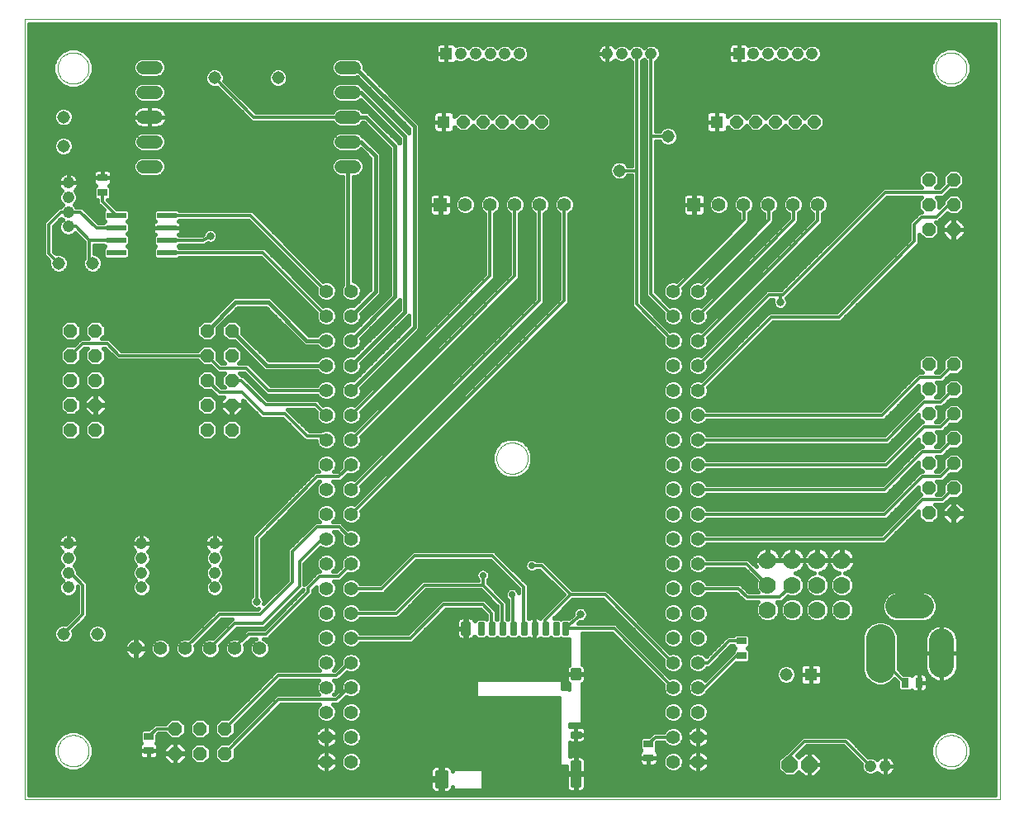
<source format=gbl>
G75*
%MOIN*%
%OFA0B0*%
%FSLAX24Y24*%
%IPPOS*%
%LPD*%
%AMOC8*
5,1,8,0,0,1.08239X$1,22.5*
%
%ADD10C,0.0000*%
%ADD11R,0.0394X0.0315*%
%ADD12OC8,0.0560*%
%ADD13C,0.0476*%
%ADD14C,0.0984*%
%ADD15C,0.1181*%
%ADD16C,0.0554*%
%ADD17C,0.0520*%
%ADD18R,0.0476X0.0476*%
%ADD19OC8,0.0515*%
%ADD20R,0.0515X0.0515*%
%ADD21OC8,0.0660*%
%ADD22R,0.0554X0.0554*%
%ADD23C,0.0515*%
%ADD24C,0.0130*%
%ADD25C,0.0165*%
%ADD26C,0.0094*%
%ADD27C,0.0102*%
%ADD28C,0.0118*%
%ADD29R,0.0787X0.0236*%
%ADD30R,0.0315X0.0394*%
%ADD31C,0.0700*%
%ADD32C,0.0157*%
%ADD33R,0.0356X0.0356*%
%ADD34C,0.0317*%
%ADD35C,0.0277*%
D10*
X000179Y000847D02*
X000179Y032343D01*
X039549Y032343D01*
X039549Y000847D01*
X000179Y000847D01*
X001517Y002816D02*
X001519Y002866D01*
X001525Y002916D01*
X001535Y002965D01*
X001549Y003013D01*
X001566Y003060D01*
X001587Y003105D01*
X001612Y003149D01*
X001640Y003190D01*
X001672Y003229D01*
X001706Y003266D01*
X001743Y003300D01*
X001783Y003330D01*
X001825Y003357D01*
X001869Y003381D01*
X001915Y003402D01*
X001962Y003418D01*
X002010Y003431D01*
X002060Y003440D01*
X002109Y003445D01*
X002160Y003446D01*
X002210Y003443D01*
X002259Y003436D01*
X002308Y003425D01*
X002356Y003410D01*
X002402Y003392D01*
X002447Y003370D01*
X002490Y003344D01*
X002531Y003315D01*
X002570Y003283D01*
X002606Y003248D01*
X002638Y003210D01*
X002668Y003170D01*
X002695Y003127D01*
X002718Y003083D01*
X002737Y003037D01*
X002753Y002989D01*
X002765Y002940D01*
X002773Y002891D01*
X002777Y002841D01*
X002777Y002791D01*
X002773Y002741D01*
X002765Y002692D01*
X002753Y002643D01*
X002737Y002595D01*
X002718Y002549D01*
X002695Y002505D01*
X002668Y002462D01*
X002638Y002422D01*
X002606Y002384D01*
X002570Y002349D01*
X002531Y002317D01*
X002490Y002288D01*
X002447Y002262D01*
X002402Y002240D01*
X002356Y002222D01*
X002308Y002207D01*
X002259Y002196D01*
X002210Y002189D01*
X002160Y002186D01*
X002109Y002187D01*
X002060Y002192D01*
X002010Y002201D01*
X001962Y002214D01*
X001915Y002230D01*
X001869Y002251D01*
X001825Y002275D01*
X001783Y002302D01*
X001743Y002332D01*
X001706Y002366D01*
X001672Y002403D01*
X001640Y002442D01*
X001612Y002483D01*
X001587Y002527D01*
X001566Y002572D01*
X001549Y002619D01*
X001535Y002667D01*
X001525Y002716D01*
X001519Y002766D01*
X001517Y002816D01*
X019234Y014627D02*
X019236Y014677D01*
X019242Y014727D01*
X019252Y014776D01*
X019266Y014824D01*
X019283Y014871D01*
X019304Y014916D01*
X019329Y014960D01*
X019357Y015001D01*
X019389Y015040D01*
X019423Y015077D01*
X019460Y015111D01*
X019500Y015141D01*
X019542Y015168D01*
X019586Y015192D01*
X019632Y015213D01*
X019679Y015229D01*
X019727Y015242D01*
X019777Y015251D01*
X019826Y015256D01*
X019877Y015257D01*
X019927Y015254D01*
X019976Y015247D01*
X020025Y015236D01*
X020073Y015221D01*
X020119Y015203D01*
X020164Y015181D01*
X020207Y015155D01*
X020248Y015126D01*
X020287Y015094D01*
X020323Y015059D01*
X020355Y015021D01*
X020385Y014981D01*
X020412Y014938D01*
X020435Y014894D01*
X020454Y014848D01*
X020470Y014800D01*
X020482Y014751D01*
X020490Y014702D01*
X020494Y014652D01*
X020494Y014602D01*
X020490Y014552D01*
X020482Y014503D01*
X020470Y014454D01*
X020454Y014406D01*
X020435Y014360D01*
X020412Y014316D01*
X020385Y014273D01*
X020355Y014233D01*
X020323Y014195D01*
X020287Y014160D01*
X020248Y014128D01*
X020207Y014099D01*
X020164Y014073D01*
X020119Y014051D01*
X020073Y014033D01*
X020025Y014018D01*
X019976Y014007D01*
X019927Y014000D01*
X019877Y013997D01*
X019826Y013998D01*
X019777Y014003D01*
X019727Y014012D01*
X019679Y014025D01*
X019632Y014041D01*
X019586Y014062D01*
X019542Y014086D01*
X019500Y014113D01*
X019460Y014143D01*
X019423Y014177D01*
X019389Y014214D01*
X019357Y014253D01*
X019329Y014294D01*
X019304Y014338D01*
X019283Y014383D01*
X019266Y014430D01*
X019252Y014478D01*
X019242Y014527D01*
X019236Y014577D01*
X019234Y014627D01*
X036950Y002816D02*
X036952Y002866D01*
X036958Y002916D01*
X036968Y002965D01*
X036982Y003013D01*
X036999Y003060D01*
X037020Y003105D01*
X037045Y003149D01*
X037073Y003190D01*
X037105Y003229D01*
X037139Y003266D01*
X037176Y003300D01*
X037216Y003330D01*
X037258Y003357D01*
X037302Y003381D01*
X037348Y003402D01*
X037395Y003418D01*
X037443Y003431D01*
X037493Y003440D01*
X037542Y003445D01*
X037593Y003446D01*
X037643Y003443D01*
X037692Y003436D01*
X037741Y003425D01*
X037789Y003410D01*
X037835Y003392D01*
X037880Y003370D01*
X037923Y003344D01*
X037964Y003315D01*
X038003Y003283D01*
X038039Y003248D01*
X038071Y003210D01*
X038101Y003170D01*
X038128Y003127D01*
X038151Y003083D01*
X038170Y003037D01*
X038186Y002989D01*
X038198Y002940D01*
X038206Y002891D01*
X038210Y002841D01*
X038210Y002791D01*
X038206Y002741D01*
X038198Y002692D01*
X038186Y002643D01*
X038170Y002595D01*
X038151Y002549D01*
X038128Y002505D01*
X038101Y002462D01*
X038071Y002422D01*
X038039Y002384D01*
X038003Y002349D01*
X037964Y002317D01*
X037923Y002288D01*
X037880Y002262D01*
X037835Y002240D01*
X037789Y002222D01*
X037741Y002207D01*
X037692Y002196D01*
X037643Y002189D01*
X037593Y002186D01*
X037542Y002187D01*
X037493Y002192D01*
X037443Y002201D01*
X037395Y002214D01*
X037348Y002230D01*
X037302Y002251D01*
X037258Y002275D01*
X037216Y002302D01*
X037176Y002332D01*
X037139Y002366D01*
X037105Y002403D01*
X037073Y002442D01*
X037045Y002483D01*
X037020Y002527D01*
X036999Y002572D01*
X036982Y002619D01*
X036968Y002667D01*
X036958Y002716D01*
X036952Y002766D01*
X036950Y002816D01*
X036950Y030375D02*
X036952Y030425D01*
X036958Y030475D01*
X036968Y030524D01*
X036982Y030572D01*
X036999Y030619D01*
X037020Y030664D01*
X037045Y030708D01*
X037073Y030749D01*
X037105Y030788D01*
X037139Y030825D01*
X037176Y030859D01*
X037216Y030889D01*
X037258Y030916D01*
X037302Y030940D01*
X037348Y030961D01*
X037395Y030977D01*
X037443Y030990D01*
X037493Y030999D01*
X037542Y031004D01*
X037593Y031005D01*
X037643Y031002D01*
X037692Y030995D01*
X037741Y030984D01*
X037789Y030969D01*
X037835Y030951D01*
X037880Y030929D01*
X037923Y030903D01*
X037964Y030874D01*
X038003Y030842D01*
X038039Y030807D01*
X038071Y030769D01*
X038101Y030729D01*
X038128Y030686D01*
X038151Y030642D01*
X038170Y030596D01*
X038186Y030548D01*
X038198Y030499D01*
X038206Y030450D01*
X038210Y030400D01*
X038210Y030350D01*
X038206Y030300D01*
X038198Y030251D01*
X038186Y030202D01*
X038170Y030154D01*
X038151Y030108D01*
X038128Y030064D01*
X038101Y030021D01*
X038071Y029981D01*
X038039Y029943D01*
X038003Y029908D01*
X037964Y029876D01*
X037923Y029847D01*
X037880Y029821D01*
X037835Y029799D01*
X037789Y029781D01*
X037741Y029766D01*
X037692Y029755D01*
X037643Y029748D01*
X037593Y029745D01*
X037542Y029746D01*
X037493Y029751D01*
X037443Y029760D01*
X037395Y029773D01*
X037348Y029789D01*
X037302Y029810D01*
X037258Y029834D01*
X037216Y029861D01*
X037176Y029891D01*
X037139Y029925D01*
X037105Y029962D01*
X037073Y030001D01*
X037045Y030042D01*
X037020Y030086D01*
X036999Y030131D01*
X036982Y030178D01*
X036968Y030226D01*
X036958Y030275D01*
X036952Y030325D01*
X036950Y030375D01*
X001517Y030375D02*
X001519Y030425D01*
X001525Y030475D01*
X001535Y030524D01*
X001549Y030572D01*
X001566Y030619D01*
X001587Y030664D01*
X001612Y030708D01*
X001640Y030749D01*
X001672Y030788D01*
X001706Y030825D01*
X001743Y030859D01*
X001783Y030889D01*
X001825Y030916D01*
X001869Y030940D01*
X001915Y030961D01*
X001962Y030977D01*
X002010Y030990D01*
X002060Y030999D01*
X002109Y031004D01*
X002160Y031005D01*
X002210Y031002D01*
X002259Y030995D01*
X002308Y030984D01*
X002356Y030969D01*
X002402Y030951D01*
X002447Y030929D01*
X002490Y030903D01*
X002531Y030874D01*
X002570Y030842D01*
X002606Y030807D01*
X002638Y030769D01*
X002668Y030729D01*
X002695Y030686D01*
X002718Y030642D01*
X002737Y030596D01*
X002753Y030548D01*
X002765Y030499D01*
X002773Y030450D01*
X002777Y030400D01*
X002777Y030350D01*
X002773Y030300D01*
X002765Y030251D01*
X002753Y030202D01*
X002737Y030154D01*
X002718Y030108D01*
X002695Y030064D01*
X002668Y030021D01*
X002638Y029981D01*
X002606Y029943D01*
X002570Y029908D01*
X002531Y029876D01*
X002490Y029847D01*
X002447Y029821D01*
X002402Y029799D01*
X002356Y029781D01*
X002308Y029766D01*
X002259Y029755D01*
X002210Y029748D01*
X002160Y029745D01*
X002109Y029746D01*
X002060Y029751D01*
X002010Y029760D01*
X001962Y029773D01*
X001915Y029789D01*
X001869Y029810D01*
X001825Y029834D01*
X001783Y029861D01*
X001743Y029891D01*
X001706Y029925D01*
X001672Y029962D01*
X001640Y030001D01*
X001612Y030042D01*
X001587Y030086D01*
X001566Y030131D01*
X001549Y030178D01*
X001535Y030226D01*
X001525Y030275D01*
X001519Y030325D01*
X001517Y030375D01*
D11*
X003328Y025946D03*
X003328Y025355D03*
X029116Y007245D03*
X029116Y006654D03*
X025376Y003091D03*
X025376Y002540D03*
X005191Y002831D03*
X005191Y003383D03*
D12*
X006265Y003709D03*
X006265Y002709D03*
X007265Y002709D03*
X008265Y002709D03*
X008265Y003709D03*
X007265Y003709D03*
X007553Y015776D03*
X008553Y015776D03*
X008553Y016776D03*
X007553Y016776D03*
X007553Y017776D03*
X008553Y017776D03*
X008553Y018776D03*
X007553Y018776D03*
X007553Y019776D03*
X008553Y019776D03*
X003041Y019776D03*
X002041Y019776D03*
X002041Y018776D03*
X003041Y018776D03*
X003041Y017776D03*
X002041Y017776D03*
X002041Y016776D03*
X003041Y016776D03*
X003041Y015776D03*
X002041Y015776D03*
X036687Y015414D03*
X037687Y015414D03*
X037687Y014414D03*
X036687Y014414D03*
X036687Y013414D03*
X037687Y013414D03*
X037687Y012414D03*
X036687Y012414D03*
X036687Y016414D03*
X037687Y016414D03*
X037687Y017414D03*
X036687Y017414D03*
X036687Y018414D03*
X037687Y018414D03*
X037687Y023863D03*
X036687Y023863D03*
X036687Y024863D03*
X037687Y024863D03*
X037687Y025863D03*
X036687Y025863D03*
D13*
X031970Y030965D03*
X031380Y030965D03*
X030789Y030965D03*
X030198Y030965D03*
X029608Y030965D03*
X025474Y030965D03*
X024883Y030965D03*
X024293Y030965D03*
X023702Y030965D03*
X020159Y030965D03*
X019569Y030965D03*
X018978Y030965D03*
X018387Y030965D03*
X017797Y030965D03*
X001950Y025749D03*
X001950Y025158D03*
X001950Y024568D03*
X001950Y023977D03*
X001950Y011182D03*
X001950Y010591D03*
X001950Y010001D03*
X001950Y009410D03*
X004903Y009410D03*
X004903Y010001D03*
X004903Y010591D03*
X004903Y011182D03*
X007856Y011182D03*
X007856Y010591D03*
X007856Y010001D03*
X007856Y009410D03*
X034329Y002197D03*
X034919Y002197D03*
D14*
X037187Y006261D02*
X037187Y007245D01*
X036399Y008643D02*
X035415Y008643D01*
D15*
X034726Y007343D02*
X034726Y006162D01*
D16*
X027364Y006371D03*
X026364Y006371D03*
X026364Y007371D03*
X027364Y007371D03*
X027364Y008371D03*
X026364Y008371D03*
X026364Y009371D03*
X027364Y009371D03*
X027364Y010371D03*
X026364Y010371D03*
X026364Y011371D03*
X027364Y011371D03*
X027364Y012371D03*
X026364Y012371D03*
X026364Y013371D03*
X027364Y013371D03*
X027364Y014371D03*
X026364Y014371D03*
X026364Y015371D03*
X027364Y015371D03*
X027364Y016371D03*
X026364Y016371D03*
X026364Y017371D03*
X027364Y017371D03*
X027364Y018371D03*
X026364Y018371D03*
X026364Y019371D03*
X027364Y019371D03*
X027364Y020371D03*
X026364Y020371D03*
X026364Y021371D03*
X027364Y021371D03*
X028206Y024863D03*
X029206Y024863D03*
X030206Y024863D03*
X031206Y024863D03*
X032206Y024863D03*
X021970Y024863D03*
X020970Y024863D03*
X019970Y024863D03*
X018970Y024863D03*
X017970Y024863D03*
X013364Y021371D03*
X013364Y020371D03*
X013364Y019371D03*
X013364Y018371D03*
X013364Y017371D03*
X013364Y016371D03*
X013364Y015371D03*
X013364Y014371D03*
X013364Y013371D03*
X013364Y012371D03*
X012364Y012371D03*
X012364Y013371D03*
X012364Y014371D03*
X012364Y015371D03*
X012364Y016371D03*
X012364Y017371D03*
X012364Y018371D03*
X012364Y019371D03*
X012364Y020371D03*
X012364Y021371D03*
X012364Y011371D03*
X013364Y011371D03*
X013364Y010371D03*
X013364Y009371D03*
X013364Y008371D03*
X013364Y007371D03*
X013364Y006371D03*
X013364Y005371D03*
X013364Y004371D03*
X013364Y003371D03*
X013364Y002371D03*
X012364Y002371D03*
X012364Y003371D03*
X012364Y004371D03*
X012364Y005371D03*
X012364Y006371D03*
X012364Y007371D03*
X012364Y008371D03*
X012364Y009371D03*
X012364Y010371D03*
X009675Y006950D03*
X008675Y006950D03*
X007675Y006950D03*
X006675Y006950D03*
X005675Y006950D03*
X004675Y006950D03*
X026364Y005371D03*
X027364Y005371D03*
X027364Y004371D03*
X026364Y004371D03*
X026364Y003371D03*
X027364Y003371D03*
X027364Y002371D03*
X026364Y002371D03*
D17*
X013494Y026406D02*
X012974Y026406D01*
X012974Y027406D02*
X013494Y027406D01*
X013494Y028406D02*
X012974Y028406D01*
X012974Y029406D02*
X013494Y029406D01*
X013494Y030406D02*
X012974Y030406D01*
X005494Y030406D02*
X004974Y030406D01*
X004974Y029406D02*
X005494Y029406D01*
X005494Y028406D02*
X004974Y028406D01*
X004974Y027406D02*
X005494Y027406D01*
X005494Y026406D02*
X004974Y026406D01*
D18*
X017206Y030965D03*
X029017Y030965D03*
D19*
X028919Y028209D03*
X029706Y028209D03*
X030494Y028209D03*
X031281Y028209D03*
X032069Y028209D03*
X021045Y028209D03*
X020257Y028209D03*
X019470Y028209D03*
X018683Y028209D03*
X017895Y028209D03*
D20*
X017108Y028209D03*
X028131Y028209D03*
X031929Y005897D03*
D21*
X031862Y002265D03*
X031075Y002265D03*
D22*
X027206Y024863D03*
X016970Y024863D03*
D23*
X010415Y029981D03*
X007856Y029981D03*
X001754Y028406D03*
X001754Y027225D03*
X001557Y022501D03*
X002935Y022501D03*
X003131Y007540D03*
X001754Y007540D03*
X024194Y026241D03*
X026163Y027619D03*
X030929Y005897D03*
D24*
X022594Y006077D02*
X022292Y006077D01*
X022594Y006077D02*
X022594Y005735D01*
X022292Y005735D01*
X022292Y006077D01*
X022292Y005864D02*
X022594Y005864D01*
X022594Y005993D02*
X022292Y005993D01*
X022292Y002367D02*
X022594Y002367D01*
X022594Y001395D01*
X022292Y001395D01*
X022292Y002367D01*
X022292Y001524D02*
X022594Y001524D01*
X022594Y001653D02*
X022292Y001653D01*
X022292Y001782D02*
X022594Y001782D01*
X022594Y001911D02*
X022292Y001911D01*
X022292Y002040D02*
X022594Y002040D01*
X022594Y002169D02*
X022292Y002169D01*
X022292Y002298D02*
X022594Y002298D01*
D25*
X017202Y001966D02*
X016816Y001966D01*
X017202Y001966D02*
X017202Y001382D01*
X016816Y001382D01*
X016816Y001966D01*
X016816Y001546D02*
X017202Y001546D01*
X017202Y001710D02*
X016816Y001710D01*
X016816Y001874D02*
X017202Y001874D01*
D26*
X022274Y003575D02*
X022612Y003575D01*
X022612Y003355D01*
X022274Y003355D01*
X022274Y003575D01*
X022274Y003448D02*
X022612Y003448D01*
X022612Y003541D02*
X022274Y003541D01*
D27*
X022086Y007981D02*
X021932Y007981D01*
X022086Y007981D02*
X022086Y007533D01*
X021932Y007533D01*
X021932Y007981D01*
X021932Y007634D02*
X022086Y007634D01*
X022086Y007735D02*
X021932Y007735D01*
X021932Y007836D02*
X022086Y007836D01*
X022086Y007937D02*
X021932Y007937D01*
X021712Y007981D02*
X021558Y007981D01*
X021712Y007981D02*
X021712Y007533D01*
X021558Y007533D01*
X021558Y007981D01*
X021558Y007634D02*
X021712Y007634D01*
X021712Y007735D02*
X021558Y007735D01*
X021558Y007836D02*
X021712Y007836D01*
X021712Y007937D02*
X021558Y007937D01*
X021279Y007981D02*
X021125Y007981D01*
X021279Y007981D02*
X021279Y007533D01*
X021125Y007533D01*
X021125Y007981D01*
X021125Y007634D02*
X021279Y007634D01*
X021279Y007735D02*
X021125Y007735D01*
X021125Y007836D02*
X021279Y007836D01*
X021279Y007937D02*
X021125Y007937D01*
X020846Y007981D02*
X020692Y007981D01*
X020846Y007981D02*
X020846Y007533D01*
X020692Y007533D01*
X020692Y007981D01*
X020692Y007634D02*
X020846Y007634D01*
X020846Y007735D02*
X020692Y007735D01*
X020692Y007836D02*
X020846Y007836D01*
X020846Y007937D02*
X020692Y007937D01*
X020413Y007981D02*
X020259Y007981D01*
X020413Y007981D02*
X020413Y007533D01*
X020259Y007533D01*
X020259Y007981D01*
X020259Y007634D02*
X020413Y007634D01*
X020413Y007735D02*
X020259Y007735D01*
X020259Y007836D02*
X020413Y007836D01*
X020413Y007937D02*
X020259Y007937D01*
X019980Y007981D02*
X019826Y007981D01*
X019980Y007981D02*
X019980Y007533D01*
X019826Y007533D01*
X019826Y007981D01*
X019826Y007634D02*
X019980Y007634D01*
X019980Y007735D02*
X019826Y007735D01*
X019826Y007836D02*
X019980Y007836D01*
X019980Y007937D02*
X019826Y007937D01*
X019547Y007981D02*
X019393Y007981D01*
X019547Y007981D02*
X019547Y007533D01*
X019393Y007533D01*
X019393Y007981D01*
X019393Y007634D02*
X019547Y007634D01*
X019547Y007735D02*
X019393Y007735D01*
X019393Y007836D02*
X019547Y007836D01*
X019547Y007937D02*
X019393Y007937D01*
X019114Y007981D02*
X018960Y007981D01*
X019114Y007981D02*
X019114Y007533D01*
X018960Y007533D01*
X018960Y007981D01*
X018960Y007634D02*
X019114Y007634D01*
X019114Y007735D02*
X018960Y007735D01*
X018960Y007836D02*
X019114Y007836D01*
X019114Y007937D02*
X018960Y007937D01*
X018681Y007981D02*
X018527Y007981D01*
X018681Y007981D02*
X018681Y007533D01*
X018527Y007533D01*
X018527Y007981D01*
X018527Y007634D02*
X018681Y007634D01*
X018681Y007735D02*
X018527Y007735D01*
X018527Y007836D02*
X018681Y007836D01*
X018681Y007937D02*
X018527Y007937D01*
D28*
X019037Y007757D02*
X019037Y008367D01*
X018683Y008721D01*
X017108Y008721D01*
X015757Y007371D01*
X013364Y007371D01*
X013364Y008371D02*
X015183Y008371D01*
X016320Y009509D01*
X018683Y009509D01*
X018683Y009902D01*
X018683Y009509D02*
X019470Y008721D01*
X019470Y007757D01*
X019903Y007757D02*
X019903Y009076D01*
X019864Y009115D01*
X020336Y009430D02*
X019076Y010690D01*
X015927Y010690D01*
X014608Y009371D01*
X013364Y009371D01*
X012856Y009863D02*
X012108Y009863D01*
X011635Y009391D01*
X011635Y009233D01*
X009943Y007540D01*
X009234Y007540D01*
X008872Y007178D01*
X008675Y006950D01*
X008672Y007947D02*
X007675Y006950D01*
X006675Y006950D02*
X008051Y008326D01*
X009679Y008326D01*
X010979Y009626D01*
X010979Y010862D01*
X012003Y011847D01*
X012879Y011847D01*
X013355Y011371D01*
X013364Y011371D01*
X013364Y010371D02*
X012856Y009863D01*
X011279Y009447D02*
X009779Y007947D01*
X008672Y007947D01*
X009549Y008839D02*
X009549Y011438D01*
X011990Y013879D01*
X012872Y013879D01*
X013364Y014371D01*
X013364Y015371D02*
X019970Y021977D01*
X019970Y024863D01*
X018970Y024863D02*
X018970Y021977D01*
X013364Y016371D01*
X012364Y016371D02*
X011943Y016792D01*
X009923Y016792D01*
X008939Y017776D01*
X008553Y017776D01*
X008958Y017284D02*
X009824Y016418D01*
X010691Y016418D01*
X011596Y015513D01*
X012222Y015513D01*
X012364Y015371D01*
X012364Y017371D02*
X010033Y017371D01*
X009135Y018269D01*
X008061Y018269D01*
X007553Y018776D01*
X004002Y018776D01*
X003525Y019253D01*
X002517Y019253D01*
X002041Y018776D01*
X001557Y022501D02*
X001163Y022894D01*
X001163Y024076D01*
X001655Y024568D01*
X001950Y024568D01*
X002443Y024568D01*
X003078Y023932D01*
X003880Y023932D01*
X003880Y023432D02*
X002791Y023432D01*
X002791Y022644D01*
X002935Y022501D01*
X002791Y023432D02*
X002246Y023977D01*
X001950Y023977D01*
X003328Y024983D02*
X003328Y025355D01*
X003328Y024983D02*
X003880Y024432D01*
X005927Y024432D02*
X009303Y024432D01*
X012364Y021371D01*
X012364Y020371D02*
X009803Y022932D01*
X005927Y022932D01*
X005927Y023432D02*
X007409Y023432D01*
X007679Y023603D01*
X009431Y028406D02*
X013234Y028406D01*
X009431Y028406D02*
X007856Y029981D01*
X020970Y024863D02*
X020970Y020977D01*
X013364Y013371D01*
X013364Y012371D02*
X021970Y020977D01*
X021970Y024863D01*
X024194Y026241D02*
X024883Y026241D01*
X024883Y030965D01*
X024883Y020851D01*
X026364Y019371D01*
X027364Y019371D02*
X032206Y024213D01*
X032206Y024863D01*
X031222Y024863D02*
X031222Y024253D01*
X031206Y024213D01*
X027364Y020371D01*
X026364Y020371D02*
X025474Y021261D01*
X025474Y027619D01*
X026163Y027619D01*
X025474Y027619D02*
X025474Y030965D01*
X029206Y024863D02*
X029214Y024863D01*
X029214Y024253D01*
X029206Y024213D01*
X026364Y021371D01*
X027364Y021371D02*
X030206Y024213D01*
X030218Y024253D01*
X030218Y024863D01*
X030206Y024863D01*
X031206Y024863D02*
X031222Y024863D01*
X033840Y023485D02*
X034431Y022894D01*
X036104Y023387D02*
X036104Y024076D01*
X036399Y024371D01*
X036990Y024371D01*
X037482Y024863D01*
X037687Y024863D01*
X037187Y025355D02*
X037687Y025855D01*
X037687Y025863D01*
X037187Y025355D02*
X034923Y025355D01*
X030789Y021221D01*
X030691Y021221D01*
X030691Y020926D01*
X030691Y021221D02*
X030214Y021221D01*
X027364Y018371D01*
X027364Y017371D02*
X030328Y020335D01*
X033053Y020335D01*
X036104Y023387D01*
X036498Y024863D02*
X036687Y024863D01*
X034431Y020729D02*
X034431Y020532D01*
X036329Y017897D02*
X037170Y017897D01*
X037687Y018414D01*
X037687Y017414D02*
X037163Y016891D01*
X036498Y016891D01*
X034978Y015371D01*
X027364Y015371D01*
X027364Y016371D02*
X034802Y016371D01*
X036329Y017897D01*
X034431Y017776D02*
X034431Y017383D01*
X036479Y015897D02*
X037170Y015897D01*
X037687Y016414D01*
X037687Y015414D02*
X037170Y014897D01*
X036429Y014897D01*
X034902Y013371D01*
X027364Y013371D01*
X027364Y014371D02*
X034952Y014371D01*
X036479Y015897D01*
X037687Y014414D02*
X037170Y013897D01*
X036429Y013897D01*
X034902Y012371D01*
X027364Y012371D01*
X027364Y011371D02*
X034852Y011371D01*
X036429Y012947D01*
X037220Y012947D01*
X037687Y013414D01*
X031175Y009509D02*
X030663Y009017D01*
X029352Y009017D01*
X028978Y009371D01*
X027364Y009371D01*
X027364Y010371D02*
X029313Y010371D01*
X030175Y009509D01*
X029116Y007245D02*
X028624Y007245D01*
X027750Y006371D01*
X027364Y006371D01*
X026364Y006371D02*
X023620Y009115D01*
X022226Y009115D01*
X021045Y010296D01*
X020651Y010296D01*
X020336Y009430D02*
X020336Y007757D01*
X021202Y007757D02*
X021202Y008091D01*
X022226Y009115D01*
X022620Y008328D02*
X022620Y008308D01*
X022009Y007757D01*
X023978Y007757D01*
X026364Y005371D01*
X027364Y005371D02*
X027635Y005371D01*
X028919Y006654D01*
X029116Y006654D01*
X026364Y003371D02*
X025655Y003371D01*
X025376Y003091D01*
X031075Y002609D02*
X031075Y002265D01*
X031075Y002609D02*
X031675Y003209D01*
X033317Y003209D01*
X034329Y002197D01*
X035730Y005572D02*
X034726Y006576D01*
X034726Y006753D01*
X018132Y007973D02*
X017856Y007973D01*
X018132Y007973D02*
X018132Y007541D01*
X017856Y007541D01*
X017856Y007973D01*
X017856Y007658D02*
X018132Y007658D01*
X018132Y007775D02*
X017856Y007775D01*
X017856Y007892D02*
X018132Y007892D01*
X016517Y007225D02*
X015454Y006162D01*
X015887Y006162D01*
X013364Y006371D02*
X013281Y006371D01*
X012777Y005867D01*
X010423Y005867D01*
X008265Y003709D01*
X008265Y002709D02*
X010439Y004883D01*
X012777Y004883D01*
X013265Y005371D01*
X013364Y005371D01*
X011279Y009447D02*
X011279Y010447D01*
X012202Y011371D01*
X012364Y011371D01*
X017226Y013091D02*
X017226Y013524D01*
X017226Y013091D02*
X017265Y013052D01*
X008958Y017284D02*
X008053Y017284D01*
X007561Y017776D01*
X007553Y017776D01*
X002049Y010001D02*
X001950Y010001D01*
X002049Y010001D02*
X002541Y009509D01*
X002541Y008328D01*
X001754Y007540D01*
X005517Y003709D02*
X006265Y003709D01*
X005517Y003709D02*
X005191Y003383D01*
D29*
X005927Y022932D03*
X005927Y023432D03*
X005927Y023932D03*
X005927Y024432D03*
X003880Y024432D03*
X003880Y023932D03*
X003880Y023432D03*
X003880Y022932D03*
D30*
X035730Y005572D03*
X036281Y005572D03*
D31*
X033175Y008509D03*
X033175Y009509D03*
X033175Y010509D03*
X032175Y010509D03*
X031175Y010509D03*
X030175Y010509D03*
X030175Y009509D03*
X031175Y009509D03*
X032175Y009509D03*
X032175Y008509D03*
X031175Y008509D03*
X030175Y008509D03*
D32*
X029718Y008334D02*
X027780Y008334D01*
X027780Y008288D02*
X027716Y008135D01*
X027599Y008018D01*
X027447Y007955D01*
X027281Y007955D01*
X027128Y008018D01*
X027011Y008135D01*
X026948Y008288D01*
X026948Y008454D01*
X027011Y008606D01*
X027128Y008723D01*
X027281Y008787D01*
X027447Y008787D01*
X027599Y008723D01*
X027716Y008606D01*
X027780Y008454D01*
X027780Y008288D01*
X027734Y008178D02*
X029814Y008178D01*
X029760Y008232D02*
X029898Y008094D01*
X030078Y008020D01*
X030272Y008020D01*
X030452Y008094D01*
X030589Y008232D01*
X030664Y008411D01*
X030664Y008606D01*
X030589Y008786D01*
X030556Y008819D01*
X030661Y008819D01*
X030741Y008817D01*
X030743Y008819D01*
X030745Y008819D01*
X030801Y008875D01*
X030990Y009056D01*
X031078Y009020D01*
X031272Y009020D01*
X031452Y009094D01*
X031589Y009232D01*
X031664Y009411D01*
X031664Y009606D01*
X031589Y009786D01*
X031452Y009923D01*
X031287Y009991D01*
X031299Y009993D01*
X031378Y010019D01*
X031452Y010056D01*
X031519Y010105D01*
X031578Y010164D01*
X031627Y010232D01*
X031665Y010306D01*
X031675Y010336D01*
X031685Y010306D01*
X031723Y010232D01*
X031772Y010164D01*
X031830Y010105D01*
X031898Y010056D01*
X031972Y010019D01*
X032051Y009993D01*
X032062Y009991D01*
X031898Y009923D01*
X031760Y009786D01*
X031686Y009606D01*
X031686Y009411D01*
X031760Y009232D01*
X031898Y009094D01*
X032078Y009020D01*
X032272Y009020D01*
X032452Y009094D01*
X032589Y009232D01*
X032664Y009411D01*
X032664Y009606D01*
X032589Y009786D01*
X032452Y009923D01*
X032287Y009991D01*
X032299Y009993D01*
X032378Y010019D01*
X032452Y010056D01*
X032519Y010105D01*
X032578Y010164D01*
X032627Y010232D01*
X032665Y010306D01*
X032675Y010336D01*
X032685Y010306D01*
X032723Y010232D01*
X032772Y010164D01*
X032830Y010105D01*
X032898Y010056D01*
X032972Y010019D01*
X033051Y009993D01*
X033062Y009991D01*
X032898Y009923D01*
X032760Y009786D01*
X032686Y009606D01*
X032686Y009411D01*
X032760Y009232D01*
X032898Y009094D01*
X033078Y009020D01*
X033272Y009020D01*
X033452Y009094D01*
X033589Y009232D01*
X033664Y009411D01*
X033664Y009606D01*
X033589Y009786D01*
X033452Y009923D01*
X033287Y009991D01*
X033299Y009993D01*
X033378Y010019D01*
X033452Y010056D01*
X033519Y010105D01*
X033578Y010164D01*
X033627Y010232D01*
X033665Y010306D01*
X033691Y010385D01*
X033704Y010467D01*
X033704Y010487D01*
X033196Y010487D01*
X033196Y010530D01*
X033154Y010530D01*
X033154Y011037D01*
X033133Y011037D01*
X033051Y011024D01*
X032972Y010999D01*
X032898Y010961D01*
X032830Y010912D01*
X032772Y010853D01*
X032723Y010786D01*
X032685Y010712D01*
X032675Y010681D01*
X032665Y010712D01*
X032627Y010786D01*
X032578Y010853D01*
X032519Y010912D01*
X032452Y010961D01*
X032378Y010999D01*
X032299Y011024D01*
X032216Y011037D01*
X032196Y011037D01*
X032196Y010530D01*
X032154Y010530D01*
X032154Y011037D01*
X032133Y011037D01*
X032051Y011024D01*
X031972Y010999D01*
X031898Y010961D01*
X031830Y010912D01*
X031772Y010853D01*
X031723Y010786D01*
X031685Y010712D01*
X031675Y010681D01*
X031665Y010712D01*
X031627Y010786D01*
X031578Y010853D01*
X031519Y010912D01*
X031452Y010961D01*
X031378Y010999D01*
X031299Y011024D01*
X031216Y011037D01*
X031196Y011037D01*
X031196Y010530D01*
X031154Y010530D01*
X031154Y011037D01*
X031133Y011037D01*
X031051Y011024D01*
X030972Y010999D01*
X030898Y010961D01*
X030830Y010912D01*
X030772Y010853D01*
X030723Y010786D01*
X030685Y010712D01*
X030675Y010681D01*
X030665Y010712D01*
X030627Y010786D01*
X030578Y010853D01*
X030519Y010912D01*
X030452Y010961D01*
X030378Y010999D01*
X030299Y011024D01*
X030216Y011037D01*
X030196Y011037D01*
X030196Y010530D01*
X030154Y010530D01*
X030154Y011037D01*
X030133Y011037D01*
X030051Y011024D01*
X029972Y010999D01*
X029898Y010961D01*
X029830Y010912D01*
X029772Y010853D01*
X029723Y010786D01*
X029685Y010712D01*
X029659Y010632D01*
X029646Y010550D01*
X029646Y010530D01*
X030154Y010530D01*
X030154Y010487D01*
X029646Y010487D01*
X029646Y010467D01*
X029659Y010385D01*
X029685Y010306D01*
X029713Y010250D01*
X029510Y010453D01*
X029395Y010569D01*
X027732Y010569D01*
X027716Y010606D01*
X027599Y010723D01*
X027447Y010787D01*
X027281Y010787D01*
X027128Y010723D01*
X027011Y010606D01*
X026948Y010454D01*
X026948Y010288D01*
X027011Y010135D01*
X027128Y010018D01*
X027281Y009955D01*
X027447Y009955D01*
X027599Y010018D01*
X027716Y010135D01*
X027732Y010173D01*
X029231Y010173D01*
X029719Y009685D01*
X029686Y009606D01*
X029686Y009411D01*
X029760Y009232D01*
X029778Y009214D01*
X029431Y009214D01*
X029116Y009513D01*
X029060Y009569D01*
X029057Y009569D01*
X029055Y009571D01*
X028975Y009569D01*
X027732Y009569D01*
X027716Y009606D01*
X027599Y009723D01*
X027447Y009787D01*
X027281Y009787D01*
X027128Y009723D01*
X027011Y009606D01*
X026948Y009454D01*
X026948Y009288D01*
X027011Y009135D01*
X027128Y009018D01*
X027281Y008955D01*
X027447Y008955D01*
X027599Y009018D01*
X027716Y009135D01*
X027732Y009173D01*
X028899Y009173D01*
X029214Y008875D01*
X029270Y008819D01*
X029273Y008819D01*
X029275Y008817D01*
X029355Y008819D01*
X029794Y008819D01*
X029760Y008786D01*
X029686Y008606D01*
X029686Y008411D01*
X029760Y008232D01*
X029686Y008490D02*
X027764Y008490D01*
X027677Y008646D02*
X029703Y008646D01*
X029777Y008802D02*
X024212Y008802D01*
X024368Y008646D02*
X026051Y008646D01*
X026011Y008606D02*
X025948Y008454D01*
X025948Y008288D01*
X026011Y008135D01*
X026128Y008018D01*
X026281Y007955D01*
X026447Y007955D01*
X026599Y008018D01*
X026716Y008135D01*
X026780Y008288D01*
X026780Y008454D01*
X026716Y008606D01*
X026599Y008723D01*
X026447Y008787D01*
X026281Y008787D01*
X026128Y008723D01*
X026011Y008606D01*
X025963Y008490D02*
X024524Y008490D01*
X024680Y008334D02*
X025948Y008334D01*
X025993Y008178D02*
X024836Y008178D01*
X024992Y008022D02*
X026124Y008022D01*
X026281Y007787D02*
X026128Y007723D01*
X026011Y007606D01*
X025948Y007454D01*
X025948Y007288D01*
X026011Y007135D01*
X026128Y007018D01*
X026281Y006955D01*
X026447Y006955D01*
X026599Y007018D01*
X026716Y007135D01*
X026780Y007288D01*
X026780Y007454D01*
X026716Y007606D01*
X026599Y007723D01*
X026447Y007787D01*
X026281Y007787D01*
X026115Y007710D02*
X025304Y007710D01*
X025460Y007554D02*
X025990Y007554D01*
X025948Y007398D02*
X025616Y007398D01*
X025772Y007242D02*
X025967Y007242D01*
X025928Y007086D02*
X026060Y007086D01*
X026084Y006930D02*
X028030Y006930D01*
X028185Y007086D02*
X027668Y007086D01*
X027716Y007135D02*
X027780Y007288D01*
X027780Y007454D01*
X027716Y007606D01*
X027599Y007723D01*
X027447Y007787D01*
X027281Y007787D01*
X027128Y007723D01*
X027011Y007606D01*
X026948Y007454D01*
X026948Y007288D01*
X027011Y007135D01*
X027128Y007018D01*
X027281Y006955D01*
X027447Y006955D01*
X027599Y007018D01*
X027716Y007135D01*
X027761Y007242D02*
X028341Y007242D01*
X028497Y007398D02*
X027780Y007398D01*
X027738Y007554D02*
X034024Y007554D01*
X033997Y007488D02*
X033997Y006017D01*
X034108Y005749D01*
X034313Y005544D01*
X034581Y005433D01*
X034871Y005433D01*
X035139Y005544D01*
X035309Y005713D01*
X035434Y005588D01*
X035434Y005317D01*
X035515Y005236D01*
X035945Y005236D01*
X035978Y005269D01*
X035981Y005265D01*
X036014Y005232D01*
X036055Y005208D01*
X036100Y005196D01*
X036281Y005196D01*
X036281Y005572D01*
X036281Y005947D01*
X036100Y005947D01*
X036055Y005935D01*
X036014Y005912D01*
X035981Y005878D01*
X035978Y005874D01*
X035945Y005907D01*
X035674Y005907D01*
X035455Y006126D01*
X035455Y007488D01*
X035344Y007756D01*
X035139Y007962D01*
X034871Y008073D01*
X034581Y008073D01*
X034313Y007962D01*
X034108Y007756D01*
X033997Y007488D01*
X033997Y007398D02*
X029451Y007398D01*
X029451Y007460D02*
X029370Y007541D01*
X028861Y007541D01*
X028780Y007460D01*
X028780Y007443D01*
X028542Y007443D01*
X027711Y006612D01*
X027599Y006723D01*
X027447Y006787D01*
X027281Y006787D01*
X027128Y006723D01*
X027011Y006606D01*
X026948Y006454D01*
X026948Y006288D01*
X027011Y006135D01*
X027128Y006018D01*
X027281Y005955D01*
X027447Y005955D01*
X027599Y006018D01*
X027716Y006135D01*
X027732Y006173D01*
X027832Y006173D01*
X027947Y006289D01*
X028706Y007047D01*
X028780Y007047D01*
X028780Y007030D01*
X028860Y006950D01*
X028780Y006869D01*
X028780Y006795D01*
X028721Y006736D01*
X027654Y005669D01*
X027599Y005723D01*
X027447Y005787D01*
X027281Y005787D01*
X027128Y005723D01*
X027011Y005606D01*
X026948Y005454D01*
X026948Y005288D01*
X027011Y005135D01*
X027128Y005018D01*
X027281Y004955D01*
X027447Y004955D01*
X027599Y005018D01*
X027716Y005135D01*
X027742Y005198D01*
X027833Y005289D01*
X028902Y006358D01*
X029370Y006358D01*
X029451Y006439D01*
X029451Y006869D01*
X029371Y006950D01*
X029451Y007030D01*
X029451Y007460D01*
X029451Y007242D02*
X033997Y007242D01*
X033997Y007086D02*
X029451Y007086D01*
X029390Y006930D02*
X033997Y006930D01*
X033997Y006775D02*
X029451Y006775D01*
X029451Y006619D02*
X033997Y006619D01*
X033997Y006463D02*
X029451Y006463D01*
X028851Y006307D02*
X031577Y006307D01*
X031562Y006298D02*
X031528Y006264D01*
X031505Y006224D01*
X031493Y006178D01*
X031493Y005897D01*
X031493Y005616D01*
X031505Y005571D01*
X031528Y005530D01*
X031562Y005497D01*
X031602Y005473D01*
X031648Y005461D01*
X031929Y005461D01*
X032210Y005461D01*
X032255Y005473D01*
X032296Y005497D01*
X032329Y005530D01*
X032353Y005571D01*
X032365Y005616D01*
X032365Y005897D01*
X031929Y005897D01*
X031929Y005897D01*
X031929Y005461D01*
X031929Y005897D01*
X031929Y005897D01*
X032365Y005897D01*
X032365Y006178D01*
X032353Y006224D01*
X032329Y006264D01*
X032296Y006298D01*
X032255Y006321D01*
X032210Y006333D01*
X031929Y006333D01*
X031929Y005897D01*
X031493Y005897D01*
X031929Y005897D01*
X031929Y005897D01*
X031929Y005897D01*
X031929Y006333D01*
X031648Y006333D01*
X031602Y006321D01*
X031562Y006298D01*
X031493Y006151D02*
X031236Y006151D01*
X031265Y006122D02*
X031153Y006233D01*
X031008Y006293D01*
X030850Y006293D01*
X030704Y006233D01*
X030593Y006122D01*
X030533Y005976D01*
X030533Y005818D01*
X030593Y005673D01*
X030704Y005561D01*
X030850Y005501D01*
X031008Y005501D01*
X031153Y005561D01*
X031265Y005673D01*
X031325Y005818D01*
X031325Y005976D01*
X031265Y006122D01*
X031317Y005995D02*
X031493Y005995D01*
X031493Y005839D02*
X031325Y005839D01*
X031269Y005683D02*
X031493Y005683D01*
X031532Y005527D02*
X031069Y005527D01*
X030788Y005527D02*
X028071Y005527D01*
X028227Y005683D02*
X030589Y005683D01*
X030533Y005839D02*
X028383Y005839D01*
X028539Y005995D02*
X030540Y005995D01*
X030622Y006151D02*
X028695Y006151D01*
X028447Y006463D02*
X028121Y006463D01*
X028277Y006619D02*
X028603Y006619D01*
X028721Y006736D02*
X028721Y006736D01*
X028759Y006775D02*
X028433Y006775D01*
X028589Y006930D02*
X028841Y006930D01*
X028291Y006307D02*
X027965Y006307D01*
X028135Y006151D02*
X027723Y006151D01*
X027542Y005995D02*
X027979Y005995D01*
X027823Y005839D02*
X026176Y005839D01*
X026243Y005771D02*
X024176Y007839D01*
X024060Y007954D01*
X022524Y007954D01*
X022608Y008030D01*
X022679Y008030D01*
X022788Y008076D01*
X022872Y008159D01*
X022917Y008268D01*
X022917Y008387D01*
X022872Y008496D01*
X022788Y008579D01*
X022679Y008625D01*
X022561Y008625D01*
X022451Y008579D01*
X022368Y008496D01*
X022323Y008387D01*
X022323Y008306D01*
X022169Y008167D01*
X022165Y008171D01*
X021854Y008171D01*
X021822Y008139D01*
X021791Y008171D01*
X021562Y008171D01*
X022308Y008917D01*
X023538Y008917D01*
X025964Y006491D01*
X025948Y006454D01*
X025948Y006288D01*
X026011Y006135D01*
X026128Y006018D01*
X026281Y005955D01*
X026447Y005955D01*
X026599Y006018D01*
X026716Y006135D01*
X026780Y006288D01*
X026780Y006454D01*
X026716Y006606D01*
X026599Y006723D01*
X026447Y006787D01*
X026281Y006787D01*
X026243Y006771D01*
X023817Y009197D01*
X023702Y009313D01*
X022308Y009313D01*
X021243Y010378D01*
X021127Y010494D01*
X020846Y010494D01*
X020808Y010531D01*
X020706Y010574D01*
X020596Y010574D01*
X020494Y010531D01*
X020416Y010453D01*
X020374Y010351D01*
X020374Y010241D01*
X020416Y010139D01*
X020494Y010061D01*
X020596Y010019D01*
X020706Y010019D01*
X020808Y010061D01*
X020846Y010098D01*
X020963Y010098D01*
X021946Y009115D01*
X021120Y008289D01*
X021005Y008173D01*
X021005Y008148D01*
X020993Y008160D01*
X020955Y008185D01*
X020913Y008202D01*
X020869Y008211D01*
X020769Y008211D01*
X020670Y008211D01*
X020625Y008202D01*
X020584Y008185D01*
X020546Y008160D01*
X020534Y008148D01*
X020534Y009512D01*
X019274Y010772D01*
X019158Y010888D01*
X015845Y010888D01*
X014526Y009569D01*
X013732Y009569D01*
X013716Y009606D01*
X013599Y009723D01*
X013447Y009787D01*
X013281Y009787D01*
X013128Y009723D01*
X013011Y009606D01*
X012948Y009454D01*
X012948Y009288D01*
X013011Y009135D01*
X013128Y009018D01*
X013281Y008955D01*
X013447Y008955D01*
X013599Y009018D01*
X013716Y009135D01*
X013732Y009173D01*
X014690Y009173D01*
X014806Y009289D01*
X016009Y010492D01*
X018994Y010492D01*
X020138Y009348D01*
X020138Y009177D01*
X020099Y009272D01*
X020021Y009350D01*
X019919Y009392D01*
X019809Y009392D01*
X019707Y009350D01*
X019629Y009272D01*
X019586Y009170D01*
X019586Y009060D01*
X019629Y008958D01*
X019705Y008881D01*
X019705Y008129D01*
X019687Y008110D01*
X019668Y008129D01*
X019668Y008803D01*
X018880Y009591D01*
X018880Y009708D01*
X018918Y009745D01*
X018960Y009847D01*
X018960Y009958D01*
X018918Y010060D01*
X018840Y010138D01*
X018738Y010180D01*
X018627Y010180D01*
X018525Y010138D01*
X018447Y010060D01*
X018405Y009958D01*
X018405Y009847D01*
X018447Y009745D01*
X018485Y009708D01*
X018485Y009706D01*
X016239Y009706D01*
X015101Y008569D01*
X013732Y008569D01*
X013716Y008606D01*
X013599Y008723D01*
X013447Y008787D01*
X013281Y008787D01*
X013128Y008723D01*
X013011Y008606D01*
X012948Y008454D01*
X012948Y008288D01*
X013011Y008135D01*
X013128Y008018D01*
X013281Y007955D01*
X013447Y007955D01*
X013599Y008018D01*
X013716Y008135D01*
X013732Y008173D01*
X015265Y008173D01*
X015380Y008289D01*
X016402Y009311D01*
X018601Y009311D01*
X019272Y008639D01*
X019272Y008129D01*
X019254Y008110D01*
X019235Y008129D01*
X019235Y008449D01*
X018880Y008803D01*
X018765Y008919D01*
X017026Y008919D01*
X015676Y007569D01*
X013732Y007569D01*
X013716Y007606D01*
X013599Y007723D01*
X013447Y007787D01*
X013281Y007787D01*
X013128Y007723D01*
X013011Y007606D01*
X012948Y007454D01*
X012948Y007288D01*
X013011Y007135D01*
X013128Y007018D01*
X013281Y006955D01*
X013447Y006955D01*
X013599Y007018D01*
X013716Y007135D01*
X013732Y007173D01*
X015839Y007173D01*
X015955Y007289D01*
X017190Y008523D01*
X018601Y008523D01*
X018839Y008285D01*
X018839Y008129D01*
X018820Y008110D01*
X018759Y008171D01*
X018448Y008171D01*
X018348Y008071D01*
X018342Y008086D01*
X018316Y008125D01*
X018283Y008158D01*
X018244Y008184D01*
X018201Y008202D01*
X018155Y008211D01*
X018013Y008211D01*
X018013Y007776D01*
X017974Y007776D01*
X017974Y007737D01*
X017618Y007737D01*
X017618Y007517D01*
X017627Y007471D01*
X017645Y007428D01*
X017671Y007389D01*
X017704Y007355D01*
X017743Y007329D01*
X017787Y007312D01*
X017832Y007302D01*
X017974Y007302D01*
X017974Y007737D01*
X018013Y007737D01*
X018013Y007302D01*
X018155Y007302D01*
X018201Y007312D01*
X018244Y007329D01*
X018283Y007355D01*
X018316Y007389D01*
X018342Y007428D01*
X018348Y007442D01*
X018448Y007342D01*
X018759Y007342D01*
X018820Y007403D01*
X018882Y007342D01*
X019192Y007342D01*
X019254Y007403D01*
X019315Y007342D01*
X019626Y007342D01*
X019687Y007403D01*
X019748Y007342D01*
X020059Y007342D01*
X020120Y007403D01*
X020181Y007342D01*
X020492Y007342D01*
X020524Y007375D01*
X020546Y007354D01*
X020584Y007329D01*
X020625Y007311D01*
X020670Y007302D01*
X020769Y007302D01*
X020769Y007757D01*
X020769Y008211D01*
X020769Y007757D01*
X020769Y007757D01*
X020769Y007757D01*
X020769Y007302D01*
X020869Y007302D01*
X020913Y007311D01*
X020955Y007329D01*
X020993Y007354D01*
X021014Y007375D01*
X021047Y007342D01*
X021358Y007342D01*
X021419Y007403D01*
X021480Y007342D01*
X021791Y007342D01*
X021822Y007374D01*
X021854Y007342D01*
X022147Y007342D01*
X022147Y006275D01*
X022136Y006267D01*
X022102Y006233D01*
X022075Y006193D01*
X022057Y006149D01*
X022047Y006102D01*
X022047Y005936D01*
X022413Y005936D01*
X022413Y005877D01*
X022047Y005877D01*
X022047Y005711D01*
X022057Y005664D01*
X022075Y005620D01*
X022102Y005580D01*
X022136Y005546D01*
X022147Y005538D01*
X022147Y005309D01*
X022140Y005316D01*
X021911Y005316D01*
X021911Y005663D01*
X021865Y005709D01*
X018453Y005709D01*
X018407Y005663D01*
X018407Y005008D01*
X018453Y004961D01*
X021754Y004961D01*
X021754Y002252D01*
X021800Y002206D01*
X022047Y002206D01*
X022047Y001910D01*
X022413Y001910D01*
X022413Y001851D01*
X022472Y001851D01*
X022472Y001151D01*
X022618Y001151D01*
X022665Y001160D01*
X022710Y001179D01*
X022749Y001205D01*
X022783Y001239D01*
X022810Y001279D01*
X022828Y001323D01*
X022838Y001370D01*
X022838Y001851D01*
X022472Y001851D01*
X022472Y001910D01*
X022838Y001910D01*
X022838Y002391D01*
X022828Y002438D01*
X022810Y002482D01*
X022783Y002522D01*
X022749Y002556D01*
X022710Y002583D01*
X022665Y002601D01*
X022618Y002611D01*
X022472Y002611D01*
X022472Y001910D01*
X022413Y001910D01*
X022413Y002611D01*
X022267Y002611D01*
X022220Y002601D01*
X022187Y002587D01*
X022187Y003144D01*
X022243Y003129D01*
X022443Y003129D01*
X022642Y003129D01*
X022699Y003145D01*
X022751Y003174D01*
X022793Y003216D01*
X022822Y003268D01*
X022838Y003325D01*
X022838Y003465D01*
X022443Y003465D01*
X022443Y003465D01*
X022443Y003129D01*
X022443Y003465D01*
X022443Y003465D01*
X022838Y003465D01*
X022838Y003605D01*
X022822Y003663D01*
X022793Y003714D01*
X022751Y003756D01*
X022699Y003786D01*
X022642Y003802D01*
X022443Y003802D01*
X022443Y003465D01*
X022443Y003465D01*
X022443Y003802D01*
X022243Y003802D01*
X022187Y003786D01*
X022187Y003905D01*
X022193Y003898D01*
X022652Y003898D01*
X022698Y003945D01*
X022698Y005514D01*
X022710Y005519D01*
X022749Y005546D01*
X022783Y005580D01*
X022810Y005620D01*
X022828Y005664D01*
X022838Y005711D01*
X022838Y005877D01*
X022472Y005877D01*
X022472Y005936D01*
X022838Y005936D01*
X022838Y006102D01*
X022828Y006149D01*
X022810Y006193D01*
X022783Y006233D01*
X022749Y006267D01*
X022710Y006294D01*
X022698Y006298D01*
X022698Y007559D01*
X023896Y007559D01*
X025964Y005491D01*
X025948Y005454D01*
X025948Y005288D01*
X026011Y005135D01*
X026128Y005018D01*
X026281Y004955D01*
X026447Y004955D01*
X026599Y005018D01*
X026716Y005135D01*
X026780Y005288D01*
X026780Y005454D01*
X026716Y005606D01*
X026599Y005723D01*
X026447Y005787D01*
X026281Y005787D01*
X026243Y005771D01*
X026185Y005995D02*
X026020Y005995D01*
X026005Y006151D02*
X025864Y006151D01*
X025948Y006307D02*
X025708Y006307D01*
X025552Y006463D02*
X025952Y006463D01*
X025836Y006619D02*
X025396Y006619D01*
X025240Y006775D02*
X025680Y006775D01*
X025524Y006930D02*
X025084Y006930D01*
X024928Y007086D02*
X025368Y007086D01*
X025212Y007242D02*
X024772Y007242D01*
X024616Y007398D02*
X025056Y007398D01*
X024901Y007554D02*
X024460Y007554D01*
X024304Y007710D02*
X024745Y007710D01*
X024589Y007866D02*
X024148Y007866D01*
X024433Y008022D02*
X022599Y008022D01*
X022880Y008178D02*
X024277Y008178D01*
X024121Y008334D02*
X022917Y008334D01*
X022874Y008490D02*
X023965Y008490D01*
X023809Y008646D02*
X022037Y008646D01*
X021881Y008490D02*
X022365Y008490D01*
X022323Y008334D02*
X021725Y008334D01*
X021569Y008178D02*
X022181Y008178D01*
X022193Y008802D02*
X023653Y008802D01*
X023900Y009114D02*
X026032Y009114D01*
X026011Y009135D02*
X026128Y009018D01*
X026281Y008955D01*
X026447Y008955D01*
X026599Y009018D01*
X026716Y009135D01*
X026780Y009288D01*
X026780Y009454D01*
X026716Y009606D01*
X026599Y009723D01*
X026447Y009787D01*
X026281Y009787D01*
X026128Y009723D01*
X026011Y009606D01*
X025948Y009454D01*
X025948Y009288D01*
X026011Y009135D01*
X025955Y009270D02*
X023744Y009270D01*
X024056Y008958D02*
X026273Y008958D01*
X026454Y008958D02*
X027273Y008958D01*
X027454Y008958D02*
X029126Y008958D01*
X028961Y009114D02*
X027695Y009114D01*
X027726Y009582D02*
X029686Y009582D01*
X029686Y009426D02*
X029207Y009426D01*
X029372Y009270D02*
X029745Y009270D01*
X029666Y009738D02*
X027564Y009738D01*
X027631Y010050D02*
X029354Y010050D01*
X029510Y009894D02*
X021727Y009894D01*
X021883Y009738D02*
X026164Y009738D01*
X026001Y009582D02*
X022039Y009582D01*
X022194Y009426D02*
X025948Y009426D01*
X026564Y009738D02*
X027164Y009738D01*
X027001Y009582D02*
X026726Y009582D01*
X026780Y009426D02*
X026948Y009426D01*
X026955Y009270D02*
X026772Y009270D01*
X026695Y009114D02*
X027032Y009114D01*
X027051Y008646D02*
X026677Y008646D01*
X026764Y008490D02*
X026963Y008490D01*
X026948Y008334D02*
X026780Y008334D01*
X026734Y008178D02*
X026993Y008178D01*
X027124Y008022D02*
X026603Y008022D01*
X026612Y007710D02*
X027115Y007710D01*
X026990Y007554D02*
X026738Y007554D01*
X026780Y007398D02*
X026948Y007398D01*
X026967Y007242D02*
X026761Y007242D01*
X026668Y007086D02*
X027060Y007086D01*
X027251Y006775D02*
X026476Y006775D01*
X026251Y006775D02*
X026240Y006775D01*
X026704Y006619D02*
X027023Y006619D01*
X026952Y006463D02*
X026776Y006463D01*
X026780Y006307D02*
X026948Y006307D01*
X027005Y006151D02*
X026723Y006151D01*
X026542Y005995D02*
X027185Y005995D01*
X027087Y005683D02*
X026640Y005683D01*
X026749Y005527D02*
X026978Y005527D01*
X026948Y005371D02*
X026780Y005371D01*
X026749Y005215D02*
X026978Y005215D01*
X027088Y005059D02*
X026640Y005059D01*
X026543Y004747D02*
X027184Y004747D01*
X027128Y004723D02*
X027011Y004606D01*
X026948Y004454D01*
X026948Y004288D01*
X027011Y004135D01*
X027128Y004018D01*
X027281Y003955D01*
X027447Y003955D01*
X027599Y004018D01*
X027716Y004135D01*
X027780Y004288D01*
X027780Y004454D01*
X027716Y004606D01*
X027599Y004723D01*
X027447Y004787D01*
X027281Y004787D01*
X027128Y004723D01*
X027005Y004591D02*
X026723Y004591D01*
X026716Y004606D02*
X026599Y004723D01*
X026447Y004787D01*
X026281Y004787D01*
X026128Y004723D01*
X026011Y004606D01*
X025948Y004454D01*
X025948Y004288D01*
X026011Y004135D01*
X026128Y004018D01*
X026281Y003955D01*
X026447Y003955D01*
X026599Y004018D01*
X026716Y004135D01*
X026780Y004288D01*
X026780Y004454D01*
X026716Y004606D01*
X026780Y004435D02*
X026948Y004435D01*
X026952Y004279D02*
X026776Y004279D01*
X026704Y004123D02*
X027024Y004123D01*
X027252Y003967D02*
X026475Y003967D01*
X026447Y003787D02*
X026281Y003787D01*
X026128Y003723D01*
X026011Y003606D01*
X025996Y003569D01*
X025573Y003569D01*
X025457Y003453D01*
X025392Y003388D01*
X025121Y003388D01*
X025040Y003306D01*
X025040Y002876D01*
X025073Y002843D01*
X025069Y002841D01*
X025036Y002807D01*
X025012Y002767D01*
X025000Y002721D01*
X025000Y002540D01*
X025000Y002359D01*
X025012Y002314D01*
X025036Y002273D01*
X025069Y002240D01*
X025110Y002216D01*
X025155Y002204D01*
X025376Y002204D01*
X025596Y002204D01*
X025641Y002216D01*
X025682Y002240D01*
X025715Y002273D01*
X025739Y002314D01*
X025751Y002359D01*
X025751Y002540D01*
X025376Y002540D01*
X025376Y002540D01*
X025751Y002540D01*
X025751Y002721D01*
X025739Y002767D01*
X025715Y002807D01*
X025682Y002841D01*
X025678Y002843D01*
X025711Y002876D01*
X025711Y003147D01*
X025737Y003173D01*
X025996Y003173D01*
X026011Y003135D01*
X026128Y003018D01*
X026281Y002955D01*
X026447Y002955D01*
X026599Y003018D01*
X026716Y003135D01*
X026780Y003288D01*
X026780Y003454D01*
X026716Y003606D01*
X026599Y003723D01*
X026447Y003787D01*
X026668Y003655D02*
X027007Y003655D01*
X027016Y003668D02*
X026974Y003610D01*
X026941Y003546D01*
X026919Y003478D01*
X026908Y003407D01*
X026908Y003381D01*
X027354Y003381D01*
X027354Y003827D01*
X027328Y003827D01*
X027257Y003816D01*
X027189Y003793D01*
X027125Y003761D01*
X027067Y003719D01*
X027016Y003668D01*
X026926Y003499D02*
X026761Y003499D01*
X026780Y003343D02*
X026908Y003343D01*
X026908Y003335D02*
X026919Y003264D01*
X026941Y003196D01*
X026974Y003132D01*
X027016Y003074D01*
X027067Y003023D01*
X027125Y002981D01*
X027189Y002948D01*
X027257Y002926D01*
X027328Y002915D01*
X027354Y002915D01*
X027354Y003361D01*
X027374Y003361D01*
X027374Y003381D01*
X027820Y003381D01*
X027820Y003407D01*
X027808Y003478D01*
X027786Y003546D01*
X027754Y003610D01*
X027712Y003668D01*
X027661Y003719D01*
X027603Y003761D01*
X027539Y003793D01*
X027471Y003816D01*
X027400Y003827D01*
X027374Y003827D01*
X027374Y003381D01*
X027354Y003381D01*
X027354Y003361D01*
X026908Y003361D01*
X026908Y003335D01*
X026946Y003187D02*
X026738Y003187D01*
X026612Y003031D02*
X027059Y003031D01*
X027189Y002793D02*
X027125Y002761D01*
X027067Y002719D01*
X026604Y002719D01*
X026599Y002723D02*
X026447Y002787D01*
X026281Y002787D01*
X026128Y002723D01*
X026011Y002606D01*
X025948Y002454D01*
X025948Y002288D01*
X026011Y002135D01*
X026128Y002018D01*
X026281Y001955D01*
X026447Y001955D01*
X026599Y002018D01*
X026716Y002135D01*
X026780Y002288D01*
X026780Y002454D01*
X026716Y002606D01*
X026599Y002723D01*
X026734Y002563D02*
X026950Y002563D01*
X026941Y002546D02*
X026919Y002478D01*
X026908Y002407D01*
X026780Y002407D01*
X026908Y002407D02*
X026908Y002381D01*
X027354Y002381D01*
X027354Y002827D01*
X027328Y002827D01*
X027257Y002816D01*
X027189Y002793D01*
X027067Y002719D02*
X027016Y002668D01*
X026974Y002610D01*
X026941Y002546D01*
X026908Y002361D02*
X026908Y002335D01*
X026919Y002264D01*
X026941Y002196D01*
X026974Y002132D01*
X027016Y002074D01*
X027067Y002023D01*
X027125Y001981D01*
X027189Y001948D01*
X027257Y001926D01*
X027328Y001915D01*
X027354Y001915D01*
X027354Y002361D01*
X027374Y002361D01*
X027374Y002381D01*
X027820Y002381D01*
X027820Y002407D01*
X030606Y002407D01*
X030606Y002460D02*
X030606Y002071D01*
X030881Y001797D01*
X031269Y001797D01*
X031440Y001968D01*
X031651Y001757D01*
X031861Y001757D01*
X031861Y002264D01*
X031863Y002264D01*
X031863Y001757D01*
X032073Y001757D01*
X032371Y002055D01*
X032371Y002264D01*
X031863Y002264D01*
X031863Y002267D01*
X031861Y002267D01*
X031861Y002774D01*
X031651Y002774D01*
X031440Y002563D01*
X031440Y002563D01*
X031374Y002629D01*
X031757Y003012D01*
X033235Y003012D01*
X033959Y002288D01*
X033952Y002272D01*
X033952Y002122D01*
X034010Y001984D01*
X034115Y001878D01*
X034254Y001821D01*
X034404Y001821D01*
X034542Y001878D01*
X034597Y001933D01*
X034602Y001926D01*
X034648Y001880D01*
X034701Y001841D01*
X034759Y001811D01*
X034822Y001791D01*
X034887Y001781D01*
X034919Y001781D01*
X034919Y002197D01*
X034919Y002197D01*
X034919Y001781D01*
X034952Y001781D01*
X035017Y001791D01*
X035079Y001811D01*
X035138Y001841D01*
X035191Y001880D01*
X035237Y001926D01*
X035276Y001979D01*
X035305Y002037D01*
X035326Y002100D01*
X035336Y002164D01*
X035336Y002197D01*
X034919Y002197D01*
X034919Y002614D01*
X034887Y002614D01*
X034822Y002604D01*
X034759Y002583D01*
X034701Y002553D01*
X034648Y002515D01*
X034602Y002469D01*
X034597Y002462D01*
X034542Y002516D01*
X034404Y002574D01*
X034254Y002574D01*
X034238Y002567D01*
X033514Y003291D01*
X033398Y003407D01*
X031593Y003407D01*
X030993Y002807D01*
X030920Y002734D01*
X030881Y002734D01*
X030606Y002460D01*
X030710Y002563D02*
X027778Y002563D01*
X027786Y002546D02*
X027754Y002610D01*
X027712Y002668D01*
X027661Y002719D01*
X027603Y002761D01*
X027539Y002793D01*
X027471Y002816D01*
X027400Y002827D01*
X027374Y002827D01*
X027374Y002381D01*
X027354Y002381D01*
X027354Y002361D01*
X026908Y002361D01*
X026923Y002251D02*
X026764Y002251D01*
X026676Y002095D02*
X027001Y002095D01*
X027217Y001939D02*
X022838Y001939D01*
X022838Y001783D02*
X031625Y001783D01*
X031469Y001939D02*
X031411Y001939D01*
X031861Y001939D02*
X031863Y001939D01*
X031861Y001783D02*
X031863Y001783D01*
X032099Y001783D02*
X034871Y001783D01*
X034919Y001783D02*
X034919Y001783D01*
X034967Y001783D02*
X039370Y001783D01*
X039370Y001627D02*
X022838Y001627D01*
X022838Y001471D02*
X039370Y001471D01*
X039370Y001315D02*
X022825Y001315D01*
X022660Y001159D02*
X039370Y001159D01*
X039370Y001026D02*
X000357Y001026D01*
X000357Y032165D01*
X039370Y032165D01*
X039370Y001026D01*
X039370Y001939D02*
X035247Y001939D01*
X035324Y002095D02*
X037207Y002095D01*
X037122Y002130D02*
X037419Y002007D01*
X037741Y002007D01*
X038038Y002130D01*
X038266Y002358D01*
X038389Y002655D01*
X038389Y002977D01*
X038266Y003274D01*
X038038Y003501D01*
X037741Y003624D01*
X037419Y003624D01*
X037122Y003501D01*
X036895Y003274D01*
X036772Y002977D01*
X036772Y002655D01*
X036895Y002358D01*
X037122Y002130D01*
X037001Y002251D02*
X035332Y002251D01*
X035336Y002230D02*
X035326Y002295D01*
X035305Y002357D01*
X035276Y002416D01*
X035237Y002469D01*
X035191Y002515D01*
X035138Y002553D01*
X035079Y002583D01*
X035017Y002604D01*
X034952Y002614D01*
X034919Y002614D01*
X034919Y002197D01*
X034919Y002197D01*
X034919Y002197D01*
X035336Y002197D01*
X035336Y002230D01*
X035280Y002407D02*
X036874Y002407D01*
X036810Y002563D02*
X035119Y002563D01*
X034919Y002563D02*
X034919Y002563D01*
X034919Y002407D02*
X034919Y002407D01*
X034919Y002251D02*
X034919Y002251D01*
X034919Y002095D02*
X034919Y002095D01*
X034919Y001939D02*
X034919Y001939D01*
X034720Y002563D02*
X034430Y002563D01*
X034087Y002719D02*
X036772Y002719D01*
X036772Y002875D02*
X033931Y002875D01*
X033775Y003031D02*
X036794Y003031D01*
X036859Y003187D02*
X033619Y003187D01*
X033463Y003343D02*
X036964Y003343D01*
X037120Y003499D02*
X027802Y003499D01*
X027820Y003361D02*
X027374Y003361D01*
X027374Y002915D01*
X027400Y002915D01*
X027471Y002926D01*
X027539Y002948D01*
X027603Y002981D01*
X027661Y003023D01*
X027712Y003074D01*
X027754Y003132D01*
X027786Y003196D01*
X027808Y003264D01*
X027820Y003335D01*
X027820Y003361D01*
X027820Y003343D02*
X031529Y003343D01*
X031373Y003187D02*
X027782Y003187D01*
X027669Y003031D02*
X031217Y003031D01*
X031061Y002875D02*
X025710Y002875D01*
X025711Y003031D02*
X026115Y003031D01*
X026124Y002719D02*
X025751Y002719D01*
X025751Y002563D02*
X025993Y002563D01*
X025948Y002407D02*
X025751Y002407D01*
X025694Y002251D02*
X025963Y002251D01*
X026051Y002095D02*
X022838Y002095D01*
X022838Y002251D02*
X025058Y002251D01*
X025000Y002407D02*
X022835Y002407D01*
X022739Y002563D02*
X025000Y002563D01*
X025000Y002540D02*
X025376Y002540D01*
X025376Y002204D01*
X025376Y002540D01*
X025376Y002540D01*
X025000Y002540D01*
X025000Y002719D02*
X022187Y002719D01*
X022187Y002875D02*
X025041Y002875D01*
X025040Y003031D02*
X022187Y003031D01*
X022443Y003187D02*
X022443Y003187D01*
X022443Y003343D02*
X022443Y003343D01*
X022443Y003499D02*
X022443Y003499D01*
X022443Y003655D02*
X022443Y003655D01*
X022187Y003811D02*
X027243Y003811D01*
X027354Y003811D02*
X027374Y003811D01*
X027485Y003811D02*
X039370Y003811D01*
X039370Y003967D02*
X027475Y003967D01*
X027704Y004123D02*
X039370Y004123D01*
X039370Y004279D02*
X027776Y004279D01*
X027780Y004435D02*
X039370Y004435D01*
X039370Y004591D02*
X027723Y004591D01*
X027543Y004747D02*
X039370Y004747D01*
X039370Y004903D02*
X022698Y004903D01*
X022698Y005059D02*
X026088Y005059D01*
X025978Y005215D02*
X022698Y005215D01*
X022698Y005371D02*
X025948Y005371D01*
X025928Y005527D02*
X022721Y005527D01*
X022832Y005683D02*
X025772Y005683D01*
X025616Y005839D02*
X022838Y005839D01*
X022838Y005995D02*
X025460Y005995D01*
X025304Y006151D02*
X022828Y006151D01*
X022698Y006307D02*
X025148Y006307D01*
X024992Y006463D02*
X022698Y006463D01*
X022698Y006619D02*
X024836Y006619D01*
X024680Y006775D02*
X022698Y006775D01*
X022698Y006930D02*
X024524Y006930D01*
X024368Y007086D02*
X022698Y007086D01*
X022698Y007242D02*
X024212Y007242D01*
X024056Y007398D02*
X022698Y007398D01*
X022698Y007554D02*
X023901Y007554D01*
X025148Y007866D02*
X034218Y007866D01*
X034089Y007710D02*
X027612Y007710D01*
X027603Y008022D02*
X030072Y008022D01*
X030278Y008022D02*
X031072Y008022D01*
X031078Y008020D02*
X031272Y008020D01*
X031452Y008094D01*
X031589Y008232D01*
X031664Y008411D01*
X031664Y008606D01*
X031589Y008786D01*
X031452Y008923D01*
X031272Y008997D01*
X031078Y008997D01*
X030898Y008923D01*
X030760Y008786D01*
X030686Y008606D01*
X030686Y008411D01*
X030760Y008232D01*
X030898Y008094D01*
X031078Y008020D01*
X031278Y008022D02*
X032072Y008022D01*
X032078Y008020D02*
X032272Y008020D01*
X032452Y008094D01*
X032589Y008232D01*
X032664Y008411D01*
X032664Y008606D01*
X032589Y008786D01*
X032452Y008923D01*
X032272Y008997D01*
X032078Y008997D01*
X031898Y008923D01*
X031760Y008786D01*
X031686Y008606D01*
X031686Y008411D01*
X031760Y008232D01*
X031898Y008094D01*
X032078Y008020D01*
X032278Y008022D02*
X033072Y008022D01*
X033078Y008020D02*
X033272Y008020D01*
X033452Y008094D01*
X033589Y008232D01*
X033664Y008411D01*
X033664Y008606D01*
X033589Y008786D01*
X033452Y008923D01*
X033272Y008997D01*
X033078Y008997D01*
X032898Y008923D01*
X032760Y008786D01*
X032686Y008606D01*
X032686Y008411D01*
X032760Y008232D01*
X032898Y008094D01*
X033078Y008020D01*
X033278Y008022D02*
X034460Y008022D01*
X034880Y008285D02*
X035058Y008108D01*
X035289Y008012D01*
X036525Y008012D01*
X036757Y008108D01*
X036934Y008285D01*
X037030Y008517D01*
X037030Y008768D01*
X036934Y009000D01*
X036757Y009177D01*
X036525Y009273D01*
X035289Y009273D01*
X035058Y009177D01*
X034880Y009000D01*
X034784Y008768D01*
X034784Y008517D01*
X034880Y008285D01*
X034860Y008334D02*
X033632Y008334D01*
X033664Y008490D02*
X034795Y008490D01*
X034784Y008646D02*
X033647Y008646D01*
X033572Y008802D02*
X034798Y008802D01*
X034863Y008958D02*
X033367Y008958D01*
X033472Y009114D02*
X034994Y009114D01*
X035282Y009270D02*
X033605Y009270D01*
X033664Y009426D02*
X039370Y009426D01*
X039370Y009270D02*
X036532Y009270D01*
X036820Y009114D02*
X039370Y009114D01*
X039370Y008958D02*
X036951Y008958D01*
X037016Y008802D02*
X039370Y008802D01*
X039370Y008646D02*
X037030Y008646D01*
X037019Y008490D02*
X039370Y008490D01*
X039370Y008334D02*
X036954Y008334D01*
X036827Y008178D02*
X039370Y008178D01*
X039370Y008022D02*
X036551Y008022D01*
X036743Y007750D02*
X036681Y007688D01*
X036628Y007618D01*
X036584Y007542D01*
X036550Y007461D01*
X036527Y007376D01*
X036516Y007289D01*
X036516Y006753D01*
X037187Y006753D01*
X037857Y006753D01*
X037857Y007289D01*
X037846Y007376D01*
X037823Y007461D01*
X037790Y007542D01*
X037746Y007618D01*
X037692Y007688D01*
X037630Y007750D01*
X037560Y007804D01*
X037484Y007848D01*
X037403Y007882D01*
X037318Y007904D01*
X037231Y007916D01*
X037187Y007916D01*
X037187Y006753D01*
X037187Y006753D01*
X037187Y006753D01*
X037857Y006753D01*
X037857Y006217D01*
X037846Y006129D01*
X037823Y006045D01*
X037790Y005963D01*
X037746Y005887D01*
X037692Y005817D01*
X037630Y005755D01*
X037560Y005702D01*
X037484Y005658D01*
X037403Y005624D01*
X037318Y005601D01*
X037231Y005590D01*
X037187Y005590D01*
X037187Y006753D01*
X037187Y007916D01*
X037143Y007916D01*
X037055Y007904D01*
X036971Y007882D01*
X036889Y007848D01*
X036813Y007804D01*
X036743Y007750D01*
X036703Y007710D02*
X035363Y007710D01*
X035428Y007554D02*
X036591Y007554D01*
X036533Y007398D02*
X035455Y007398D01*
X035455Y007242D02*
X036516Y007242D01*
X036516Y007086D02*
X035455Y007086D01*
X035455Y006930D02*
X036516Y006930D01*
X036516Y006775D02*
X035455Y006775D01*
X035455Y006619D02*
X036516Y006619D01*
X036516Y006753D02*
X036516Y006217D01*
X036527Y006129D01*
X036550Y006045D01*
X036584Y005963D01*
X036628Y005887D01*
X036681Y005817D01*
X036743Y005755D01*
X036813Y005702D01*
X036889Y005658D01*
X036971Y005624D01*
X037055Y005601D01*
X037143Y005590D01*
X037187Y005590D01*
X037187Y006753D01*
X037187Y006753D01*
X037187Y006753D01*
X036516Y006753D01*
X036516Y006463D02*
X035455Y006463D01*
X035455Y006307D02*
X036516Y006307D01*
X036524Y006151D02*
X035455Y006151D01*
X035587Y005995D02*
X036571Y005995D01*
X036548Y005912D02*
X036508Y005935D01*
X036462Y005947D01*
X036281Y005947D01*
X036281Y005572D01*
X036281Y005572D01*
X036617Y005572D01*
X036617Y005792D01*
X036605Y005837D01*
X036582Y005878D01*
X036548Y005912D01*
X036604Y005839D02*
X036665Y005839D01*
X036617Y005683D02*
X036846Y005683D01*
X036617Y005572D02*
X036617Y005351D01*
X036605Y005306D01*
X036582Y005265D01*
X036548Y005232D01*
X036508Y005208D01*
X036462Y005196D01*
X036281Y005196D01*
X036281Y005572D01*
X036281Y005572D01*
X036617Y005572D01*
X036617Y005527D02*
X039370Y005527D01*
X039370Y005683D02*
X037527Y005683D01*
X037708Y005839D02*
X039370Y005839D01*
X039370Y005995D02*
X037803Y005995D01*
X037849Y006151D02*
X039370Y006151D01*
X039370Y006307D02*
X037857Y006307D01*
X037857Y006463D02*
X039370Y006463D01*
X039370Y006619D02*
X037857Y006619D01*
X037857Y006775D02*
X039370Y006775D01*
X039370Y006930D02*
X037857Y006930D01*
X037857Y007086D02*
X039370Y007086D01*
X039370Y007242D02*
X037857Y007242D01*
X037840Y007398D02*
X039370Y007398D01*
X039370Y007554D02*
X037783Y007554D01*
X037670Y007710D02*
X039370Y007710D01*
X039370Y007866D02*
X037439Y007866D01*
X037187Y007866D02*
X037187Y007866D01*
X037187Y007710D02*
X037187Y007710D01*
X037187Y007554D02*
X037187Y007554D01*
X037187Y007398D02*
X037187Y007398D01*
X037187Y007242D02*
X037187Y007242D01*
X037187Y007086D02*
X037187Y007086D01*
X037187Y006930D02*
X037187Y006930D01*
X037187Y006775D02*
X037187Y006775D01*
X037187Y006619D02*
X037187Y006619D01*
X037187Y006463D02*
X037187Y006463D01*
X037187Y006307D02*
X037187Y006307D01*
X037187Y006151D02*
X037187Y006151D01*
X037187Y005995D02*
X037187Y005995D01*
X037187Y005839D02*
X037187Y005839D01*
X037187Y005683D02*
X037187Y005683D01*
X036617Y005371D02*
X039370Y005371D01*
X039370Y005215D02*
X036519Y005215D01*
X036281Y005215D02*
X036281Y005215D01*
X036281Y005371D02*
X036281Y005371D01*
X036281Y005527D02*
X036281Y005527D01*
X036281Y005572D02*
X036281Y005572D01*
X036281Y005683D02*
X036281Y005683D01*
X036281Y005839D02*
X036281Y005839D01*
X036043Y005215D02*
X027759Y005215D01*
X027833Y005289D02*
X027833Y005289D01*
X027915Y005371D02*
X035434Y005371D01*
X035434Y005527D02*
X035097Y005527D01*
X035278Y005683D02*
X035339Y005683D01*
X034355Y005527D02*
X032326Y005527D01*
X032365Y005683D02*
X034174Y005683D01*
X034071Y005839D02*
X032365Y005839D01*
X032365Y005995D02*
X034006Y005995D01*
X033997Y006151D02*
X032365Y006151D01*
X032281Y006307D02*
X033997Y006307D01*
X034992Y008022D02*
X035264Y008022D01*
X035234Y007866D02*
X036934Y007866D01*
X034987Y008178D02*
X033536Y008178D01*
X032814Y008178D02*
X032536Y008178D01*
X032632Y008334D02*
X032718Y008334D01*
X032686Y008490D02*
X032664Y008490D01*
X032647Y008646D02*
X032703Y008646D01*
X032777Y008802D02*
X032572Y008802D01*
X032367Y008958D02*
X032983Y008958D01*
X032878Y009114D02*
X032472Y009114D01*
X032605Y009270D02*
X032745Y009270D01*
X032686Y009426D02*
X032664Y009426D01*
X032664Y009582D02*
X032686Y009582D01*
X032741Y009738D02*
X032609Y009738D01*
X032481Y009894D02*
X032869Y009894D01*
X032910Y010050D02*
X032439Y010050D01*
X032609Y010206D02*
X032741Y010206D01*
X032704Y010530D02*
X032196Y010530D01*
X032196Y010487D01*
X033154Y010487D01*
X033154Y010530D01*
X032704Y010530D01*
X032755Y010830D02*
X032595Y010830D01*
X032403Y010986D02*
X032947Y010986D01*
X033154Y010986D02*
X033196Y010986D01*
X033196Y011037D02*
X033196Y010530D01*
X033704Y010530D01*
X033704Y010550D01*
X033691Y010632D01*
X033665Y010712D01*
X033627Y010786D01*
X033578Y010853D01*
X033519Y010912D01*
X033452Y010961D01*
X033378Y010999D01*
X033299Y011024D01*
X033216Y011037D01*
X033196Y011037D01*
X033196Y010830D02*
X033154Y010830D01*
X033154Y010674D02*
X033196Y010674D01*
X033196Y010518D02*
X039370Y010518D01*
X039370Y010362D02*
X033683Y010362D01*
X033609Y010206D02*
X039370Y010206D01*
X039370Y010050D02*
X033439Y010050D01*
X033481Y009894D02*
X039370Y009894D01*
X039370Y009738D02*
X033609Y009738D01*
X033664Y009582D02*
X039370Y009582D01*
X039370Y010674D02*
X033677Y010674D01*
X033595Y010830D02*
X039370Y010830D01*
X039370Y010986D02*
X033403Y010986D01*
X033154Y010518D02*
X032196Y010518D01*
X032154Y010518D02*
X031196Y010518D01*
X031196Y010530D02*
X031704Y010530D01*
X032154Y010530D01*
X032154Y010487D01*
X031196Y010487D01*
X031196Y010530D01*
X031154Y010530D02*
X031154Y010487D01*
X030196Y010487D01*
X030196Y010530D01*
X030646Y010530D01*
X031154Y010530D01*
X031154Y010518D02*
X030196Y010518D01*
X030154Y010518D02*
X029445Y010518D01*
X029601Y010362D02*
X029666Y010362D01*
X029673Y010674D02*
X027649Y010674D01*
X027521Y010986D02*
X029947Y010986D01*
X030154Y010986D02*
X030196Y010986D01*
X030196Y010830D02*
X030154Y010830D01*
X030154Y010674D02*
X030196Y010674D01*
X030403Y010986D02*
X030947Y010986D01*
X031154Y010986D02*
X031196Y010986D01*
X031196Y010830D02*
X031154Y010830D01*
X031154Y010674D02*
X031196Y010674D01*
X031403Y010986D02*
X031947Y010986D01*
X032154Y010986D02*
X032196Y010986D01*
X032196Y010830D02*
X032154Y010830D01*
X032154Y010674D02*
X032196Y010674D01*
X031755Y010830D02*
X031595Y010830D01*
X031609Y010206D02*
X031741Y010206D01*
X031910Y010050D02*
X031439Y010050D01*
X031481Y009894D02*
X031869Y009894D01*
X031741Y009738D02*
X031609Y009738D01*
X031664Y009582D02*
X031686Y009582D01*
X031686Y009426D02*
X031664Y009426D01*
X031605Y009270D02*
X031745Y009270D01*
X031878Y009114D02*
X031472Y009114D01*
X031367Y008958D02*
X031983Y008958D01*
X031777Y008802D02*
X031572Y008802D01*
X031647Y008646D02*
X031703Y008646D01*
X031686Y008490D02*
X031664Y008490D01*
X031632Y008334D02*
X031718Y008334D01*
X031814Y008178D02*
X031536Y008178D01*
X030814Y008178D02*
X030536Y008178D01*
X030632Y008334D02*
X030718Y008334D01*
X030686Y008490D02*
X030664Y008490D01*
X030647Y008646D02*
X030703Y008646D01*
X030777Y008802D02*
X030572Y008802D01*
X030888Y008958D02*
X030983Y008958D01*
X030755Y010830D02*
X030595Y010830D01*
X029755Y010830D02*
X019216Y010830D01*
X019372Y010674D02*
X026079Y010674D01*
X026128Y010723D02*
X026011Y010606D01*
X025948Y010454D01*
X025948Y010288D01*
X026011Y010135D01*
X026128Y010018D01*
X026281Y009955D01*
X026447Y009955D01*
X026599Y010018D01*
X026716Y010135D01*
X026780Y010288D01*
X026780Y010454D01*
X026716Y010606D01*
X026599Y010723D01*
X026447Y010787D01*
X026281Y010787D01*
X026128Y010723D01*
X025975Y010518D02*
X020822Y010518D01*
X020481Y010518D02*
X019528Y010518D01*
X019684Y010362D02*
X020378Y010362D01*
X020388Y010206D02*
X019840Y010206D01*
X019996Y010050D02*
X020520Y010050D01*
X020782Y010050D02*
X021011Y010050D01*
X021167Y009894D02*
X020152Y009894D01*
X020308Y009738D02*
X021323Y009738D01*
X021479Y009582D02*
X020464Y009582D01*
X020534Y009426D02*
X021635Y009426D01*
X021791Y009270D02*
X020534Y009270D01*
X020534Y009114D02*
X021946Y009114D01*
X021790Y008958D02*
X020534Y008958D01*
X020534Y008802D02*
X021634Y008802D01*
X021478Y008646D02*
X020534Y008646D01*
X020534Y008490D02*
X021322Y008490D01*
X021166Y008334D02*
X020534Y008334D01*
X020534Y008178D02*
X020574Y008178D01*
X020769Y008178D02*
X020769Y008178D01*
X020769Y008022D02*
X020769Y008022D01*
X020769Y007866D02*
X020769Y007866D01*
X020769Y007710D02*
X020769Y007710D01*
X020769Y007554D02*
X020769Y007554D01*
X020769Y007398D02*
X020769Y007398D01*
X020125Y007398D02*
X020115Y007398D01*
X019692Y007398D02*
X019682Y007398D01*
X019259Y007398D02*
X019249Y007398D01*
X018826Y007398D02*
X018815Y007398D01*
X018392Y007398D02*
X018323Y007398D01*
X018013Y007398D02*
X017974Y007398D01*
X017974Y007554D02*
X018013Y007554D01*
X018013Y007710D02*
X017974Y007710D01*
X017974Y007776D02*
X017618Y007776D01*
X017618Y007997D01*
X017627Y008043D01*
X017645Y008086D01*
X017671Y008125D01*
X017704Y008158D01*
X017743Y008184D01*
X017787Y008202D01*
X017832Y008211D01*
X017974Y008211D01*
X017974Y007776D01*
X017974Y007866D02*
X018013Y007866D01*
X018013Y008022D02*
X017974Y008022D01*
X017974Y008178D02*
X018013Y008178D01*
X018253Y008178D02*
X018839Y008178D01*
X018790Y008334D02*
X017001Y008334D01*
X017157Y008490D02*
X018634Y008490D01*
X018881Y008802D02*
X019109Y008802D01*
X019037Y008646D02*
X019265Y008646D01*
X019272Y008490D02*
X019193Y008490D01*
X019235Y008334D02*
X019272Y008334D01*
X019272Y008178D02*
X019235Y008178D01*
X019668Y008178D02*
X019705Y008178D01*
X019705Y008334D02*
X019668Y008334D01*
X019668Y008490D02*
X019705Y008490D01*
X019705Y008646D02*
X019668Y008646D01*
X019668Y008802D02*
X019705Y008802D01*
X019628Y008958D02*
X019513Y008958D01*
X019586Y009114D02*
X019357Y009114D01*
X019201Y009270D02*
X019628Y009270D01*
X019904Y009582D02*
X018889Y009582D01*
X018911Y009738D02*
X019748Y009738D01*
X019592Y009894D02*
X018960Y009894D01*
X018922Y010050D02*
X019436Y010050D01*
X019280Y010206D02*
X015723Y010206D01*
X015879Y010362D02*
X019124Y010362D01*
X018444Y010050D02*
X015567Y010050D01*
X015411Y009894D02*
X018405Y009894D01*
X018454Y009738D02*
X015255Y009738D01*
X015099Y009582D02*
X016114Y009582D01*
X015958Y009426D02*
X014943Y009426D01*
X014787Y009270D02*
X015802Y009270D01*
X015646Y009114D02*
X013695Y009114D01*
X013454Y008958D02*
X015490Y008958D01*
X015334Y008802D02*
X011484Y008802D01*
X011328Y008646D02*
X012051Y008646D01*
X012011Y008606D02*
X011948Y008454D01*
X011948Y008288D01*
X012011Y008135D01*
X012128Y008018D01*
X012281Y007955D01*
X012447Y007955D01*
X012599Y008018D01*
X012716Y008135D01*
X012780Y008288D01*
X012780Y008454D01*
X012716Y008606D01*
X012599Y008723D01*
X012447Y008787D01*
X012281Y008787D01*
X012128Y008723D01*
X012011Y008606D01*
X011963Y008490D02*
X011172Y008490D01*
X011016Y008334D02*
X011948Y008334D01*
X011993Y008178D02*
X010860Y008178D01*
X010704Y008022D02*
X012124Y008022D01*
X012281Y007787D02*
X012128Y007723D01*
X012011Y007606D01*
X011948Y007454D01*
X011948Y007288D01*
X012011Y007135D01*
X012128Y007018D01*
X012281Y006955D01*
X012447Y006955D01*
X012599Y007018D01*
X012716Y007135D01*
X012780Y007288D01*
X012780Y007454D01*
X012716Y007606D01*
X012599Y007723D01*
X012447Y007787D01*
X012281Y007787D01*
X012115Y007710D02*
X010392Y007710D01*
X010236Y007554D02*
X011990Y007554D01*
X011948Y007398D02*
X010081Y007398D01*
X010024Y007342D02*
X010140Y007458D01*
X011833Y009151D01*
X011833Y009309D01*
X011948Y009423D01*
X011948Y009288D01*
X012011Y009135D01*
X012128Y009018D01*
X012281Y008955D01*
X012447Y008955D01*
X012599Y009018D01*
X012716Y009135D01*
X012780Y009288D01*
X012780Y009454D01*
X012716Y009606D01*
X012658Y009665D01*
X012938Y009665D01*
X013054Y009781D01*
X013243Y009971D01*
X013281Y009955D01*
X013447Y009955D01*
X013599Y010018D01*
X013716Y010135D01*
X013780Y010288D01*
X013780Y010454D01*
X013716Y010606D01*
X013599Y010723D01*
X013447Y010787D01*
X013281Y010787D01*
X013128Y010723D01*
X013011Y010606D01*
X012948Y010454D01*
X012948Y010288D01*
X012964Y010250D01*
X012774Y010061D01*
X012642Y010061D01*
X012716Y010135D01*
X012780Y010288D01*
X012780Y010454D01*
X012716Y010606D01*
X012599Y010723D01*
X012447Y010787D01*
X012281Y010787D01*
X012128Y010723D01*
X012011Y010606D01*
X011948Y010454D01*
X011948Y010288D01*
X012011Y010135D01*
X012086Y010061D01*
X012026Y010061D01*
X011910Y009945D01*
X011910Y009945D01*
X011554Y009588D01*
X011554Y009588D01*
X011477Y009511D01*
X011477Y010365D01*
X012129Y011018D01*
X012281Y010955D01*
X012447Y010955D01*
X012599Y011018D01*
X012716Y011135D01*
X012780Y011288D01*
X012780Y011454D01*
X012948Y011454D01*
X012948Y011288D01*
X013011Y011135D01*
X013128Y011018D01*
X013281Y010955D01*
X013447Y010955D01*
X013599Y011018D01*
X013716Y011135D01*
X013780Y011288D01*
X013780Y011454D01*
X025948Y011454D01*
X025948Y011288D01*
X026011Y011135D01*
X026128Y011018D01*
X026281Y010955D01*
X026447Y010955D01*
X026599Y011018D01*
X026716Y011135D01*
X026780Y011288D01*
X026780Y011454D01*
X026948Y011454D01*
X026948Y011288D01*
X027011Y011135D01*
X027128Y011018D01*
X027281Y010955D01*
X027447Y010955D01*
X027599Y011018D01*
X027716Y011135D01*
X027732Y011173D01*
X034934Y011173D01*
X036268Y012507D01*
X036268Y012241D01*
X036513Y011995D01*
X036860Y011995D01*
X037105Y012241D01*
X037105Y012588D01*
X036944Y012749D01*
X037302Y012749D01*
X037548Y012995D01*
X037860Y012995D01*
X038105Y013241D01*
X038105Y013588D01*
X037860Y013833D01*
X037513Y013833D01*
X037268Y013588D01*
X037268Y013275D01*
X037138Y013145D01*
X037010Y013145D01*
X037105Y013241D01*
X037105Y013588D01*
X036994Y013699D01*
X037252Y013699D01*
X037548Y013995D01*
X037860Y013995D01*
X038105Y014241D01*
X038105Y014588D01*
X037860Y014833D01*
X037513Y014833D01*
X037268Y014588D01*
X037268Y014275D01*
X037088Y014095D01*
X036960Y014095D01*
X037105Y014241D01*
X037105Y014588D01*
X036994Y014699D01*
X037252Y014699D01*
X037548Y014995D01*
X037860Y014995D01*
X038105Y015241D01*
X038105Y015588D01*
X037860Y015833D01*
X037513Y015833D01*
X037268Y015588D01*
X037268Y015275D01*
X037088Y015095D01*
X036960Y015095D01*
X037105Y015241D01*
X037105Y015588D01*
X036994Y015699D01*
X037252Y015699D01*
X037548Y015995D01*
X037860Y015995D01*
X038105Y016241D01*
X038105Y016588D01*
X037860Y016833D01*
X037513Y016833D01*
X037268Y016588D01*
X037268Y016275D01*
X037088Y016095D01*
X036960Y016095D01*
X037105Y016241D01*
X037105Y016588D01*
X037000Y016693D01*
X037245Y016693D01*
X037548Y016995D01*
X037860Y016995D01*
X038105Y017241D01*
X038105Y017588D01*
X037860Y017833D01*
X037513Y017833D01*
X037268Y017588D01*
X037268Y017275D01*
X037081Y017088D01*
X036953Y017088D01*
X037105Y017241D01*
X037105Y017588D01*
X036994Y017699D01*
X037252Y017699D01*
X037548Y017995D01*
X037860Y017995D01*
X038105Y018241D01*
X038105Y018588D01*
X037860Y018833D01*
X037513Y018833D01*
X037268Y018588D01*
X037268Y018275D01*
X037088Y018095D01*
X036960Y018095D01*
X037105Y018241D01*
X037105Y018588D01*
X036860Y018833D01*
X036513Y018833D01*
X036268Y018588D01*
X036268Y018241D01*
X036414Y018095D01*
X036247Y018095D01*
X036131Y017979D01*
X034720Y016569D01*
X027732Y016569D01*
X027716Y016606D01*
X027599Y016723D01*
X027447Y016787D01*
X027281Y016787D01*
X027128Y016723D01*
X027011Y016606D01*
X026948Y016454D01*
X026948Y016288D01*
X027011Y016135D01*
X027128Y016018D01*
X027281Y015955D01*
X027447Y015955D01*
X027599Y016018D01*
X027716Y016135D01*
X027732Y016173D01*
X034884Y016173D01*
X036268Y017557D01*
X036268Y017241D01*
X036420Y017088D01*
X036416Y017088D01*
X036300Y016972D01*
X034896Y015569D01*
X027732Y015569D01*
X027716Y015606D01*
X027599Y015723D01*
X027447Y015787D01*
X027281Y015787D01*
X027128Y015723D01*
X027011Y015606D01*
X026948Y015454D01*
X026948Y015288D01*
X027011Y015135D01*
X027128Y015018D01*
X027281Y014955D01*
X027447Y014955D01*
X027599Y015018D01*
X027716Y015135D01*
X027732Y015173D01*
X035060Y015173D01*
X036268Y016381D01*
X036268Y016241D01*
X036414Y016095D01*
X036397Y016095D01*
X036281Y015979D01*
X034870Y014569D01*
X027732Y014569D01*
X027716Y014606D01*
X027599Y014723D01*
X027447Y014787D01*
X027281Y014787D01*
X027128Y014723D01*
X027011Y014606D01*
X026948Y014454D01*
X026948Y014288D01*
X027011Y014135D01*
X027128Y014018D01*
X027281Y013955D01*
X027447Y013955D01*
X027599Y014018D01*
X027716Y014135D01*
X027732Y014173D01*
X035034Y014173D01*
X035150Y014289D01*
X036268Y015407D01*
X036268Y015241D01*
X036414Y015095D01*
X036347Y015095D01*
X036231Y014979D01*
X034820Y013569D01*
X027732Y013569D01*
X027716Y013606D01*
X027599Y013723D01*
X027447Y013787D01*
X027281Y013787D01*
X027128Y013723D01*
X027011Y013606D01*
X026948Y013454D01*
X026948Y013288D01*
X027011Y013135D01*
X027128Y013018D01*
X027281Y012955D01*
X027447Y012955D01*
X027599Y013018D01*
X027716Y013135D01*
X027732Y013173D01*
X034984Y013173D01*
X036268Y014457D01*
X036268Y014241D01*
X036414Y014095D01*
X036347Y014095D01*
X036231Y013979D01*
X034820Y012569D01*
X027732Y012569D01*
X027716Y012606D01*
X027599Y012723D01*
X027447Y012787D01*
X027281Y012787D01*
X027128Y012723D01*
X027011Y012606D01*
X026948Y012454D01*
X026948Y012288D01*
X027011Y012135D01*
X027128Y012018D01*
X027281Y011955D01*
X027447Y011955D01*
X027599Y012018D01*
X027716Y012135D01*
X027732Y012173D01*
X034984Y012173D01*
X036268Y013457D01*
X036268Y013241D01*
X036364Y013145D01*
X036347Y013145D01*
X036231Y013029D01*
X034770Y011569D01*
X027732Y011569D01*
X027716Y011606D01*
X027599Y011723D01*
X027447Y011787D01*
X027281Y011787D01*
X027128Y011723D01*
X027011Y011606D01*
X026948Y011454D01*
X026948Y011298D02*
X026780Y011298D01*
X026780Y011454D02*
X026716Y011606D01*
X026599Y011723D01*
X026447Y011787D01*
X026281Y011787D01*
X026128Y011723D01*
X026011Y011606D01*
X025948Y011454D01*
X025948Y011298D02*
X013780Y011298D01*
X013780Y011454D02*
X013716Y011606D01*
X013599Y011723D01*
X013447Y011787D01*
X013281Y011787D01*
X013237Y011769D01*
X013077Y011929D01*
X012961Y012045D01*
X012626Y012045D01*
X012716Y012135D01*
X012780Y012288D01*
X012780Y012454D01*
X012716Y012606D01*
X012599Y012723D01*
X012447Y012787D01*
X012281Y012787D01*
X012128Y012723D01*
X012011Y012606D01*
X011948Y012454D01*
X011948Y012288D01*
X012011Y012135D01*
X012101Y012045D01*
X012005Y012045D01*
X011925Y012047D01*
X011923Y012045D01*
X011921Y012045D01*
X011865Y011988D01*
X010899Y011060D01*
X010897Y011060D01*
X010840Y011003D01*
X010783Y010948D01*
X010783Y010946D01*
X010781Y010944D01*
X010781Y010864D01*
X010779Y010784D01*
X010781Y010783D01*
X010781Y009708D01*
X009841Y008768D01*
X009846Y008780D01*
X009846Y008898D01*
X009801Y009008D01*
X009747Y009062D01*
X009747Y011356D01*
X012072Y013681D01*
X012086Y013681D01*
X012011Y013606D01*
X011948Y013454D01*
X011948Y013288D01*
X012011Y013135D01*
X012128Y013018D01*
X012281Y012955D01*
X012447Y012955D01*
X012599Y013018D01*
X012716Y013135D01*
X012780Y013288D01*
X012780Y013454D01*
X012716Y013606D01*
X012642Y013681D01*
X012954Y013681D01*
X013069Y013797D01*
X013243Y013971D01*
X013281Y013955D01*
X013447Y013955D01*
X013599Y014018D01*
X013716Y014135D01*
X013780Y014288D01*
X013780Y014454D01*
X013716Y014606D01*
X013599Y014723D01*
X013447Y014787D01*
X013281Y014787D01*
X013128Y014723D01*
X013011Y014606D01*
X012948Y014454D01*
X012948Y014288D01*
X012964Y014250D01*
X012790Y014077D01*
X012658Y014077D01*
X012716Y014135D01*
X012780Y014288D01*
X012780Y014454D01*
X012716Y014606D01*
X012599Y014723D01*
X012447Y014787D01*
X012281Y014787D01*
X012128Y014723D01*
X012011Y014606D01*
X011948Y014454D01*
X011948Y014288D01*
X012011Y014135D01*
X012070Y014077D01*
X011908Y014077D01*
X009467Y011636D01*
X009351Y011520D01*
X009351Y009062D01*
X009297Y009008D01*
X009252Y008898D01*
X009252Y008780D01*
X009297Y008671D01*
X009380Y008587D01*
X009490Y008542D01*
X009608Y008542D01*
X009620Y008547D01*
X009597Y008524D01*
X007969Y008524D01*
X006795Y007350D01*
X006758Y007366D01*
X006592Y007366D01*
X006439Y007302D01*
X006322Y007185D01*
X006259Y007032D01*
X006259Y006867D01*
X006322Y006714D01*
X006439Y006597D01*
X006592Y006534D01*
X006758Y006534D01*
X006910Y006597D01*
X007027Y006714D01*
X007091Y006867D01*
X007091Y007032D01*
X007075Y007070D01*
X008133Y008128D01*
X008574Y008128D01*
X007795Y007350D01*
X007758Y007366D01*
X007592Y007366D01*
X007439Y007302D01*
X007322Y007185D01*
X007259Y007032D01*
X007259Y006867D01*
X007322Y006714D01*
X007439Y006597D01*
X007592Y006534D01*
X007758Y006534D01*
X007910Y006597D01*
X008027Y006714D01*
X008091Y006867D01*
X008091Y007032D01*
X008075Y007070D01*
X008754Y007749D01*
X009861Y007749D01*
X009977Y007865D01*
X011438Y009326D01*
X011438Y009315D01*
X009861Y007738D01*
X009152Y007738D01*
X008784Y007370D01*
X008775Y007369D01*
X008768Y007361D01*
X008758Y007366D01*
X008592Y007366D01*
X008439Y007302D01*
X008322Y007185D01*
X008259Y007032D01*
X008259Y006867D01*
X008322Y006714D01*
X008439Y006597D01*
X008592Y006534D01*
X008758Y006534D01*
X008910Y006597D01*
X009027Y006714D01*
X009091Y006867D01*
X009091Y007032D01*
X009066Y007092D01*
X009316Y007342D01*
X009536Y007342D01*
X009439Y007302D01*
X009322Y007185D01*
X009259Y007032D01*
X009259Y006867D01*
X009322Y006714D01*
X009439Y006597D01*
X009592Y006534D01*
X009758Y006534D01*
X009910Y006597D01*
X010027Y006714D01*
X010091Y006867D01*
X010091Y007032D01*
X010027Y007185D01*
X009910Y007302D01*
X009813Y007342D01*
X010024Y007342D01*
X009970Y007242D02*
X011967Y007242D01*
X012060Y007086D02*
X010068Y007086D01*
X010091Y006930D02*
X022147Y006930D01*
X022147Y006775D02*
X013476Y006775D01*
X013447Y006787D02*
X013281Y006787D01*
X013128Y006723D01*
X013011Y006606D01*
X012948Y006454D01*
X012948Y006317D01*
X012695Y006065D01*
X012646Y006065D01*
X012716Y006135D01*
X012780Y006288D01*
X012780Y006454D01*
X012716Y006606D01*
X012599Y006723D01*
X012447Y006787D01*
X012281Y006787D01*
X012128Y006723D01*
X012011Y006606D01*
X011948Y006454D01*
X011948Y006288D01*
X012011Y006135D01*
X012082Y006065D01*
X010341Y006065D01*
X010225Y005949D01*
X008404Y004128D01*
X008092Y004128D01*
X007847Y003883D01*
X007847Y003536D01*
X008092Y003291D01*
X008439Y003291D01*
X008684Y003536D01*
X008684Y003848D01*
X010505Y005669D01*
X012074Y005669D01*
X012011Y005606D01*
X011948Y005454D01*
X011948Y005288D01*
X012011Y005135D01*
X012066Y005080D01*
X010357Y005080D01*
X010241Y004965D01*
X008404Y003128D01*
X008092Y003128D01*
X007847Y002883D01*
X007847Y002536D01*
X008092Y002291D01*
X008439Y002291D01*
X008684Y002536D01*
X008684Y002848D01*
X010521Y004685D01*
X012090Y004685D01*
X012011Y004606D01*
X011948Y004454D01*
X011948Y004288D01*
X012011Y004135D01*
X012128Y004018D01*
X012281Y003955D01*
X012447Y003955D01*
X012599Y004018D01*
X012716Y004135D01*
X012780Y004288D01*
X012780Y004454D01*
X012716Y004606D01*
X012638Y004685D01*
X012859Y004685D01*
X013174Y004999D01*
X013281Y004955D01*
X013447Y004955D01*
X013599Y005018D01*
X013716Y005135D01*
X013780Y005288D01*
X013780Y005454D01*
X013716Y005606D01*
X013599Y005723D01*
X013447Y005787D01*
X013281Y005787D01*
X013128Y005723D01*
X013011Y005606D01*
X012948Y005454D01*
X012948Y005333D01*
X012695Y005080D01*
X012662Y005080D01*
X012716Y005135D01*
X012780Y005288D01*
X012780Y005454D01*
X012716Y005606D01*
X012654Y005669D01*
X012859Y005669D01*
X013185Y005995D01*
X013281Y005955D01*
X013447Y005955D01*
X013599Y006018D01*
X013716Y006135D01*
X013780Y006288D01*
X013780Y006454D01*
X013716Y006606D01*
X013599Y006723D01*
X013447Y006787D01*
X013251Y006775D02*
X012476Y006775D01*
X012251Y006775D02*
X010052Y006775D01*
X009932Y006619D02*
X012023Y006619D01*
X011952Y006463D02*
X000357Y006463D01*
X000357Y006619D02*
X004361Y006619D01*
X004378Y006602D02*
X004436Y006560D01*
X004500Y006527D01*
X004568Y006505D01*
X004639Y006494D01*
X004665Y006494D01*
X004665Y006940D01*
X004219Y006940D01*
X004219Y006914D01*
X004230Y006843D01*
X004252Y006775D01*
X004285Y006711D01*
X004327Y006653D01*
X004378Y006602D01*
X004252Y006775D02*
X000357Y006775D01*
X000357Y006930D02*
X004219Y006930D01*
X004219Y006959D02*
X004665Y006959D01*
X004665Y006940D01*
X004685Y006940D01*
X004685Y006959D01*
X005131Y006959D01*
X005131Y006985D01*
X005119Y007056D01*
X005097Y007125D01*
X005065Y007189D01*
X005023Y007247D01*
X004972Y007297D01*
X004914Y007340D01*
X004850Y007372D01*
X004782Y007394D01*
X004711Y007406D01*
X004685Y007406D01*
X004685Y006959D01*
X004665Y006959D01*
X004665Y007406D01*
X004639Y007406D01*
X004568Y007394D01*
X004500Y007372D01*
X004436Y007340D01*
X004378Y007297D01*
X004327Y007247D01*
X004285Y007189D01*
X004252Y007125D01*
X004230Y007056D01*
X004219Y006985D01*
X004219Y006959D01*
X004240Y007086D02*
X000357Y007086D01*
X000357Y007242D02*
X001491Y007242D01*
X001529Y007204D02*
X001675Y007144D01*
X001832Y007144D01*
X001978Y007204D01*
X002089Y007316D01*
X002150Y007461D01*
X002150Y007619D01*
X002139Y007646D01*
X002623Y008130D01*
X002739Y008246D01*
X002739Y009591D01*
X002327Y010002D01*
X002327Y010076D01*
X002270Y010214D01*
X002188Y010296D01*
X002270Y010378D01*
X002327Y010516D01*
X002327Y010666D01*
X002270Y010805D01*
X002215Y010859D01*
X002222Y010864D01*
X002268Y010911D01*
X002307Y010964D01*
X002336Y011022D01*
X002357Y011084D01*
X002367Y011149D01*
X002367Y011182D01*
X002367Y011215D01*
X002357Y011279D01*
X002336Y011342D01*
X002307Y011400D01*
X002268Y011453D01*
X002222Y011500D01*
X002169Y011538D01*
X002110Y011568D01*
X002048Y011588D01*
X001983Y011598D01*
X001950Y011598D01*
X001918Y011598D01*
X001853Y011588D01*
X001790Y011568D01*
X001732Y011538D01*
X001679Y011500D01*
X001633Y011453D01*
X001594Y011400D01*
X001564Y011342D01*
X001544Y011279D01*
X001534Y011215D01*
X001534Y011182D01*
X001950Y011182D01*
X001950Y011182D01*
X001534Y011182D01*
X001534Y011149D01*
X001544Y011084D01*
X001564Y011022D01*
X001594Y010964D01*
X001633Y010911D01*
X001679Y010864D01*
X001686Y010859D01*
X001631Y010805D01*
X001574Y010666D01*
X001574Y010516D01*
X001631Y010378D01*
X001713Y010296D01*
X001631Y010214D01*
X001574Y010076D01*
X001574Y009926D01*
X001631Y009787D01*
X001713Y009706D01*
X001631Y009624D01*
X001574Y009485D01*
X001574Y009335D01*
X001631Y009197D01*
X001737Y009091D01*
X001875Y009034D01*
X002025Y009034D01*
X002164Y009091D01*
X002270Y009197D01*
X002327Y009335D01*
X002327Y009443D01*
X002343Y009427D01*
X002343Y008409D01*
X001859Y007925D01*
X001832Y007936D01*
X001675Y007936D01*
X001529Y007876D01*
X001418Y007765D01*
X001357Y007619D01*
X001357Y007461D01*
X001418Y007316D01*
X001529Y007204D01*
X001383Y007398D02*
X000357Y007398D01*
X000357Y007554D02*
X001357Y007554D01*
X001395Y007710D02*
X000357Y007710D01*
X000357Y007866D02*
X001519Y007866D01*
X001956Y008022D02*
X000357Y008022D01*
X000357Y008178D02*
X002112Y008178D01*
X002268Y008334D02*
X000357Y008334D01*
X000357Y008490D02*
X002343Y008490D01*
X002343Y008646D02*
X000357Y008646D01*
X000357Y008802D02*
X002343Y008802D01*
X002343Y008958D02*
X000357Y008958D01*
X000357Y009114D02*
X001714Y009114D01*
X001601Y009270D02*
X000357Y009270D01*
X000357Y009426D02*
X001574Y009426D01*
X001614Y009582D02*
X000357Y009582D01*
X000357Y009738D02*
X001681Y009738D01*
X001587Y009894D02*
X000357Y009894D01*
X000357Y010050D02*
X001574Y010050D01*
X001628Y010206D02*
X000357Y010206D01*
X000357Y010362D02*
X001647Y010362D01*
X001574Y010518D02*
X000357Y010518D01*
X000357Y010674D02*
X001577Y010674D01*
X001657Y010830D02*
X000357Y010830D01*
X000357Y010986D02*
X001583Y010986D01*
X001535Y011142D02*
X000357Y011142D01*
X000357Y011298D02*
X001550Y011298D01*
X001633Y011454D02*
X000357Y011454D01*
X000357Y011610D02*
X009441Y011610D01*
X009351Y011454D02*
X008173Y011454D01*
X008174Y011453D02*
X008127Y011500D01*
X008074Y011538D01*
X008016Y011568D01*
X007953Y011588D01*
X007889Y011598D01*
X007856Y011598D01*
X007856Y011182D01*
X007856Y011182D01*
X008272Y011182D01*
X008272Y011215D01*
X008262Y011279D01*
X008242Y011342D01*
X008212Y011400D01*
X008174Y011453D01*
X008256Y011298D02*
X009351Y011298D01*
X009351Y011142D02*
X008271Y011142D01*
X008272Y011149D02*
X008272Y011182D01*
X007856Y011182D01*
X007856Y011182D01*
X007856Y011598D01*
X007823Y011598D01*
X007758Y011588D01*
X007696Y011568D01*
X007638Y011538D01*
X007585Y011500D01*
X007538Y011453D01*
X007500Y011400D01*
X007470Y011342D01*
X007450Y011279D01*
X007439Y011215D01*
X007439Y011182D01*
X007856Y011182D01*
X007856Y011182D01*
X007439Y011182D01*
X007439Y011149D01*
X007450Y011084D01*
X007470Y011022D01*
X007500Y010964D01*
X007538Y010911D01*
X007585Y010864D01*
X007591Y010859D01*
X007537Y010805D01*
X007479Y010666D01*
X007479Y010516D01*
X007537Y010378D01*
X007619Y010296D01*
X007537Y010214D01*
X007479Y010076D01*
X007479Y009926D01*
X007537Y009787D01*
X007619Y009706D01*
X007537Y009624D01*
X007479Y009485D01*
X007479Y009335D01*
X007537Y009197D01*
X007643Y009091D01*
X007781Y009034D01*
X007931Y009034D01*
X008069Y009091D01*
X008175Y009197D01*
X008232Y009335D01*
X008232Y009485D01*
X008175Y009624D01*
X008093Y009706D01*
X008175Y009787D01*
X008232Y009926D01*
X008232Y010076D01*
X008175Y010214D01*
X008093Y010296D01*
X008175Y010378D01*
X008232Y010516D01*
X008232Y010666D01*
X008175Y010805D01*
X008120Y010859D01*
X008127Y010864D01*
X008174Y010911D01*
X008212Y010964D01*
X008242Y011022D01*
X008262Y011084D01*
X008272Y011149D01*
X008224Y010986D02*
X009351Y010986D01*
X009351Y010830D02*
X008150Y010830D01*
X008229Y010674D02*
X009351Y010674D01*
X009351Y010518D02*
X008232Y010518D01*
X008159Y010362D02*
X009351Y010362D01*
X009351Y010206D02*
X008178Y010206D01*
X008232Y010050D02*
X009351Y010050D01*
X009351Y009894D02*
X008219Y009894D01*
X008126Y009738D02*
X009351Y009738D01*
X009351Y009582D02*
X008192Y009582D01*
X008232Y009426D02*
X009351Y009426D01*
X009351Y009270D02*
X008205Y009270D01*
X008092Y009114D02*
X009351Y009114D01*
X009276Y008958D02*
X002739Y008958D01*
X002739Y008802D02*
X009252Y008802D01*
X009322Y008646D02*
X002739Y008646D01*
X002739Y008490D02*
X007936Y008490D01*
X007780Y008334D02*
X002739Y008334D01*
X002671Y008178D02*
X007624Y008178D01*
X007468Y008022D02*
X002515Y008022D01*
X002359Y007866D02*
X002897Y007866D01*
X002907Y007876D02*
X002796Y007765D01*
X002735Y007619D01*
X002735Y007461D01*
X002796Y007316D01*
X002907Y007204D01*
X003053Y007144D01*
X003210Y007144D01*
X003356Y007204D01*
X003467Y007316D01*
X003528Y007461D01*
X003528Y007619D01*
X003467Y007765D01*
X003356Y007876D01*
X003210Y007936D01*
X003053Y007936D01*
X002907Y007876D01*
X002773Y007710D02*
X002203Y007710D01*
X002150Y007554D02*
X002735Y007554D01*
X002761Y007398D02*
X002124Y007398D01*
X002016Y007242D02*
X002869Y007242D01*
X003394Y007242D02*
X004324Y007242D01*
X004594Y007398D02*
X003502Y007398D01*
X003528Y007554D02*
X007000Y007554D01*
X006844Y007398D02*
X004755Y007398D01*
X004685Y007398D02*
X004665Y007398D01*
X004665Y007242D02*
X004685Y007242D01*
X004685Y007086D02*
X004665Y007086D01*
X004685Y006940D02*
X005131Y006940D01*
X005131Y006914D01*
X005119Y006843D01*
X005097Y006775D01*
X005065Y006711D01*
X005023Y006653D01*
X004972Y006602D01*
X004914Y006560D01*
X004850Y006527D01*
X004782Y006505D01*
X004711Y006494D01*
X004685Y006494D01*
X004685Y006940D01*
X004685Y006930D02*
X004665Y006930D01*
X004665Y006775D02*
X004685Y006775D01*
X004685Y006619D02*
X004665Y006619D01*
X004988Y006619D02*
X005418Y006619D01*
X005439Y006597D02*
X005592Y006534D01*
X005758Y006534D01*
X005910Y006597D01*
X006027Y006714D01*
X006091Y006867D01*
X006091Y007032D01*
X006027Y007185D01*
X005910Y007302D01*
X005758Y007366D01*
X005592Y007366D01*
X005439Y007302D01*
X005322Y007185D01*
X005259Y007032D01*
X005259Y006867D01*
X005322Y006714D01*
X005439Y006597D01*
X005297Y006775D02*
X005097Y006775D01*
X005131Y006930D02*
X005259Y006930D01*
X005281Y007086D02*
X005110Y007086D01*
X005026Y007242D02*
X005379Y007242D01*
X005970Y007242D02*
X006379Y007242D01*
X006281Y007086D02*
X006068Y007086D01*
X006091Y006930D02*
X006259Y006930D01*
X006297Y006775D02*
X006052Y006775D01*
X005932Y006619D02*
X006418Y006619D01*
X006932Y006619D02*
X007418Y006619D01*
X007297Y006775D02*
X007052Y006775D01*
X007091Y006930D02*
X007259Y006930D01*
X007281Y007086D02*
X007091Y007086D01*
X007247Y007242D02*
X007379Y007242D01*
X007403Y007398D02*
X007844Y007398D01*
X008000Y007554D02*
X007559Y007554D01*
X007715Y007710D02*
X008156Y007710D01*
X008312Y007866D02*
X007871Y007866D01*
X008027Y008022D02*
X008468Y008022D01*
X008715Y007710D02*
X009124Y007710D01*
X008968Y007554D02*
X008559Y007554D01*
X008403Y007398D02*
X008812Y007398D01*
X009068Y007086D02*
X009281Y007086D01*
X009259Y006930D02*
X009091Y006930D01*
X009052Y006775D02*
X009297Y006775D01*
X009418Y006619D02*
X008932Y006619D01*
X008418Y006619D02*
X007932Y006619D01*
X008052Y006775D02*
X008297Y006775D01*
X008259Y006930D02*
X008091Y006930D01*
X008091Y007086D02*
X008281Y007086D01*
X008247Y007242D02*
X008379Y007242D01*
X009216Y007242D02*
X009379Y007242D01*
X009978Y007866D02*
X009989Y007866D01*
X010134Y008022D02*
X010145Y008022D01*
X010290Y008178D02*
X010301Y008178D01*
X010446Y008334D02*
X010457Y008334D01*
X010602Y008490D02*
X010613Y008490D01*
X010757Y008646D02*
X010769Y008646D01*
X010913Y008802D02*
X010925Y008802D01*
X011069Y008958D02*
X011081Y008958D01*
X011225Y009114D02*
X011237Y009114D01*
X011381Y009270D02*
X011393Y009270D01*
X011477Y009582D02*
X011547Y009582D01*
X011477Y009738D02*
X011703Y009738D01*
X011859Y009894D02*
X011477Y009894D01*
X011477Y010050D02*
X012015Y010050D01*
X011982Y010206D02*
X011477Y010206D01*
X011477Y010362D02*
X011948Y010362D01*
X011975Y010518D02*
X011629Y010518D01*
X011785Y010674D02*
X012079Y010674D01*
X011941Y010830D02*
X015787Y010830D01*
X015631Y010674D02*
X013649Y010674D01*
X013753Y010518D02*
X015475Y010518D01*
X015319Y010362D02*
X013780Y010362D01*
X013746Y010206D02*
X015163Y010206D01*
X015007Y010050D02*
X013631Y010050D01*
X013564Y009738D02*
X014695Y009738D01*
X014539Y009582D02*
X013726Y009582D01*
X013164Y009738D02*
X013011Y009738D01*
X013001Y009582D02*
X012726Y009582D01*
X012780Y009426D02*
X012948Y009426D01*
X012955Y009270D02*
X012772Y009270D01*
X012695Y009114D02*
X013032Y009114D01*
X013273Y008958D02*
X012454Y008958D01*
X012273Y008958D02*
X011640Y008958D01*
X011796Y009114D02*
X012032Y009114D01*
X011955Y009270D02*
X011833Y009270D01*
X012677Y008646D02*
X013051Y008646D01*
X012963Y008490D02*
X012764Y008490D01*
X012780Y008334D02*
X012948Y008334D01*
X012993Y008178D02*
X012734Y008178D01*
X012603Y008022D02*
X013124Y008022D01*
X013115Y007710D02*
X012612Y007710D01*
X012738Y007554D02*
X012990Y007554D01*
X012948Y007398D02*
X012780Y007398D01*
X012761Y007242D02*
X012967Y007242D01*
X013060Y007086D02*
X012668Y007086D01*
X012704Y006619D02*
X013023Y006619D01*
X012952Y006463D02*
X012776Y006463D01*
X012780Y006307D02*
X012937Y006307D01*
X012781Y006151D02*
X012723Y006151D01*
X013029Y005839D02*
X022047Y005839D01*
X022047Y005995D02*
X013542Y005995D01*
X013723Y006151D02*
X022057Y006151D01*
X022147Y006307D02*
X013780Y006307D01*
X013776Y006463D02*
X022147Y006463D01*
X022147Y006619D02*
X013704Y006619D01*
X013668Y007086D02*
X022147Y007086D01*
X022147Y007242D02*
X015909Y007242D01*
X016065Y007398D02*
X017665Y007398D01*
X017618Y007554D02*
X016221Y007554D01*
X016377Y007710D02*
X017618Y007710D01*
X017618Y007866D02*
X016533Y007866D01*
X016689Y008022D02*
X017623Y008022D01*
X017735Y008178D02*
X016845Y008178D01*
X016597Y008490D02*
X015582Y008490D01*
X015426Y008334D02*
X016441Y008334D01*
X016285Y008178D02*
X015270Y008178D01*
X015178Y008646D02*
X013677Y008646D01*
X013603Y008022D02*
X016129Y008022D01*
X015973Y007866D02*
X010548Y007866D01*
X009875Y008802D02*
X009846Y008802D01*
X009821Y008958D02*
X010031Y008958D01*
X010187Y009114D02*
X009747Y009114D01*
X009747Y009270D02*
X010343Y009270D01*
X010499Y009426D02*
X009747Y009426D01*
X009747Y009582D02*
X010655Y009582D01*
X010781Y009738D02*
X009747Y009738D01*
X009747Y009894D02*
X010781Y009894D01*
X010781Y010050D02*
X009747Y010050D01*
X009747Y010206D02*
X010781Y010206D01*
X010781Y010362D02*
X009747Y010362D01*
X009747Y010518D02*
X010781Y010518D01*
X010781Y010674D02*
X009747Y010674D01*
X009747Y010830D02*
X010780Y010830D01*
X010822Y010986D02*
X009747Y010986D01*
X009747Y011142D02*
X010984Y011142D01*
X011147Y011298D02*
X009747Y011298D01*
X009845Y011454D02*
X011309Y011454D01*
X011471Y011610D02*
X010001Y011610D01*
X010157Y011766D02*
X011633Y011766D01*
X011795Y011922D02*
X010313Y011922D01*
X010469Y012078D02*
X012069Y012078D01*
X011970Y012234D02*
X010625Y012234D01*
X010781Y012390D02*
X011948Y012390D01*
X011986Y012546D02*
X010937Y012546D01*
X011093Y012702D02*
X012107Y012702D01*
X012139Y013014D02*
X011404Y013014D01*
X011248Y012858D02*
X013571Y012858D01*
X013484Y012771D02*
X013447Y012787D01*
X013281Y012787D01*
X013128Y012723D01*
X013011Y012606D01*
X012948Y012454D01*
X012948Y012288D01*
X013011Y012135D01*
X013128Y012018D01*
X013281Y011955D01*
X013447Y011955D01*
X013599Y012018D01*
X013716Y012135D01*
X013780Y012288D01*
X013780Y012454D01*
X013764Y012491D01*
X022052Y020779D01*
X022168Y020895D01*
X022168Y024495D01*
X022206Y024510D01*
X022323Y024627D01*
X022386Y024780D01*
X022386Y024946D01*
X022323Y025099D01*
X022206Y025216D01*
X022053Y025279D01*
X021887Y025279D01*
X021734Y025216D01*
X021617Y025099D01*
X021554Y024946D01*
X021554Y024780D01*
X021617Y024627D01*
X021734Y024510D01*
X021772Y024495D01*
X021772Y021059D01*
X013484Y012771D01*
X013447Y012955D02*
X013599Y013018D01*
X013716Y013135D01*
X013780Y013288D01*
X013780Y013454D01*
X013764Y013491D01*
X021052Y020779D01*
X021168Y020895D01*
X021168Y024495D01*
X021206Y024510D01*
X021323Y024627D01*
X021386Y024780D01*
X021386Y024946D01*
X021323Y025099D01*
X021206Y025216D01*
X021053Y025279D01*
X020887Y025279D01*
X020734Y025216D01*
X020617Y025099D01*
X020554Y024946D01*
X020554Y024780D01*
X020617Y024627D01*
X020734Y024510D01*
X020772Y024495D01*
X020772Y021059D01*
X013484Y013771D01*
X013447Y013787D01*
X013281Y013787D01*
X013128Y013723D01*
X013011Y013606D01*
X012948Y013454D01*
X012948Y013288D01*
X013011Y013135D01*
X013128Y013018D01*
X013281Y012955D01*
X013447Y012955D01*
X013588Y013014D02*
X013727Y013014D01*
X013731Y013170D02*
X013883Y013170D01*
X013780Y013326D02*
X014039Y013326D01*
X014195Y013482D02*
X013768Y013482D01*
X013910Y013638D02*
X014351Y013638D01*
X014507Y013794D02*
X014066Y013794D01*
X014222Y013950D02*
X014663Y013950D01*
X014819Y014106D02*
X014378Y014106D01*
X014534Y014262D02*
X014975Y014262D01*
X015131Y014418D02*
X014690Y014418D01*
X014846Y014574D02*
X015287Y014574D01*
X015443Y014730D02*
X015002Y014730D01*
X015158Y014885D02*
X015599Y014885D01*
X015755Y015041D02*
X015314Y015041D01*
X015470Y015197D02*
X015911Y015197D01*
X016067Y015353D02*
X015626Y015353D01*
X015782Y015509D02*
X016223Y015509D01*
X016379Y015665D02*
X015938Y015665D01*
X016094Y015821D02*
X016535Y015821D01*
X016691Y015977D02*
X016250Y015977D01*
X016406Y016133D02*
X016847Y016133D01*
X017003Y016289D02*
X016562Y016289D01*
X016718Y016445D02*
X017158Y016445D01*
X017314Y016601D02*
X016874Y016601D01*
X017030Y016757D02*
X017470Y016757D01*
X017626Y016913D02*
X017186Y016913D01*
X017342Y017069D02*
X017782Y017069D01*
X017938Y017225D02*
X017498Y017225D01*
X017654Y017381D02*
X018094Y017381D01*
X018250Y017537D02*
X017810Y017537D01*
X017966Y017693D02*
X018406Y017693D01*
X018562Y017849D02*
X018122Y017849D01*
X018278Y018005D02*
X018718Y018005D01*
X018874Y018161D02*
X018434Y018161D01*
X018590Y018317D02*
X019030Y018317D01*
X019186Y018473D02*
X018746Y018473D01*
X018902Y018629D02*
X019342Y018629D01*
X019498Y018785D02*
X019058Y018785D01*
X019214Y018941D02*
X019654Y018941D01*
X019810Y019097D02*
X019370Y019097D01*
X019526Y019253D02*
X019966Y019253D01*
X020122Y019409D02*
X019682Y019409D01*
X019838Y019565D02*
X020278Y019565D01*
X020434Y019721D02*
X019994Y019721D01*
X020150Y019877D02*
X020590Y019877D01*
X020746Y020033D02*
X020305Y020033D01*
X020461Y020189D02*
X020902Y020189D01*
X021058Y020345D02*
X020617Y020345D01*
X020773Y020501D02*
X021214Y020501D01*
X021370Y020657D02*
X020929Y020657D01*
X021085Y020813D02*
X021526Y020813D01*
X021682Y020969D02*
X021168Y020969D01*
X021168Y021125D02*
X021772Y021125D01*
X021772Y021281D02*
X021168Y021281D01*
X021168Y021437D02*
X021772Y021437D01*
X021772Y021593D02*
X021168Y021593D01*
X021168Y021749D02*
X021772Y021749D01*
X021772Y021905D02*
X021168Y021905D01*
X021168Y022061D02*
X021772Y022061D01*
X021772Y022217D02*
X021168Y022217D01*
X021168Y022373D02*
X021772Y022373D01*
X021772Y022529D02*
X021168Y022529D01*
X021168Y022685D02*
X021772Y022685D01*
X021772Y022841D02*
X021168Y022841D01*
X021168Y022996D02*
X021772Y022996D01*
X021772Y023152D02*
X021168Y023152D01*
X021168Y023308D02*
X021772Y023308D01*
X021772Y023464D02*
X021168Y023464D01*
X021168Y023620D02*
X021772Y023620D01*
X021772Y023776D02*
X021168Y023776D01*
X021168Y023932D02*
X021772Y023932D01*
X021772Y024088D02*
X021168Y024088D01*
X021168Y024244D02*
X021772Y024244D01*
X021772Y024400D02*
X021168Y024400D01*
X021252Y024556D02*
X021689Y024556D01*
X021582Y024712D02*
X021358Y024712D01*
X021386Y024868D02*
X021554Y024868D01*
X021587Y025024D02*
X021353Y025024D01*
X021241Y025180D02*
X021699Y025180D01*
X022241Y025180D02*
X024686Y025180D01*
X024686Y025024D02*
X022353Y025024D01*
X022386Y024868D02*
X024686Y024868D01*
X024686Y024712D02*
X022358Y024712D01*
X022252Y024556D02*
X024686Y024556D01*
X024686Y024400D02*
X022168Y024400D01*
X022168Y024244D02*
X024686Y024244D01*
X024686Y024088D02*
X022168Y024088D01*
X022168Y023932D02*
X024686Y023932D01*
X024686Y023776D02*
X022168Y023776D01*
X022168Y023620D02*
X024686Y023620D01*
X024686Y023464D02*
X022168Y023464D01*
X022168Y023308D02*
X024686Y023308D01*
X024686Y023152D02*
X022168Y023152D01*
X022168Y022996D02*
X024686Y022996D01*
X024686Y022841D02*
X022168Y022841D01*
X022168Y022685D02*
X024686Y022685D01*
X024686Y022529D02*
X022168Y022529D01*
X022168Y022373D02*
X024686Y022373D01*
X024686Y022217D02*
X022168Y022217D01*
X022168Y022061D02*
X024686Y022061D01*
X024686Y021905D02*
X022168Y021905D01*
X022168Y021749D02*
X024686Y021749D01*
X024686Y021593D02*
X022168Y021593D01*
X022168Y021437D02*
X024686Y021437D01*
X024686Y021281D02*
X022168Y021281D01*
X022168Y021125D02*
X024686Y021125D01*
X024686Y020969D02*
X022168Y020969D01*
X022085Y020813D02*
X024686Y020813D01*
X024686Y020769D02*
X024802Y020653D01*
X025964Y019491D01*
X025948Y019454D01*
X025948Y019288D01*
X026011Y019135D01*
X026128Y019018D01*
X026281Y018955D01*
X026447Y018955D01*
X026599Y019018D01*
X026716Y019135D01*
X026780Y019288D01*
X026780Y019454D01*
X026716Y019606D01*
X026599Y019723D01*
X026447Y019787D01*
X026281Y019787D01*
X026243Y019771D01*
X025081Y020933D01*
X025081Y030640D01*
X025097Y030646D01*
X025179Y030728D01*
X025261Y030646D01*
X025276Y030640D01*
X025276Y021179D01*
X025392Y021063D01*
X025964Y020491D01*
X025948Y020454D01*
X025948Y020288D01*
X026011Y020135D01*
X026128Y020018D01*
X026281Y019955D01*
X026447Y019955D01*
X026599Y020018D01*
X026716Y020135D01*
X026780Y020288D01*
X026780Y020454D01*
X026716Y020606D01*
X026599Y020723D01*
X026447Y020787D01*
X026281Y020787D01*
X026243Y020771D01*
X025672Y021343D01*
X025672Y027421D01*
X025816Y027421D01*
X025827Y027394D01*
X025939Y027283D01*
X026084Y027223D01*
X026242Y027223D01*
X026387Y027283D01*
X026499Y027394D01*
X026559Y027540D01*
X026559Y027698D01*
X026499Y027843D01*
X026387Y027955D01*
X026242Y028015D01*
X026084Y028015D01*
X025939Y027955D01*
X025827Y027843D01*
X025816Y027817D01*
X025672Y027817D01*
X025672Y030640D01*
X025687Y030646D01*
X025793Y030752D01*
X025851Y030890D01*
X025851Y031040D01*
X025793Y031179D01*
X025687Y031285D01*
X025549Y031342D01*
X025399Y031342D01*
X025261Y031285D01*
X025179Y031203D01*
X025097Y031285D01*
X024958Y031342D01*
X024809Y031342D01*
X024670Y031285D01*
X024588Y031203D01*
X024506Y031285D01*
X024368Y031342D01*
X024218Y031342D01*
X024080Y031285D01*
X024025Y031230D01*
X024020Y031237D01*
X023974Y031283D01*
X023921Y031322D01*
X023862Y031351D01*
X023800Y031372D01*
X023735Y031382D01*
X023702Y031382D01*
X023670Y031382D01*
X023605Y031372D01*
X023542Y031351D01*
X023484Y031322D01*
X023431Y031283D01*
X023385Y031237D01*
X023346Y031184D01*
X023316Y031125D01*
X023296Y031063D01*
X023286Y030998D01*
X023286Y030965D01*
X023286Y030933D01*
X023296Y030868D01*
X023316Y030805D01*
X023346Y030747D01*
X023385Y030694D01*
X023431Y030648D01*
X023484Y030609D01*
X023542Y030579D01*
X023605Y030559D01*
X023670Y030549D01*
X023702Y030549D01*
X023702Y030965D01*
X023702Y030965D01*
X023286Y030965D01*
X023702Y030965D01*
X023702Y030965D01*
X023702Y030549D01*
X023735Y030549D01*
X023800Y030559D01*
X023862Y030579D01*
X023921Y030609D01*
X023974Y030648D01*
X024020Y030694D01*
X024025Y030701D01*
X024080Y030646D01*
X024218Y030589D01*
X024368Y030589D01*
X024506Y030646D01*
X024588Y030728D01*
X024670Y030646D01*
X024686Y030640D01*
X024686Y026439D01*
X024541Y026439D01*
X024530Y026465D01*
X024419Y026577D01*
X024273Y026637D01*
X024116Y026637D01*
X023970Y026577D01*
X023859Y026465D01*
X023798Y026320D01*
X023798Y026162D01*
X023859Y026017D01*
X023970Y025905D01*
X024116Y025845D01*
X024273Y025845D01*
X024419Y025905D01*
X024530Y026017D01*
X024541Y026043D01*
X024686Y026043D01*
X024686Y020769D01*
X024798Y020657D02*
X021929Y020657D01*
X021773Y020501D02*
X024954Y020501D01*
X025110Y020345D02*
X021617Y020345D01*
X021461Y020189D02*
X025266Y020189D01*
X025422Y020033D02*
X021305Y020033D01*
X021150Y019877D02*
X025578Y019877D01*
X025734Y019721D02*
X020994Y019721D01*
X020838Y019565D02*
X025890Y019565D01*
X025948Y019409D02*
X020682Y019409D01*
X020526Y019253D02*
X025962Y019253D01*
X026049Y019097D02*
X020370Y019097D01*
X020214Y018941D02*
X027654Y018941D01*
X027599Y019018D02*
X027716Y019135D01*
X027780Y019288D01*
X027780Y019454D01*
X027764Y019491D01*
X032404Y024131D01*
X032404Y024495D01*
X032442Y024510D01*
X032559Y024627D01*
X032622Y024780D01*
X032622Y024946D01*
X032559Y025099D01*
X032442Y025216D01*
X032289Y025279D01*
X032124Y025279D01*
X031971Y025216D01*
X031854Y025099D01*
X031790Y024946D01*
X031790Y024780D01*
X031854Y024627D01*
X031971Y024510D01*
X032009Y024495D01*
X032009Y024295D01*
X027484Y019771D01*
X027447Y019787D01*
X027281Y019787D01*
X027128Y019723D01*
X027011Y019606D01*
X026948Y019454D01*
X026948Y019288D01*
X027011Y019135D01*
X027128Y019018D01*
X027281Y018955D01*
X027447Y018955D01*
X027599Y019018D01*
X027678Y019097D02*
X027810Y019097D01*
X027765Y019253D02*
X027966Y019253D01*
X028122Y019409D02*
X027780Y019409D01*
X027838Y019565D02*
X028278Y019565D01*
X028434Y019721D02*
X027994Y019721D01*
X028150Y019877D02*
X028590Y019877D01*
X028746Y020033D02*
X028305Y020033D01*
X028461Y020189D02*
X028902Y020189D01*
X029058Y020345D02*
X028617Y020345D01*
X028773Y020501D02*
X029214Y020501D01*
X029370Y020657D02*
X028929Y020657D01*
X029085Y020813D02*
X029526Y020813D01*
X029682Y020969D02*
X029241Y020969D01*
X029397Y021125D02*
X029838Y021125D01*
X029994Y021281D02*
X029553Y021281D01*
X029709Y021437D02*
X030725Y021437D01*
X030707Y021419D02*
X030132Y021419D01*
X030016Y021303D01*
X027484Y018771D01*
X027447Y018787D01*
X027281Y018787D01*
X027128Y018723D01*
X027011Y018606D01*
X026948Y018454D01*
X026948Y018288D01*
X027011Y018135D01*
X027128Y018018D01*
X027281Y017955D01*
X027447Y017955D01*
X027599Y018018D01*
X027716Y018135D01*
X027780Y018288D01*
X027780Y018454D01*
X027764Y018491D01*
X030296Y021023D01*
X030409Y021023D01*
X030393Y020985D01*
X030393Y020867D01*
X030439Y020758D01*
X030522Y020674D01*
X030631Y020629D01*
X030750Y020629D01*
X030859Y020674D01*
X030942Y020758D01*
X030988Y020867D01*
X030988Y020985D01*
X030942Y021094D01*
X030942Y021095D01*
X035005Y025157D01*
X036389Y025157D01*
X036268Y025036D01*
X036268Y024690D01*
X036389Y024569D01*
X036317Y024569D01*
X036201Y024453D01*
X035906Y024158D01*
X035906Y023469D01*
X032971Y020533D01*
X030246Y020533D01*
X030131Y020417D01*
X027484Y017771D01*
X027447Y017787D01*
X027281Y017787D01*
X027128Y017723D01*
X027011Y017606D01*
X026948Y017454D01*
X026948Y017288D01*
X027011Y017135D01*
X027128Y017018D01*
X027281Y016955D01*
X027447Y016955D01*
X027599Y017018D01*
X027716Y017135D01*
X027780Y017288D01*
X027780Y017454D01*
X027764Y017491D01*
X030410Y020138D01*
X033135Y020138D01*
X036186Y023189D01*
X036302Y023305D01*
X036302Y023656D01*
X036513Y023444D01*
X036860Y023444D01*
X037105Y023690D01*
X037105Y024036D01*
X036969Y024173D01*
X037072Y024173D01*
X037428Y024529D01*
X037513Y024444D01*
X037860Y024444D01*
X038105Y024690D01*
X038105Y025036D01*
X037860Y025282D01*
X037513Y025282D01*
X037268Y025036D01*
X037268Y024929D01*
X037105Y024766D01*
X037105Y025036D01*
X036984Y025157D01*
X037269Y025157D01*
X037555Y025444D01*
X037860Y025444D01*
X038105Y025690D01*
X038105Y026036D01*
X037860Y026282D01*
X037513Y026282D01*
X037268Y026036D01*
X037268Y025716D01*
X037105Y025553D01*
X036969Y025553D01*
X037105Y025690D01*
X037105Y026036D01*
X036860Y026282D01*
X036513Y026282D01*
X036268Y026036D01*
X036268Y025690D01*
X036405Y025553D01*
X034841Y025553D01*
X034725Y025437D01*
X030707Y021419D01*
X030881Y021593D02*
X029865Y021593D01*
X030021Y021749D02*
X031037Y021749D01*
X031193Y021905D02*
X030177Y021905D01*
X030333Y022061D02*
X031349Y022061D01*
X031505Y022217D02*
X030489Y022217D01*
X030645Y022373D02*
X031661Y022373D01*
X031817Y022529D02*
X030801Y022529D01*
X030957Y022685D02*
X031973Y022685D01*
X032128Y022841D02*
X031113Y022841D01*
X031269Y022996D02*
X032284Y022996D01*
X032440Y023152D02*
X031425Y023152D01*
X031581Y023308D02*
X032596Y023308D01*
X032752Y023464D02*
X031737Y023464D01*
X031893Y023620D02*
X032908Y023620D01*
X033064Y023776D02*
X032049Y023776D01*
X032205Y023932D02*
X033220Y023932D01*
X033376Y024088D02*
X032361Y024088D01*
X032404Y024244D02*
X033532Y024244D01*
X033688Y024400D02*
X032404Y024400D01*
X032488Y024556D02*
X033844Y024556D01*
X034000Y024712D02*
X032594Y024712D01*
X032622Y024868D02*
X034156Y024868D01*
X034312Y025024D02*
X032590Y025024D01*
X032477Y025180D02*
X034468Y025180D01*
X034624Y025336D02*
X025672Y025336D01*
X025672Y025180D02*
X026755Y025180D01*
X026750Y025164D02*
X026750Y024873D01*
X027196Y024873D01*
X027196Y024853D01*
X026750Y024853D01*
X026750Y024562D01*
X026763Y024517D01*
X026786Y024476D01*
X026819Y024443D01*
X026860Y024419D01*
X026906Y024407D01*
X027196Y024407D01*
X027196Y024853D01*
X027216Y024853D01*
X027216Y024407D01*
X027507Y024407D01*
X027552Y024419D01*
X027593Y024443D01*
X027626Y024476D01*
X027650Y024517D01*
X027662Y024562D01*
X027662Y024853D01*
X027216Y024853D01*
X027216Y024873D01*
X027196Y024873D01*
X027196Y025319D01*
X026906Y025319D01*
X026860Y025307D01*
X026819Y025283D01*
X026786Y025250D01*
X026763Y025209D01*
X026750Y025164D01*
X026750Y025024D02*
X025672Y025024D01*
X025672Y024868D02*
X027196Y024868D01*
X027216Y024868D02*
X027790Y024868D01*
X027790Y024946D02*
X027790Y024780D01*
X027854Y024627D01*
X027971Y024510D01*
X028124Y024447D01*
X028289Y024447D01*
X028442Y024510D01*
X028559Y024627D01*
X028622Y024780D01*
X028622Y024946D01*
X028559Y025099D01*
X028442Y025216D01*
X028289Y025279D01*
X028124Y025279D01*
X027971Y025216D01*
X027854Y025099D01*
X027790Y024946D01*
X027823Y025024D02*
X027662Y025024D01*
X027662Y025164D02*
X027662Y024873D01*
X027216Y024873D01*
X027216Y025319D01*
X027507Y025319D01*
X027552Y025307D01*
X027593Y025283D01*
X027626Y025250D01*
X027650Y025209D01*
X027662Y025164D01*
X027658Y025180D02*
X027935Y025180D01*
X028477Y025180D02*
X028935Y025180D01*
X028971Y025216D02*
X028854Y025099D01*
X028790Y024946D01*
X028790Y024780D01*
X028854Y024627D01*
X028971Y024510D01*
X029016Y024491D01*
X029016Y024303D01*
X026484Y021771D01*
X026447Y021787D01*
X026281Y021787D01*
X026128Y021723D01*
X026011Y021606D01*
X025948Y021454D01*
X025948Y021288D01*
X026011Y021135D01*
X026128Y021018D01*
X026281Y020955D01*
X026447Y020955D01*
X026599Y021018D01*
X026716Y021135D01*
X026780Y021288D01*
X026780Y021454D01*
X026764Y021491D01*
X029332Y024060D01*
X029384Y024094D01*
X029389Y024116D01*
X029404Y024131D01*
X029404Y024163D01*
X029412Y024171D01*
X029412Y024233D01*
X029424Y024294D01*
X029412Y024313D01*
X029412Y024498D01*
X029442Y024510D01*
X029559Y024627D01*
X029622Y024780D01*
X029622Y024946D01*
X029559Y025099D01*
X029442Y025216D01*
X029289Y025279D01*
X029124Y025279D01*
X028971Y025216D01*
X028823Y025024D02*
X028590Y025024D01*
X028622Y024868D02*
X028790Y024868D01*
X028819Y024712D02*
X028594Y024712D01*
X028488Y024556D02*
X028925Y024556D01*
X029016Y024400D02*
X025672Y024400D01*
X025672Y024244D02*
X028958Y024244D01*
X028802Y024088D02*
X025672Y024088D01*
X025672Y023932D02*
X028646Y023932D01*
X028490Y023776D02*
X025672Y023776D01*
X025672Y023620D02*
X028334Y023620D01*
X028178Y023464D02*
X025672Y023464D01*
X025672Y023308D02*
X028022Y023308D01*
X027866Y023152D02*
X025672Y023152D01*
X025672Y022996D02*
X027710Y022996D01*
X027554Y022841D02*
X025672Y022841D01*
X025672Y022685D02*
X027398Y022685D01*
X027242Y022529D02*
X025672Y022529D01*
X025672Y022373D02*
X027086Y022373D01*
X026930Y022217D02*
X025672Y022217D01*
X025672Y022061D02*
X026774Y022061D01*
X026618Y021905D02*
X025672Y021905D01*
X025672Y021749D02*
X026189Y021749D01*
X026005Y021593D02*
X025672Y021593D01*
X025672Y021437D02*
X025948Y021437D01*
X025951Y021281D02*
X025734Y021281D01*
X025890Y021125D02*
X026022Y021125D01*
X026046Y020969D02*
X026248Y020969D01*
X026202Y020813D02*
X027526Y020813D01*
X027484Y020771D02*
X027447Y020787D01*
X027281Y020787D01*
X027128Y020723D01*
X027011Y020606D01*
X026948Y020454D01*
X026948Y020288D01*
X027011Y020135D01*
X027128Y020018D01*
X027281Y019955D01*
X027447Y019955D01*
X027599Y020018D01*
X027716Y020135D01*
X027780Y020288D01*
X027780Y020454D01*
X027764Y020491D01*
X031319Y024047D01*
X031360Y024064D01*
X031375Y024102D01*
X031404Y024131D01*
X031404Y024155D01*
X031420Y024171D01*
X031420Y024215D01*
X031436Y024255D01*
X031420Y024293D01*
X031420Y024501D01*
X031442Y024510D01*
X031559Y024627D01*
X031622Y024780D01*
X031622Y024946D01*
X031559Y025099D01*
X031442Y025216D01*
X031289Y025279D01*
X031124Y025279D01*
X030971Y025216D01*
X030854Y025099D01*
X030790Y024946D01*
X030790Y024780D01*
X030854Y024627D01*
X030971Y024510D01*
X031024Y024488D01*
X031024Y024311D01*
X027484Y020771D01*
X027447Y020955D02*
X027281Y020955D01*
X027128Y021018D01*
X027011Y021135D01*
X026948Y021288D01*
X026948Y021454D01*
X027011Y021606D01*
X027128Y021723D01*
X027281Y021787D01*
X027447Y021787D01*
X027484Y021771D01*
X030020Y024307D01*
X030020Y024490D01*
X029971Y024510D01*
X029854Y024627D01*
X029790Y024780D01*
X029790Y024946D01*
X029854Y025099D01*
X029971Y025216D01*
X030124Y025279D01*
X030289Y025279D01*
X030442Y025216D01*
X030559Y025099D01*
X030622Y024946D01*
X030622Y024780D01*
X030559Y024627D01*
X030442Y024510D01*
X030416Y024500D01*
X030416Y024303D01*
X030431Y024274D01*
X030416Y024224D01*
X030416Y024171D01*
X030404Y024159D01*
X030404Y024131D01*
X030381Y024109D01*
X030372Y024078D01*
X030326Y024053D01*
X027764Y021491D01*
X027780Y021454D01*
X027780Y021288D01*
X027716Y021135D01*
X027599Y021018D01*
X027447Y020955D01*
X027480Y020969D02*
X027682Y020969D01*
X027706Y021125D02*
X027838Y021125D01*
X027777Y021281D02*
X027994Y021281D01*
X028150Y021437D02*
X027780Y021437D01*
X027865Y021593D02*
X028306Y021593D01*
X028462Y021749D02*
X028021Y021749D01*
X028177Y021905D02*
X028618Y021905D01*
X028774Y022061D02*
X028333Y022061D01*
X028489Y022217D02*
X028930Y022217D01*
X029086Y022373D02*
X028645Y022373D01*
X028801Y022529D02*
X029242Y022529D01*
X029398Y022685D02*
X028957Y022685D01*
X029113Y022841D02*
X029554Y022841D01*
X029710Y022996D02*
X029269Y022996D01*
X029425Y023152D02*
X029866Y023152D01*
X030022Y023308D02*
X029581Y023308D01*
X029737Y023464D02*
X030178Y023464D01*
X030334Y023620D02*
X029893Y023620D01*
X030049Y023776D02*
X030490Y023776D01*
X030646Y023932D02*
X030205Y023932D01*
X030375Y024088D02*
X030802Y024088D01*
X030958Y024244D02*
X030422Y024244D01*
X030416Y024400D02*
X031024Y024400D01*
X030925Y024556D02*
X030488Y024556D01*
X030594Y024712D02*
X030819Y024712D01*
X030790Y024868D02*
X030622Y024868D01*
X030590Y025024D02*
X030823Y025024D01*
X030935Y025180D02*
X030477Y025180D01*
X029935Y025180D02*
X029477Y025180D01*
X029590Y025024D02*
X029823Y025024D01*
X029790Y024868D02*
X029622Y024868D01*
X029594Y024712D02*
X029819Y024712D01*
X029925Y024556D02*
X029488Y024556D01*
X029412Y024400D02*
X030020Y024400D01*
X029958Y024244D02*
X029414Y024244D01*
X029375Y024088D02*
X029802Y024088D01*
X029646Y023932D02*
X029205Y023932D01*
X029049Y023776D02*
X029490Y023776D01*
X029334Y023620D02*
X028893Y023620D01*
X028737Y023464D02*
X029178Y023464D01*
X029022Y023308D02*
X028581Y023308D01*
X028425Y023152D02*
X028866Y023152D01*
X028710Y022996D02*
X028269Y022996D01*
X028113Y022841D02*
X028554Y022841D01*
X028398Y022685D02*
X027957Y022685D01*
X027801Y022529D02*
X028242Y022529D01*
X028086Y022373D02*
X027645Y022373D01*
X027489Y022217D02*
X027930Y022217D01*
X027774Y022061D02*
X027333Y022061D01*
X027177Y021905D02*
X027618Y021905D01*
X027189Y021749D02*
X027021Y021749D01*
X027005Y021593D02*
X026865Y021593D01*
X026948Y021437D02*
X026780Y021437D01*
X026777Y021281D02*
X026951Y021281D01*
X027022Y021125D02*
X026706Y021125D01*
X026480Y020969D02*
X027248Y020969D01*
X027062Y020657D02*
X026666Y020657D01*
X026760Y020501D02*
X026967Y020501D01*
X026948Y020345D02*
X026780Y020345D01*
X026739Y020189D02*
X026989Y020189D01*
X027114Y020033D02*
X026614Y020033D01*
X026602Y019721D02*
X027126Y019721D01*
X026994Y019565D02*
X026734Y019565D01*
X026780Y019409D02*
X026948Y019409D01*
X026962Y019253D02*
X026765Y019253D01*
X026678Y019097D02*
X027049Y019097D01*
X027277Y018785D02*
X026451Y018785D01*
X026447Y018787D02*
X026281Y018787D01*
X026128Y018723D01*
X026011Y018606D01*
X025948Y018454D01*
X025948Y018288D01*
X026011Y018135D01*
X026128Y018018D01*
X026281Y017955D01*
X026447Y017955D01*
X026599Y018018D01*
X026716Y018135D01*
X026780Y018288D01*
X026780Y018454D01*
X026716Y018606D01*
X026599Y018723D01*
X026447Y018787D01*
X026277Y018785D02*
X020058Y018785D01*
X019902Y018629D02*
X026034Y018629D01*
X025956Y018473D02*
X019746Y018473D01*
X019590Y018317D02*
X025948Y018317D01*
X026000Y018161D02*
X019434Y018161D01*
X019278Y018005D02*
X026160Y018005D01*
X026281Y017787D02*
X026128Y017723D01*
X026011Y017606D01*
X025948Y017454D01*
X025948Y017288D01*
X026011Y017135D01*
X026128Y017018D01*
X026281Y016955D01*
X026447Y016955D01*
X026599Y017018D01*
X026716Y017135D01*
X026780Y017288D01*
X026780Y017454D01*
X026716Y017606D01*
X026599Y017723D01*
X026447Y017787D01*
X026281Y017787D01*
X026098Y017693D02*
X018966Y017693D01*
X019122Y017849D02*
X027562Y017849D01*
X027568Y018005D02*
X027718Y018005D01*
X027727Y018161D02*
X027874Y018161D01*
X027780Y018317D02*
X028030Y018317D01*
X028186Y018473D02*
X027772Y018473D01*
X027902Y018629D02*
X028342Y018629D01*
X028498Y018785D02*
X028058Y018785D01*
X028214Y018941D02*
X028654Y018941D01*
X028810Y019097D02*
X028370Y019097D01*
X028526Y019253D02*
X028966Y019253D01*
X029122Y019409D02*
X028682Y019409D01*
X028838Y019565D02*
X029278Y019565D01*
X029434Y019721D02*
X028994Y019721D01*
X029150Y019877D02*
X029590Y019877D01*
X029746Y020033D02*
X029305Y020033D01*
X029461Y020189D02*
X029902Y020189D01*
X030058Y020345D02*
X029617Y020345D01*
X029773Y020501D02*
X030214Y020501D01*
X029929Y020657D02*
X030564Y020657D01*
X030416Y020813D02*
X030085Y020813D01*
X030241Y020969D02*
X030393Y020969D01*
X030817Y020657D02*
X033094Y020657D01*
X033250Y020813D02*
X030965Y020813D01*
X030988Y020969D02*
X033406Y020969D01*
X033562Y021125D02*
X030972Y021125D01*
X031128Y021281D02*
X033718Y021281D01*
X033874Y021437D02*
X031284Y021437D01*
X031440Y021593D02*
X034030Y021593D01*
X034186Y021749D02*
X031596Y021749D01*
X031752Y021905D02*
X034342Y021905D01*
X034498Y022061D02*
X031908Y022061D01*
X032064Y022217D02*
X034654Y022217D01*
X034810Y022373D02*
X032220Y022373D01*
X032376Y022529D02*
X034966Y022529D01*
X035122Y022685D02*
X032532Y022685D01*
X032688Y022841D02*
X035278Y022841D01*
X035434Y022996D02*
X032844Y022996D01*
X033000Y023152D02*
X035590Y023152D01*
X035746Y023308D02*
X033156Y023308D01*
X033312Y023464D02*
X035902Y023464D01*
X035906Y023620D02*
X033468Y023620D01*
X033624Y023776D02*
X035906Y023776D01*
X035906Y023932D02*
X033780Y023932D01*
X033936Y024088D02*
X035906Y024088D01*
X035993Y024244D02*
X034092Y024244D01*
X034248Y024400D02*
X036149Y024400D01*
X036305Y024556D02*
X034404Y024556D01*
X034560Y024712D02*
X036268Y024712D01*
X036268Y024868D02*
X034716Y024868D01*
X034872Y025024D02*
X036268Y025024D01*
X036309Y025648D02*
X025672Y025648D01*
X025672Y025492D02*
X034780Y025492D01*
X036268Y025804D02*
X025672Y025804D01*
X025672Y025960D02*
X036268Y025960D01*
X036348Y026116D02*
X025672Y026116D01*
X025672Y026272D02*
X036504Y026272D01*
X036870Y026272D02*
X037504Y026272D01*
X037348Y026116D02*
X037026Y026116D01*
X037105Y025960D02*
X037268Y025960D01*
X037268Y025804D02*
X037105Y025804D01*
X037064Y025648D02*
X037200Y025648D01*
X037447Y025336D02*
X039370Y025336D01*
X039370Y025180D02*
X037962Y025180D01*
X038105Y025024D02*
X039370Y025024D01*
X039370Y024868D02*
X038105Y024868D01*
X038105Y024712D02*
X039370Y024712D01*
X039370Y024556D02*
X037972Y024556D01*
X037877Y024322D02*
X037698Y024322D01*
X037698Y023874D01*
X038145Y023874D01*
X038145Y024053D01*
X037877Y024322D01*
X037954Y024244D02*
X039370Y024244D01*
X039370Y024088D02*
X038110Y024088D01*
X038145Y023932D02*
X039370Y023932D01*
X039370Y023776D02*
X038145Y023776D01*
X038145Y023852D02*
X037698Y023852D01*
X037698Y023874D01*
X037675Y023874D01*
X037675Y023852D01*
X037228Y023852D01*
X037228Y023673D01*
X037497Y023404D01*
X037675Y023404D01*
X037675Y023852D01*
X037698Y023852D01*
X037698Y023404D01*
X037877Y023404D01*
X038145Y023673D01*
X038145Y023852D01*
X038093Y023620D02*
X039370Y023620D01*
X039370Y023464D02*
X037937Y023464D01*
X037698Y023464D02*
X037675Y023464D01*
X037675Y023620D02*
X037698Y023620D01*
X037698Y023776D02*
X037675Y023776D01*
X037675Y023874D02*
X037228Y023874D01*
X037228Y024053D01*
X037497Y024322D01*
X037675Y024322D01*
X037675Y023874D01*
X037675Y023932D02*
X037698Y023932D01*
X037698Y024088D02*
X037675Y024088D01*
X037675Y024244D02*
X037698Y024244D01*
X037419Y024244D02*
X037143Y024244D01*
X037053Y024088D02*
X037263Y024088D01*
X037228Y023932D02*
X037105Y023932D01*
X037105Y023776D02*
X037228Y023776D01*
X037280Y023620D02*
X037036Y023620D01*
X036880Y023464D02*
X037436Y023464D01*
X036493Y023464D02*
X036302Y023464D01*
X036302Y023308D02*
X039370Y023308D01*
X039370Y023152D02*
X036150Y023152D01*
X035994Y022996D02*
X039370Y022996D01*
X039370Y022841D02*
X035838Y022841D01*
X035682Y022685D02*
X039370Y022685D01*
X039370Y022529D02*
X035526Y022529D01*
X035370Y022373D02*
X039370Y022373D01*
X039370Y022217D02*
X035214Y022217D01*
X035058Y022061D02*
X039370Y022061D01*
X039370Y021905D02*
X034902Y021905D01*
X034746Y021749D02*
X039370Y021749D01*
X039370Y021593D02*
X034590Y021593D01*
X034434Y021437D02*
X039370Y021437D01*
X039370Y021281D02*
X034278Y021281D01*
X034122Y021125D02*
X039370Y021125D01*
X039370Y020969D02*
X033966Y020969D01*
X033810Y020813D02*
X039370Y020813D01*
X039370Y020657D02*
X033654Y020657D01*
X033498Y020501D02*
X039370Y020501D01*
X039370Y020345D02*
X033342Y020345D01*
X033186Y020189D02*
X039370Y020189D01*
X039370Y020033D02*
X030305Y020033D01*
X030150Y019877D02*
X039370Y019877D01*
X039370Y019721D02*
X029994Y019721D01*
X029838Y019565D02*
X039370Y019565D01*
X039370Y019409D02*
X029682Y019409D01*
X029526Y019253D02*
X039370Y019253D01*
X039370Y019097D02*
X029370Y019097D01*
X029214Y018941D02*
X039370Y018941D01*
X039370Y018785D02*
X037908Y018785D01*
X038064Y018629D02*
X039370Y018629D01*
X039370Y018473D02*
X038105Y018473D01*
X038105Y018317D02*
X039370Y018317D01*
X039370Y018161D02*
X038026Y018161D01*
X037870Y018005D02*
X039370Y018005D01*
X039370Y017849D02*
X037401Y017849D01*
X037373Y017693D02*
X037000Y017693D01*
X037105Y017537D02*
X037268Y017537D01*
X037268Y017381D02*
X037105Y017381D01*
X037090Y017225D02*
X037218Y017225D01*
X037465Y016913D02*
X039370Y016913D01*
X039370Y016757D02*
X037936Y016757D01*
X038092Y016601D02*
X039370Y016601D01*
X039370Y016445D02*
X038105Y016445D01*
X038105Y016289D02*
X039370Y016289D01*
X039370Y016133D02*
X037998Y016133D01*
X037872Y015821D02*
X039370Y015821D01*
X039370Y015665D02*
X038028Y015665D01*
X038105Y015509D02*
X039370Y015509D01*
X039370Y015353D02*
X038105Y015353D01*
X038062Y015197D02*
X039370Y015197D01*
X039370Y015041D02*
X037906Y015041D01*
X037963Y014730D02*
X039370Y014730D01*
X039370Y014885D02*
X037438Y014885D01*
X037410Y014730D02*
X037282Y014730D01*
X037268Y014574D02*
X037105Y014574D01*
X037105Y014418D02*
X037268Y014418D01*
X037254Y014262D02*
X037105Y014262D01*
X037098Y014106D02*
X036970Y014106D01*
X037346Y013794D02*
X037474Y013794D01*
X037502Y013950D02*
X039370Y013950D01*
X039370Y014106D02*
X037970Y014106D01*
X038105Y014262D02*
X039370Y014262D01*
X039370Y014418D02*
X038105Y014418D01*
X038105Y014574D02*
X039370Y014574D01*
X039370Y013794D02*
X037899Y013794D01*
X038055Y013638D02*
X039370Y013638D01*
X039370Y013482D02*
X038105Y013482D01*
X038105Y013326D02*
X039370Y013326D01*
X039370Y013170D02*
X038034Y013170D01*
X037878Y013014D02*
X039370Y013014D01*
X039370Y012858D02*
X037892Y012858D01*
X037877Y012873D02*
X037698Y012873D01*
X037698Y012425D01*
X038145Y012425D01*
X038145Y012604D01*
X037877Y012873D01*
X037698Y012858D02*
X037675Y012858D01*
X037675Y012873D02*
X037497Y012873D01*
X037228Y012604D01*
X037228Y012425D01*
X037675Y012425D01*
X037675Y012403D01*
X037228Y012403D01*
X037228Y012224D01*
X037497Y011955D01*
X037675Y011955D01*
X037675Y012403D01*
X037698Y012403D01*
X037698Y012425D01*
X037675Y012425D01*
X037675Y012873D01*
X037675Y012702D02*
X037698Y012702D01*
X037698Y012546D02*
X037675Y012546D01*
X037698Y012403D02*
X038145Y012403D01*
X038145Y012224D01*
X037877Y011955D01*
X037698Y011955D01*
X037698Y012403D01*
X037698Y012390D02*
X037675Y012390D01*
X037675Y012234D02*
X037698Y012234D01*
X037698Y012078D02*
X037675Y012078D01*
X037374Y012078D02*
X036942Y012078D01*
X037098Y012234D02*
X037228Y012234D01*
X037228Y012390D02*
X037105Y012390D01*
X037105Y012546D02*
X037228Y012546D01*
X037325Y012702D02*
X036991Y012702D01*
X037410Y012858D02*
X037481Y012858D01*
X037162Y013170D02*
X037034Y013170D01*
X037105Y013326D02*
X037268Y013326D01*
X037268Y013482D02*
X037105Y013482D01*
X037055Y013638D02*
X037318Y013638D01*
X036403Y014106D02*
X035917Y014106D01*
X036073Y014262D02*
X036268Y014262D01*
X036268Y014418D02*
X036229Y014418D01*
X035981Y014730D02*
X035591Y014730D01*
X035747Y014885D02*
X036137Y014885D01*
X036293Y015041D02*
X035903Y015041D01*
X036059Y015197D02*
X036311Y015197D01*
X036268Y015353D02*
X036215Y015353D01*
X035967Y015665D02*
X035552Y015665D01*
X035396Y015509D02*
X035811Y015509D01*
X035655Y015353D02*
X035240Y015353D01*
X035084Y015197D02*
X035499Y015197D01*
X035343Y015041D02*
X027623Y015041D01*
X027585Y014730D02*
X035031Y014730D01*
X035187Y014885D02*
X020632Y014885D01*
X020672Y014788D02*
X020549Y015085D01*
X020322Y015312D01*
X020025Y015435D01*
X019703Y015435D01*
X019406Y015312D01*
X019178Y015085D01*
X019055Y014788D01*
X019055Y014466D01*
X019178Y014169D01*
X019406Y013941D01*
X019703Y013818D01*
X020025Y013818D01*
X020322Y013941D01*
X020549Y014169D01*
X020672Y014466D01*
X020672Y014788D01*
X020672Y014730D02*
X026143Y014730D01*
X026128Y014723D02*
X026011Y014606D01*
X025948Y014454D01*
X025948Y014288D01*
X026011Y014135D01*
X026128Y014018D01*
X026281Y013955D01*
X026447Y013955D01*
X026599Y014018D01*
X026716Y014135D01*
X026780Y014288D01*
X026780Y014454D01*
X026716Y014606D01*
X026599Y014723D01*
X026447Y014787D01*
X026281Y014787D01*
X026128Y014723D01*
X025998Y014574D02*
X020672Y014574D01*
X020652Y014418D02*
X025948Y014418D01*
X025959Y014262D02*
X020588Y014262D01*
X020486Y014106D02*
X026041Y014106D01*
X026128Y013723D02*
X026011Y013606D01*
X025948Y013454D01*
X025948Y013288D01*
X026011Y013135D01*
X026128Y013018D01*
X026281Y012955D01*
X026447Y012955D01*
X026599Y013018D01*
X026716Y013135D01*
X026780Y013288D01*
X026780Y013454D01*
X026716Y013606D01*
X026599Y013723D01*
X026447Y013787D01*
X026281Y013787D01*
X026128Y013723D01*
X026042Y013638D02*
X014910Y013638D01*
X015066Y013794D02*
X035045Y013794D01*
X034889Y013638D02*
X027685Y013638D01*
X027731Y013170D02*
X035421Y013170D01*
X035265Y013014D02*
X027588Y013014D01*
X027621Y012702D02*
X034954Y012702D01*
X035110Y012858D02*
X014130Y012858D01*
X013974Y012702D02*
X026107Y012702D01*
X026128Y012723D02*
X026011Y012606D01*
X025948Y012454D01*
X025948Y012288D01*
X026011Y012135D01*
X026128Y012018D01*
X026281Y011955D01*
X026447Y011955D01*
X026599Y012018D01*
X026716Y012135D01*
X026780Y012288D01*
X026780Y012454D01*
X026716Y012606D01*
X026599Y012723D01*
X026447Y012787D01*
X026281Y012787D01*
X026128Y012723D01*
X025986Y012546D02*
X013818Y012546D01*
X013780Y012390D02*
X025948Y012390D01*
X025970Y012234D02*
X013757Y012234D01*
X013659Y012078D02*
X026069Y012078D01*
X026231Y011766D02*
X013497Y011766D01*
X013713Y011610D02*
X026015Y011610D01*
X026008Y011142D02*
X013719Y011142D01*
X013521Y010986D02*
X026206Y010986D01*
X026521Y010986D02*
X027206Y010986D01*
X027008Y011142D02*
X026719Y011142D01*
X026713Y011610D02*
X027015Y011610D01*
X027231Y011766D02*
X026497Y011766D01*
X026659Y012078D02*
X027069Y012078D01*
X026970Y012234D02*
X026757Y012234D01*
X026780Y012390D02*
X026948Y012390D01*
X026986Y012546D02*
X026741Y012546D01*
X026621Y012702D02*
X027107Y012702D01*
X027139Y013014D02*
X026588Y013014D01*
X026731Y013170D02*
X026997Y013170D01*
X026948Y013326D02*
X026780Y013326D01*
X026768Y013482D02*
X026960Y013482D01*
X027042Y013638D02*
X026685Y013638D01*
X026687Y014106D02*
X027041Y014106D01*
X026959Y014262D02*
X026769Y014262D01*
X026780Y014418D02*
X026948Y014418D01*
X026998Y014574D02*
X026730Y014574D01*
X026585Y014730D02*
X027143Y014730D01*
X027105Y015041D02*
X026623Y015041D01*
X026599Y015018D02*
X026716Y015135D01*
X026780Y015288D01*
X026780Y015454D01*
X026716Y015606D01*
X026599Y015723D01*
X026447Y015787D01*
X026281Y015787D01*
X026128Y015723D01*
X026011Y015606D01*
X025948Y015454D01*
X025948Y015288D01*
X026011Y015135D01*
X026128Y015018D01*
X026281Y014955D01*
X026447Y014955D01*
X026599Y015018D01*
X026742Y015197D02*
X026985Y015197D01*
X026948Y015353D02*
X026780Y015353D01*
X026757Y015509D02*
X026971Y015509D01*
X027070Y015665D02*
X026657Y015665D01*
X026501Y015977D02*
X027227Y015977D01*
X027013Y016133D02*
X026714Y016133D01*
X026716Y016135D02*
X026780Y016288D01*
X026780Y016454D01*
X026716Y016606D01*
X026599Y016723D01*
X026447Y016787D01*
X026281Y016787D01*
X026128Y016723D01*
X026011Y016606D01*
X025948Y016454D01*
X025948Y016288D01*
X026011Y016135D01*
X026128Y016018D01*
X026281Y015955D01*
X026447Y015955D01*
X026599Y016018D01*
X026716Y016135D01*
X026780Y016289D02*
X026948Y016289D01*
X026948Y016445D02*
X026780Y016445D01*
X026719Y016601D02*
X027009Y016601D01*
X027210Y016757D02*
X026518Y016757D01*
X026210Y016757D02*
X018030Y016757D01*
X017874Y016601D02*
X026009Y016601D01*
X025948Y016445D02*
X017718Y016445D01*
X017562Y016289D02*
X025948Y016289D01*
X026013Y016133D02*
X017406Y016133D01*
X017250Y015977D02*
X026227Y015977D01*
X026070Y015665D02*
X016938Y015665D01*
X016782Y015509D02*
X025971Y015509D01*
X025948Y015353D02*
X020223Y015353D01*
X020437Y015197D02*
X025985Y015197D01*
X026105Y015041D02*
X020567Y015041D01*
X019505Y015353D02*
X016626Y015353D01*
X016470Y015197D02*
X019291Y015197D01*
X019160Y015041D02*
X016314Y015041D01*
X016158Y014885D02*
X019096Y014885D01*
X019055Y014730D02*
X016002Y014730D01*
X015846Y014574D02*
X019055Y014574D01*
X019075Y014418D02*
X015690Y014418D01*
X015534Y014262D02*
X019140Y014262D01*
X019241Y014106D02*
X015378Y014106D01*
X015222Y013950D02*
X019397Y013950D01*
X020330Y013950D02*
X035201Y013950D01*
X035357Y014106D02*
X027687Y014106D01*
X027730Y014574D02*
X034875Y014574D01*
X035150Y014289D02*
X035150Y014289D01*
X035123Y014262D02*
X035513Y014262D01*
X035669Y014418D02*
X035279Y014418D01*
X035435Y014574D02*
X035825Y014574D01*
X035761Y013950D02*
X036201Y013950D01*
X036045Y013794D02*
X035605Y013794D01*
X035449Y013638D02*
X035889Y013638D01*
X035733Y013482D02*
X035293Y013482D01*
X035137Y013326D02*
X035577Y013326D01*
X035825Y013014D02*
X036215Y013014D01*
X036339Y013170D02*
X035981Y013170D01*
X036137Y013326D02*
X036268Y013326D01*
X036060Y012858D02*
X035669Y012858D01*
X035513Y012702D02*
X035904Y012702D01*
X035748Y012546D02*
X035357Y012546D01*
X035201Y012390D02*
X035592Y012390D01*
X035436Y012234D02*
X035045Y012234D01*
X035280Y012078D02*
X027659Y012078D01*
X027497Y011766D02*
X034968Y011766D01*
X035124Y011922D02*
X013084Y011922D01*
X013069Y012078D02*
X012659Y012078D01*
X012757Y012234D02*
X012970Y012234D01*
X012948Y012390D02*
X012780Y012390D01*
X012741Y012546D02*
X012986Y012546D01*
X013107Y012702D02*
X012621Y012702D01*
X012588Y013014D02*
X013139Y013014D01*
X012997Y013170D02*
X012731Y013170D01*
X012780Y013326D02*
X012948Y013326D01*
X012960Y013482D02*
X012768Y013482D01*
X012685Y013638D02*
X013042Y013638D01*
X013066Y013794D02*
X013507Y013794D01*
X013663Y013950D02*
X013222Y013950D01*
X012959Y014262D02*
X012769Y014262D01*
X012780Y014418D02*
X012948Y014418D01*
X012998Y014574D02*
X012730Y014574D01*
X012585Y014730D02*
X013143Y014730D01*
X013281Y014955D02*
X013447Y014955D01*
X013599Y015018D01*
X013716Y015135D01*
X013780Y015288D01*
X013780Y015454D01*
X013764Y015491D01*
X020052Y021779D01*
X020168Y021895D01*
X020168Y024495D01*
X020206Y024510D01*
X020323Y024627D01*
X020386Y024780D01*
X020386Y024946D01*
X020323Y025099D01*
X020206Y025216D01*
X020053Y025279D01*
X019887Y025279D01*
X019734Y025216D01*
X019617Y025099D01*
X019554Y024946D01*
X019554Y024780D01*
X019617Y024627D01*
X019734Y024510D01*
X019772Y024495D01*
X019772Y022059D01*
X013484Y015771D01*
X013447Y015787D01*
X013281Y015787D01*
X013128Y015723D01*
X013011Y015606D01*
X012948Y015454D01*
X012948Y015288D01*
X013011Y015135D01*
X013128Y015018D01*
X013281Y014955D01*
X013105Y015041D02*
X012623Y015041D01*
X012599Y015018D02*
X012716Y015135D01*
X012780Y015288D01*
X012780Y015454D01*
X012716Y015606D01*
X012599Y015723D01*
X012447Y015787D01*
X012281Y015787D01*
X012128Y015723D01*
X012115Y015710D01*
X011678Y015710D01*
X010794Y016594D01*
X011861Y016594D01*
X011964Y016491D01*
X011948Y016454D01*
X011948Y016288D01*
X012011Y016135D01*
X012128Y016018D01*
X012281Y015955D01*
X012447Y015955D01*
X012599Y016018D01*
X012716Y016135D01*
X012780Y016288D01*
X012780Y016454D01*
X012716Y016606D01*
X012599Y016723D01*
X012447Y016787D01*
X012281Y016787D01*
X012243Y016771D01*
X012024Y016990D01*
X010005Y016990D01*
X009136Y017858D01*
X009136Y017858D01*
X009021Y017974D01*
X008947Y017974D01*
X008851Y018071D01*
X009054Y018071D01*
X009835Y017289D01*
X009951Y017173D01*
X011996Y017173D01*
X012011Y017135D01*
X012128Y017018D01*
X012281Y016955D01*
X012447Y016955D01*
X012599Y017018D01*
X012716Y017135D01*
X012780Y017288D01*
X012780Y017454D01*
X012716Y017606D01*
X012599Y017723D01*
X012447Y017787D01*
X012281Y017787D01*
X012128Y017723D01*
X012011Y017606D01*
X011996Y017569D01*
X010115Y017569D01*
X009217Y018466D01*
X008835Y018466D01*
X008971Y018603D01*
X008971Y018950D01*
X008726Y019195D01*
X008379Y019195D01*
X008134Y018950D01*
X008134Y018603D01*
X008271Y018466D01*
X008143Y018466D01*
X007971Y018637D01*
X007971Y018950D01*
X007726Y019195D01*
X007379Y019195D01*
X007158Y018974D01*
X004084Y018974D01*
X003723Y019335D01*
X003607Y019451D01*
X003307Y019451D01*
X003460Y019603D01*
X003460Y019950D01*
X003214Y020195D01*
X002867Y020195D01*
X002622Y019950D01*
X002622Y019603D01*
X002775Y019451D01*
X002435Y019451D01*
X002180Y019195D01*
X001867Y019195D01*
X001622Y018950D01*
X001622Y018603D01*
X001867Y018358D01*
X002214Y018358D01*
X002460Y018603D01*
X002460Y018915D01*
X002599Y019055D01*
X002727Y019055D01*
X002622Y018950D01*
X002622Y018603D01*
X002867Y018358D01*
X003214Y018358D01*
X003460Y018603D01*
X003460Y018950D01*
X003355Y019055D01*
X003443Y019055D01*
X003920Y018579D01*
X007158Y018579D01*
X007379Y018358D01*
X007692Y018358D01*
X007863Y018187D01*
X007979Y018071D01*
X008255Y018071D01*
X008134Y017950D01*
X008134Y017603D01*
X008255Y017482D01*
X008135Y017482D01*
X007971Y017645D01*
X007971Y017950D01*
X007726Y018195D01*
X007379Y018195D01*
X007134Y017950D01*
X007134Y017603D01*
X007379Y017358D01*
X007700Y017358D01*
X007855Y017202D01*
X007971Y017086D01*
X008214Y017086D01*
X008094Y016966D01*
X008094Y016788D01*
X008541Y016788D01*
X008541Y016765D01*
X008094Y016765D01*
X008094Y016586D01*
X008363Y016318D01*
X008541Y016318D01*
X008541Y016765D01*
X008564Y016765D01*
X008564Y016318D01*
X008743Y016318D01*
X009011Y016586D01*
X009011Y016765D01*
X008564Y016765D01*
X008564Y016788D01*
X009011Y016788D01*
X009011Y016951D01*
X009627Y016336D01*
X009742Y016220D01*
X010609Y016220D01*
X011398Y015431D01*
X011514Y015315D01*
X011948Y015315D01*
X011948Y015288D01*
X012011Y015135D01*
X012128Y015018D01*
X012281Y014955D01*
X012447Y014955D01*
X012599Y015018D01*
X012742Y015197D02*
X012985Y015197D01*
X012948Y015353D02*
X012780Y015353D01*
X012757Y015509D02*
X012971Y015509D01*
X013070Y015665D02*
X012657Y015665D01*
X012501Y015977D02*
X013227Y015977D01*
X013281Y015955D02*
X013447Y015955D01*
X013599Y016018D01*
X013716Y016135D01*
X013780Y016288D01*
X013780Y016454D01*
X013764Y016491D01*
X019052Y021779D01*
X019168Y021895D01*
X019168Y024495D01*
X019206Y024510D01*
X019323Y024627D01*
X019386Y024780D01*
X019386Y024946D01*
X019323Y025099D01*
X019206Y025216D01*
X019053Y025279D01*
X018887Y025279D01*
X018734Y025216D01*
X018617Y025099D01*
X018554Y024946D01*
X018554Y024780D01*
X018617Y024627D01*
X018734Y024510D01*
X018772Y024495D01*
X018772Y022059D01*
X013484Y016771D01*
X013447Y016787D01*
X013281Y016787D01*
X013128Y016723D01*
X013011Y016606D01*
X012948Y016454D01*
X012948Y016288D01*
X013011Y016135D01*
X013128Y016018D01*
X013281Y015955D01*
X013501Y015977D02*
X013691Y015977D01*
X013714Y016133D02*
X013847Y016133D01*
X013780Y016289D02*
X014003Y016289D01*
X014158Y016445D02*
X013780Y016445D01*
X013874Y016601D02*
X014314Y016601D01*
X014470Y016757D02*
X014030Y016757D01*
X014186Y016913D02*
X014626Y016913D01*
X014782Y017069D02*
X014342Y017069D01*
X014498Y017225D02*
X014938Y017225D01*
X015094Y017381D02*
X014654Y017381D01*
X014810Y017537D02*
X015250Y017537D01*
X015406Y017693D02*
X014966Y017693D01*
X015122Y017849D02*
X015562Y017849D01*
X015718Y018005D02*
X015278Y018005D01*
X015434Y018161D02*
X015874Y018161D01*
X016030Y018317D02*
X015590Y018317D01*
X015746Y018473D02*
X016186Y018473D01*
X016342Y018629D02*
X015902Y018629D01*
X016058Y018785D02*
X016498Y018785D01*
X016654Y018941D02*
X016214Y018941D01*
X016370Y019097D02*
X016810Y019097D01*
X016966Y019253D02*
X016526Y019253D01*
X016682Y019409D02*
X017122Y019409D01*
X017278Y019565D02*
X016838Y019565D01*
X016994Y019721D02*
X017434Y019721D01*
X017590Y019877D02*
X017150Y019877D01*
X017305Y020033D02*
X017746Y020033D01*
X017902Y020189D02*
X017461Y020189D01*
X017617Y020345D02*
X018058Y020345D01*
X018214Y020501D02*
X017773Y020501D01*
X017929Y020657D02*
X018370Y020657D01*
X018526Y020813D02*
X018085Y020813D01*
X018241Y020969D02*
X018682Y020969D01*
X018838Y021125D02*
X018397Y021125D01*
X018553Y021281D02*
X018994Y021281D01*
X019150Y021437D02*
X018709Y021437D01*
X018865Y021593D02*
X019306Y021593D01*
X019462Y021749D02*
X019021Y021749D01*
X019168Y021905D02*
X019618Y021905D01*
X019772Y022061D02*
X019168Y022061D01*
X019168Y022217D02*
X019772Y022217D01*
X019772Y022373D02*
X019168Y022373D01*
X019168Y022529D02*
X019772Y022529D01*
X019772Y022685D02*
X019168Y022685D01*
X019168Y022841D02*
X019772Y022841D01*
X019772Y022996D02*
X019168Y022996D01*
X019168Y023152D02*
X019772Y023152D01*
X019772Y023308D02*
X019168Y023308D01*
X019168Y023464D02*
X019772Y023464D01*
X019772Y023620D02*
X019168Y023620D01*
X019168Y023776D02*
X019772Y023776D01*
X019772Y023932D02*
X019168Y023932D01*
X019168Y024088D02*
X019772Y024088D01*
X019772Y024244D02*
X019168Y024244D01*
X019168Y024400D02*
X019772Y024400D01*
X019689Y024556D02*
X019252Y024556D01*
X019358Y024712D02*
X019582Y024712D01*
X019554Y024868D02*
X019386Y024868D01*
X019353Y025024D02*
X019587Y025024D01*
X019699Y025180D02*
X019241Y025180D01*
X018699Y025180D02*
X018241Y025180D01*
X018206Y025216D02*
X018053Y025279D01*
X017887Y025279D01*
X017734Y025216D01*
X017617Y025099D01*
X017554Y024946D01*
X017554Y024780D01*
X017617Y024627D01*
X017734Y024510D01*
X017887Y024447D01*
X018053Y024447D01*
X018206Y024510D01*
X018323Y024627D01*
X018386Y024780D01*
X018386Y024946D01*
X018323Y025099D01*
X018206Y025216D01*
X018353Y025024D02*
X018587Y025024D01*
X018554Y024868D02*
X018386Y024868D01*
X018358Y024712D02*
X018582Y024712D01*
X018689Y024556D02*
X018252Y024556D01*
X018772Y024400D02*
X016144Y024400D01*
X016144Y024244D02*
X018772Y024244D01*
X018772Y024088D02*
X016144Y024088D01*
X016144Y023932D02*
X018772Y023932D01*
X018772Y023776D02*
X016144Y023776D01*
X016144Y023620D02*
X018772Y023620D01*
X018772Y023464D02*
X016144Y023464D01*
X016144Y023308D02*
X018772Y023308D01*
X018772Y023152D02*
X016144Y023152D01*
X016144Y022996D02*
X018772Y022996D01*
X018772Y022841D02*
X016144Y022841D01*
X016144Y022685D02*
X018772Y022685D01*
X018772Y022529D02*
X016144Y022529D01*
X016144Y022373D02*
X018772Y022373D01*
X018772Y022217D02*
X016144Y022217D01*
X016144Y022061D02*
X018772Y022061D01*
X018618Y021905D02*
X016144Y021905D01*
X016144Y021749D02*
X018462Y021749D01*
X018306Y021593D02*
X016144Y021593D01*
X016144Y021437D02*
X018150Y021437D01*
X017994Y021281D02*
X016144Y021281D01*
X016144Y021125D02*
X017838Y021125D01*
X017682Y020969D02*
X016144Y020969D01*
X016144Y020813D02*
X017526Y020813D01*
X017370Y020657D02*
X016144Y020657D01*
X016144Y020501D02*
X017214Y020501D01*
X017058Y020345D02*
X016144Y020345D01*
X016144Y020189D02*
X016902Y020189D01*
X016746Y020033D02*
X016144Y020033D01*
X016144Y019877D02*
X016590Y019877D01*
X016434Y019721D02*
X016021Y019721D01*
X016017Y019716D02*
X016144Y019844D01*
X016144Y028103D01*
X013893Y030354D01*
X013893Y030486D01*
X013832Y030632D01*
X013720Y030744D01*
X013573Y030805D01*
X012895Y030805D01*
X012748Y030744D01*
X012636Y030632D01*
X012575Y030486D01*
X012575Y030327D01*
X012636Y030180D01*
X012748Y030068D01*
X012895Y030008D01*
X013573Y030008D01*
X013609Y030023D01*
X015709Y027923D01*
X015709Y027750D01*
X013963Y029496D01*
X013836Y029624D01*
X013835Y029624D01*
X013832Y029632D01*
X013720Y029744D01*
X013573Y029805D01*
X012895Y029805D01*
X012748Y029744D01*
X012636Y029632D01*
X012575Y029486D01*
X012575Y029327D01*
X012636Y029180D01*
X012748Y029068D01*
X012895Y029008D01*
X013573Y029008D01*
X013720Y029068D01*
X013748Y029096D01*
X015316Y027529D01*
X015316Y027357D01*
X014176Y028496D01*
X014048Y028624D01*
X013835Y028624D01*
X013832Y028632D01*
X013720Y028744D01*
X013573Y028805D01*
X012895Y028805D01*
X012748Y028744D01*
X012636Y028632D01*
X012624Y028604D01*
X009513Y028604D01*
X008241Y029876D01*
X008252Y029902D01*
X008252Y030060D01*
X008192Y030206D01*
X008080Y030317D01*
X007935Y030377D01*
X007777Y030377D01*
X007631Y030317D01*
X007520Y030206D01*
X007460Y030060D01*
X007460Y029902D01*
X007520Y029757D01*
X007631Y029645D01*
X007777Y029585D01*
X007935Y029585D01*
X007961Y029596D01*
X009233Y028324D01*
X009349Y028209D01*
X012624Y028209D01*
X012636Y028180D01*
X012748Y028068D01*
X012895Y028008D01*
X013573Y028008D01*
X013720Y028068D01*
X013832Y028180D01*
X013835Y028189D01*
X013868Y028189D01*
X014922Y027135D01*
X014922Y021237D01*
X013465Y019779D01*
X013447Y019787D01*
X013281Y019787D01*
X013128Y019723D01*
X013011Y019606D01*
X012948Y019454D01*
X012948Y019288D01*
X013011Y019135D01*
X013128Y019018D01*
X013281Y018955D01*
X013447Y018955D01*
X013599Y019018D01*
X013716Y019135D01*
X013780Y019288D01*
X013780Y019454D01*
X013772Y019472D01*
X015229Y020929D01*
X015316Y021015D01*
X015316Y020630D01*
X013465Y018779D01*
X013447Y018787D01*
X013281Y018787D01*
X013128Y018723D01*
X013011Y018606D01*
X012948Y018454D01*
X012948Y018288D01*
X013011Y018135D01*
X013128Y018018D01*
X013281Y017955D01*
X013447Y017955D01*
X013599Y018018D01*
X013716Y018135D01*
X013780Y018288D01*
X013780Y018454D01*
X013772Y018472D01*
X015623Y020323D01*
X015709Y020409D01*
X015709Y020024D01*
X013465Y017779D01*
X013447Y017787D01*
X013281Y017787D01*
X013128Y017723D01*
X013011Y017606D01*
X012948Y017454D01*
X012948Y017288D01*
X013011Y017135D01*
X013128Y017018D01*
X013281Y016955D01*
X013447Y016955D01*
X013599Y017018D01*
X013716Y017135D01*
X013780Y017288D01*
X013780Y017454D01*
X013772Y017472D01*
X016017Y019716D01*
X015865Y019565D02*
X016278Y019565D01*
X016122Y019409D02*
X015709Y019409D01*
X015553Y019253D02*
X015966Y019253D01*
X015810Y019097D02*
X015397Y019097D01*
X015241Y018941D02*
X015654Y018941D01*
X015498Y018785D02*
X015085Y018785D01*
X014930Y018629D02*
X015342Y018629D01*
X015186Y018473D02*
X014774Y018473D01*
X014618Y018317D02*
X015030Y018317D01*
X014874Y018161D02*
X014462Y018161D01*
X014306Y018005D02*
X014718Y018005D01*
X014562Y017849D02*
X014150Y017849D01*
X013994Y017693D02*
X014406Y017693D01*
X014250Y017537D02*
X013838Y017537D01*
X013780Y017381D02*
X014094Y017381D01*
X013938Y017225D02*
X013754Y017225D01*
X013782Y017069D02*
X013650Y017069D01*
X013626Y016913D02*
X012101Y016913D01*
X012077Y017069D02*
X009925Y017069D01*
X009899Y017225D02*
X009769Y017225D01*
X009743Y017381D02*
X009613Y017381D01*
X009587Y017537D02*
X009458Y017537D01*
X009431Y017693D02*
X009302Y017693D01*
X009275Y017849D02*
X009146Y017849D01*
X009119Y018005D02*
X008916Y018005D01*
X008842Y018473D02*
X009549Y018473D01*
X009705Y018317D02*
X009367Y018317D01*
X009523Y018161D02*
X009860Y018161D01*
X009868Y018153D02*
X012004Y018153D01*
X012011Y018135D01*
X012128Y018018D01*
X012281Y017955D01*
X012447Y017955D01*
X012599Y018018D01*
X012716Y018135D01*
X012780Y018288D01*
X012780Y018454D01*
X012716Y018606D01*
X012599Y018723D01*
X012447Y018787D01*
X012281Y018787D01*
X012128Y018723D01*
X012011Y018606D01*
X012004Y018588D01*
X010048Y018588D01*
X008971Y019665D01*
X008971Y019950D01*
X008726Y020195D01*
X008379Y020195D01*
X008134Y019950D01*
X008134Y019603D01*
X008379Y019358D01*
X008664Y019358D01*
X009741Y018281D01*
X009868Y018153D01*
X009958Y018371D02*
X012364Y018371D01*
X012568Y018005D02*
X013160Y018005D01*
X013000Y018161D02*
X012727Y018161D01*
X012780Y018317D02*
X012948Y018317D01*
X012956Y018473D02*
X012772Y018473D01*
X012694Y018629D02*
X013034Y018629D01*
X013277Y018785D02*
X012451Y018785D01*
X012447Y018955D02*
X012599Y019018D01*
X012716Y019135D01*
X012780Y019288D01*
X012780Y019454D01*
X012716Y019606D01*
X012599Y019723D01*
X012447Y019787D01*
X012281Y019787D01*
X012128Y019723D01*
X012011Y019606D01*
X012004Y019588D01*
X011666Y019588D01*
X010111Y021143D01*
X008612Y021143D01*
X008485Y021016D01*
X007664Y020195D01*
X007379Y020195D01*
X007134Y019950D01*
X007134Y019603D01*
X007379Y019358D01*
X007726Y019358D01*
X007971Y019603D01*
X007971Y019888D01*
X008792Y020709D01*
X009931Y020709D01*
X011359Y019281D01*
X011486Y019153D01*
X012004Y019153D01*
X012011Y019135D01*
X012128Y019018D01*
X012281Y018955D01*
X012447Y018955D01*
X012277Y018785D02*
X009852Y018785D01*
X010008Y018629D02*
X012034Y018629D01*
X012049Y019097D02*
X009540Y019097D01*
X009696Y018941D02*
X013626Y018941D01*
X013678Y019097D02*
X013782Y019097D01*
X013765Y019253D02*
X013938Y019253D01*
X014094Y019409D02*
X013780Y019409D01*
X013865Y019565D02*
X014250Y019565D01*
X014406Y019721D02*
X014021Y019721D01*
X014177Y019877D02*
X014562Y019877D01*
X014718Y020033D02*
X014333Y020033D01*
X014489Y020189D02*
X014874Y020189D01*
X015030Y020345D02*
X014645Y020345D01*
X014801Y020501D02*
X015186Y020501D01*
X015316Y020657D02*
X014957Y020657D01*
X015113Y020813D02*
X015316Y020813D01*
X015316Y020969D02*
X015269Y020969D01*
X015139Y021146D02*
X015139Y027225D01*
X013958Y028406D01*
X013234Y028406D01*
X013663Y028768D02*
X014077Y028768D01*
X014060Y028612D02*
X014233Y028612D01*
X014216Y028456D02*
X014389Y028456D01*
X014372Y028300D02*
X014545Y028300D01*
X014528Y028144D02*
X014701Y028144D01*
X014684Y027988D02*
X014857Y027988D01*
X014840Y027832D02*
X015013Y027832D01*
X014996Y027676D02*
X015169Y027676D01*
X015152Y027520D02*
X015316Y027520D01*
X015308Y027364D02*
X015316Y027364D01*
X015533Y027619D02*
X013746Y029406D01*
X013234Y029406D01*
X012737Y029080D02*
X009037Y029080D01*
X008881Y029236D02*
X012613Y029236D01*
X012575Y029392D02*
X008725Y029392D01*
X008569Y029548D02*
X012601Y029548D01*
X012707Y029704D02*
X010698Y029704D01*
X010751Y029757D02*
X010811Y029902D01*
X010811Y030060D01*
X010751Y030206D01*
X010639Y030317D01*
X010494Y030377D01*
X010336Y030377D01*
X010191Y030317D01*
X010079Y030206D01*
X010019Y030060D01*
X010019Y029902D01*
X010079Y029757D01*
X010191Y029645D01*
X010336Y029585D01*
X010494Y029585D01*
X010639Y029645D01*
X010751Y029757D01*
X010794Y029860D02*
X013772Y029860D01*
X013760Y029704D02*
X013928Y029704D01*
X013912Y029548D02*
X014084Y029548D01*
X014068Y029392D02*
X014240Y029392D01*
X014224Y029236D02*
X014396Y029236D01*
X014380Y029080D02*
X014552Y029080D01*
X014536Y028924D02*
X014708Y028924D01*
X014692Y028768D02*
X014864Y028768D01*
X014848Y028612D02*
X015020Y028612D01*
X015004Y028456D02*
X015176Y028456D01*
X015160Y028300D02*
X015332Y028300D01*
X015316Y028144D02*
X015488Y028144D01*
X015472Y027988D02*
X015644Y027988D01*
X015628Y027832D02*
X015709Y027832D01*
X015533Y027619D02*
X015533Y020540D01*
X013364Y018371D01*
X013568Y018005D02*
X013690Y018005D01*
X013727Y018161D02*
X013846Y018161D01*
X013780Y018317D02*
X014002Y018317D01*
X014158Y018473D02*
X013774Y018473D01*
X013930Y018629D02*
X014314Y018629D01*
X014470Y018785D02*
X014085Y018785D01*
X014241Y018941D02*
X014626Y018941D01*
X014782Y019097D02*
X014397Y019097D01*
X014553Y019253D02*
X014938Y019253D01*
X015094Y019409D02*
X014709Y019409D01*
X014865Y019565D02*
X015250Y019565D01*
X015406Y019721D02*
X015021Y019721D01*
X015177Y019877D02*
X015562Y019877D01*
X015709Y020033D02*
X015333Y020033D01*
X015489Y020189D02*
X015709Y020189D01*
X015709Y020345D02*
X015645Y020345D01*
X015927Y019934D02*
X015927Y028013D01*
X013533Y030406D01*
X013234Y030406D01*
X013593Y030016D02*
X013616Y030016D01*
X013919Y030328D02*
X024686Y030328D01*
X024686Y030484D02*
X013893Y030484D01*
X013825Y030640D02*
X016813Y030640D01*
X016802Y030659D02*
X016825Y030618D01*
X016859Y030585D01*
X016900Y030561D01*
X016945Y030549D01*
X017206Y030549D01*
X017206Y030965D01*
X017206Y030965D01*
X016790Y030965D01*
X016790Y030704D01*
X016802Y030659D01*
X016790Y030796D02*
X013596Y030796D01*
X012872Y030796D02*
X005596Y030796D01*
X005573Y030805D02*
X004895Y030805D01*
X004748Y030744D01*
X004636Y030632D01*
X004575Y030486D01*
X004575Y030327D01*
X004636Y030180D01*
X004748Y030068D01*
X004895Y030008D01*
X005573Y030008D01*
X005720Y030068D01*
X005832Y030180D01*
X005893Y030327D01*
X005893Y030486D01*
X005832Y030632D01*
X005720Y030744D01*
X005573Y030805D01*
X005825Y030640D02*
X012643Y030640D01*
X012575Y030484D02*
X005893Y030484D01*
X005893Y030328D02*
X007657Y030328D01*
X007506Y030172D02*
X005823Y030172D01*
X005593Y030016D02*
X007460Y030016D01*
X007477Y029860D02*
X002776Y029860D01*
X002833Y029917D02*
X002605Y029689D01*
X002308Y029566D01*
X001986Y029566D01*
X001689Y029689D01*
X001462Y029917D01*
X001339Y030214D01*
X001339Y030536D01*
X001462Y030833D01*
X001689Y031060D01*
X001986Y031183D01*
X002308Y031183D01*
X002605Y031060D01*
X002833Y030833D01*
X002956Y030536D01*
X002956Y030214D01*
X002833Y029917D01*
X002874Y030016D02*
X004875Y030016D01*
X004895Y029805D02*
X004748Y029744D01*
X004636Y029632D01*
X004575Y029486D01*
X004575Y029327D01*
X004636Y029180D01*
X004748Y029068D01*
X004895Y029008D01*
X005573Y029008D01*
X005720Y029068D01*
X005832Y029180D01*
X005893Y029327D01*
X005893Y029486D01*
X005832Y029632D01*
X005720Y029744D01*
X005573Y029805D01*
X004895Y029805D01*
X004707Y029704D02*
X002620Y029704D01*
X002938Y030172D02*
X004645Y030172D01*
X004575Y030328D02*
X002956Y030328D01*
X002956Y030484D02*
X004575Y030484D01*
X004643Y030640D02*
X002913Y030640D01*
X002848Y030796D02*
X004872Y030796D01*
X005760Y029704D02*
X007573Y029704D01*
X008010Y029548D02*
X005867Y029548D01*
X005893Y029392D02*
X008166Y029392D01*
X008322Y029236D02*
X005855Y029236D01*
X005731Y029080D02*
X008478Y029080D01*
X008634Y028924D02*
X000357Y028924D01*
X000357Y029080D02*
X004737Y029080D01*
X004613Y029236D02*
X000357Y029236D01*
X000357Y029392D02*
X004575Y029392D01*
X004601Y029548D02*
X000357Y029548D01*
X000357Y029704D02*
X001675Y029704D01*
X001519Y029860D02*
X000357Y029860D01*
X000357Y030016D02*
X001421Y030016D01*
X001356Y030172D02*
X000357Y030172D01*
X000357Y030328D02*
X001339Y030328D01*
X001339Y030484D02*
X000357Y030484D01*
X000357Y030640D02*
X001382Y030640D01*
X001446Y030796D02*
X000357Y030796D01*
X000357Y030951D02*
X001580Y030951D01*
X001803Y031107D02*
X000357Y031107D01*
X000357Y031263D02*
X016800Y031263D01*
X016802Y031272D02*
X016790Y031227D01*
X016790Y030965D01*
X017206Y030965D01*
X017206Y030965D01*
X017206Y030549D01*
X017468Y030549D01*
X017513Y030561D01*
X017554Y030585D01*
X017587Y030618D01*
X017600Y030639D01*
X017722Y030589D01*
X017872Y030589D01*
X018010Y030646D01*
X018092Y030728D01*
X018174Y030646D01*
X018313Y030589D01*
X018462Y030589D01*
X018601Y030646D01*
X018683Y030728D01*
X018765Y030646D01*
X018903Y030589D01*
X019053Y030589D01*
X019191Y030646D01*
X019273Y030728D01*
X019355Y030646D01*
X019494Y030589D01*
X019643Y030589D01*
X019782Y030646D01*
X019864Y030728D01*
X019946Y030646D01*
X020084Y030589D01*
X020234Y030589D01*
X020372Y030646D01*
X020478Y030752D01*
X020536Y030890D01*
X020536Y031040D01*
X020478Y031179D01*
X020372Y031285D01*
X020234Y031342D01*
X020084Y031342D01*
X019946Y031285D01*
X019864Y031203D01*
X019782Y031285D01*
X019643Y031342D01*
X019494Y031342D01*
X019355Y031285D01*
X019273Y031203D01*
X019191Y031285D01*
X019053Y031342D01*
X018903Y031342D01*
X018765Y031285D01*
X018683Y031203D01*
X018601Y031285D01*
X018462Y031342D01*
X018313Y031342D01*
X018174Y031285D01*
X018092Y031203D01*
X018010Y031285D01*
X017872Y031342D01*
X017722Y031342D01*
X017600Y031291D01*
X017587Y031313D01*
X017554Y031346D01*
X017513Y031370D01*
X017468Y031382D01*
X017206Y031382D01*
X016945Y031382D01*
X016900Y031370D01*
X016859Y031346D01*
X016825Y031313D01*
X016802Y031272D01*
X016790Y031107D02*
X002492Y031107D01*
X002714Y030951D02*
X016790Y030951D01*
X017206Y030951D02*
X017206Y030951D01*
X017206Y030965D02*
X017206Y031382D01*
X017206Y030965D01*
X017206Y030965D01*
X017206Y031107D02*
X017206Y031107D01*
X017206Y031263D02*
X017206Y031263D01*
X017206Y030796D02*
X017206Y030796D01*
X017206Y030640D02*
X017206Y030640D01*
X017994Y030640D02*
X018190Y030640D01*
X018585Y030640D02*
X018781Y030640D01*
X019175Y030640D02*
X019371Y030640D01*
X019766Y030640D02*
X019962Y030640D01*
X020356Y030640D02*
X023442Y030640D01*
X023321Y030796D02*
X020496Y030796D01*
X020536Y030951D02*
X023286Y030951D01*
X023311Y031107D02*
X020508Y031107D01*
X020393Y031263D02*
X023411Y031263D01*
X023702Y031263D02*
X023702Y031263D01*
X023702Y031382D02*
X023702Y030965D01*
X023702Y030965D01*
X023702Y031382D01*
X023702Y031107D02*
X023702Y031107D01*
X023702Y030951D02*
X023702Y030951D01*
X023702Y030796D02*
X023702Y030796D01*
X023702Y030640D02*
X023702Y030640D01*
X023963Y030640D02*
X024096Y030640D01*
X024490Y030640D02*
X024686Y030640D01*
X025081Y030640D02*
X025276Y030640D01*
X025276Y030484D02*
X025081Y030484D01*
X025081Y030328D02*
X025276Y030328D01*
X025276Y030172D02*
X025081Y030172D01*
X025081Y030016D02*
X025276Y030016D01*
X025276Y029860D02*
X025081Y029860D01*
X025081Y029704D02*
X025276Y029704D01*
X025276Y029548D02*
X025081Y029548D01*
X025081Y029392D02*
X025276Y029392D01*
X025276Y029236D02*
X025081Y029236D01*
X025081Y029080D02*
X025276Y029080D01*
X025276Y028924D02*
X025081Y028924D01*
X025081Y028768D02*
X025276Y028768D01*
X025276Y028612D02*
X025081Y028612D01*
X025081Y028456D02*
X025276Y028456D01*
X025276Y028300D02*
X025081Y028300D01*
X025081Y028144D02*
X025276Y028144D01*
X025276Y027988D02*
X025081Y027988D01*
X025081Y027832D02*
X025276Y027832D01*
X025276Y027676D02*
X025081Y027676D01*
X025081Y027520D02*
X025276Y027520D01*
X025276Y027364D02*
X025081Y027364D01*
X025081Y027208D02*
X025276Y027208D01*
X025276Y027052D02*
X025081Y027052D01*
X025081Y026896D02*
X025276Y026896D01*
X025276Y026740D02*
X025081Y026740D01*
X025081Y026584D02*
X025276Y026584D01*
X025276Y026428D02*
X025081Y026428D01*
X025081Y026272D02*
X025276Y026272D01*
X025276Y026116D02*
X025081Y026116D01*
X025081Y025960D02*
X025276Y025960D01*
X025276Y025804D02*
X025081Y025804D01*
X025081Y025648D02*
X025276Y025648D01*
X025276Y025492D02*
X025081Y025492D01*
X025081Y025336D02*
X025276Y025336D01*
X025276Y025180D02*
X025081Y025180D01*
X025081Y025024D02*
X025276Y025024D01*
X025276Y024868D02*
X025081Y024868D01*
X025081Y024712D02*
X025276Y024712D01*
X025276Y024556D02*
X025081Y024556D01*
X025081Y024400D02*
X025276Y024400D01*
X025276Y024244D02*
X025081Y024244D01*
X025081Y024088D02*
X025276Y024088D01*
X025276Y023932D02*
X025081Y023932D01*
X025081Y023776D02*
X025276Y023776D01*
X025276Y023620D02*
X025081Y023620D01*
X025081Y023464D02*
X025276Y023464D01*
X025276Y023308D02*
X025081Y023308D01*
X025081Y023152D02*
X025276Y023152D01*
X025276Y022996D02*
X025081Y022996D01*
X025081Y022841D02*
X025276Y022841D01*
X025276Y022685D02*
X025081Y022685D01*
X025081Y022529D02*
X025276Y022529D01*
X025276Y022373D02*
X025081Y022373D01*
X025081Y022217D02*
X025276Y022217D01*
X025276Y022061D02*
X025081Y022061D01*
X025081Y021905D02*
X025276Y021905D01*
X025276Y021749D02*
X025081Y021749D01*
X025081Y021593D02*
X025276Y021593D01*
X025276Y021437D02*
X025081Y021437D01*
X025081Y021281D02*
X025276Y021281D01*
X025330Y021125D02*
X025081Y021125D01*
X025081Y020969D02*
X025486Y020969D01*
X025642Y020813D02*
X025202Y020813D01*
X025358Y020657D02*
X025798Y020657D01*
X025954Y020501D02*
X025514Y020501D01*
X025670Y020345D02*
X025948Y020345D01*
X025989Y020189D02*
X025826Y020189D01*
X025982Y020033D02*
X026114Y020033D01*
X026137Y019877D02*
X027590Y019877D01*
X027614Y020033D02*
X027746Y020033D01*
X027739Y020189D02*
X027902Y020189D01*
X027780Y020345D02*
X028058Y020345D01*
X028214Y020501D02*
X027773Y020501D01*
X027929Y020657D02*
X028370Y020657D01*
X028526Y020813D02*
X028085Y020813D01*
X028241Y020969D02*
X028682Y020969D01*
X028838Y021125D02*
X028397Y021125D01*
X028553Y021281D02*
X028994Y021281D01*
X029150Y021437D02*
X028709Y021437D01*
X028865Y021593D02*
X029306Y021593D01*
X029462Y021749D02*
X029021Y021749D01*
X029177Y021905D02*
X029618Y021905D01*
X029774Y022061D02*
X029333Y022061D01*
X029489Y022217D02*
X029930Y022217D01*
X030086Y022373D02*
X029645Y022373D01*
X029801Y022529D02*
X030242Y022529D01*
X030398Y022685D02*
X029957Y022685D01*
X030113Y022841D02*
X030554Y022841D01*
X030710Y022996D02*
X030269Y022996D01*
X030425Y023152D02*
X030866Y023152D01*
X031022Y023308D02*
X030581Y023308D01*
X030737Y023464D02*
X031178Y023464D01*
X031334Y023620D02*
X030893Y023620D01*
X031049Y023776D02*
X031490Y023776D01*
X031646Y023932D02*
X031205Y023932D01*
X031369Y024088D02*
X031802Y024088D01*
X031958Y024244D02*
X031432Y024244D01*
X031420Y024400D02*
X032009Y024400D01*
X031925Y024556D02*
X031488Y024556D01*
X031594Y024712D02*
X031819Y024712D01*
X031790Y024868D02*
X031622Y024868D01*
X031590Y025024D02*
X031823Y025024D01*
X031935Y025180D02*
X031477Y025180D01*
X031445Y027813D02*
X031117Y027813D01*
X030887Y028043D01*
X030658Y027813D01*
X030330Y027813D01*
X030100Y028043D01*
X029870Y027813D01*
X029542Y027813D01*
X029313Y028043D01*
X029083Y027813D01*
X028755Y027813D01*
X028568Y028000D01*
X028568Y027928D01*
X028556Y027883D01*
X028532Y027842D01*
X028499Y027809D01*
X028458Y027785D01*
X028413Y027773D01*
X028132Y027773D01*
X028132Y028209D01*
X028131Y028209D01*
X027695Y028209D01*
X027695Y027928D01*
X027707Y027883D01*
X027731Y027842D01*
X027764Y027809D01*
X027805Y027785D01*
X027850Y027773D01*
X028131Y027773D01*
X028131Y028209D01*
X028131Y028209D01*
X027695Y028209D01*
X027695Y028490D01*
X027707Y028536D01*
X027731Y028577D01*
X027764Y028610D01*
X027805Y028633D01*
X027850Y028646D01*
X028131Y028646D01*
X028131Y028209D01*
X028132Y028209D01*
X028132Y028646D01*
X028413Y028646D01*
X028458Y028633D01*
X028499Y028610D01*
X028532Y028577D01*
X028556Y028536D01*
X028568Y028490D01*
X028568Y028419D01*
X028755Y028606D01*
X029083Y028606D01*
X029313Y028376D01*
X029542Y028606D01*
X029870Y028606D01*
X030100Y028376D01*
X030330Y028606D01*
X030658Y028606D01*
X030887Y028376D01*
X031117Y028606D01*
X031445Y028606D01*
X031675Y028376D01*
X031904Y028606D01*
X032233Y028606D01*
X032465Y028374D01*
X032465Y028045D01*
X032233Y027813D01*
X031904Y027813D01*
X031675Y028043D01*
X031445Y027813D01*
X031464Y027832D02*
X031886Y027832D01*
X031730Y027988D02*
X031620Y027988D01*
X031595Y028456D02*
X031755Y028456D01*
X032382Y028456D02*
X039370Y028456D01*
X039370Y028612D02*
X028496Y028612D01*
X028568Y028456D02*
X028605Y028456D01*
X028580Y027988D02*
X028568Y027988D01*
X028522Y027832D02*
X028736Y027832D01*
X029102Y027832D02*
X029524Y027832D01*
X029368Y027988D02*
X029258Y027988D01*
X029233Y028456D02*
X029392Y028456D01*
X030020Y028456D02*
X030180Y028456D01*
X030155Y027988D02*
X030045Y027988D01*
X029889Y027832D02*
X030311Y027832D01*
X030676Y027832D02*
X031098Y027832D01*
X030942Y027988D02*
X030832Y027988D01*
X030808Y028456D02*
X030967Y028456D01*
X032251Y027832D02*
X039370Y027832D01*
X039370Y027988D02*
X032407Y027988D01*
X032465Y028144D02*
X039370Y028144D01*
X039370Y028300D02*
X032465Y028300D01*
X032045Y030589D02*
X032183Y030646D01*
X032289Y030752D01*
X032347Y030890D01*
X032347Y031040D01*
X032289Y031179D01*
X032183Y031285D01*
X032045Y031342D01*
X031895Y031342D01*
X031757Y031285D01*
X031675Y031203D01*
X031593Y031285D01*
X031454Y031342D01*
X031305Y031342D01*
X031166Y031285D01*
X031084Y031203D01*
X031002Y031285D01*
X030864Y031342D01*
X030714Y031342D01*
X030576Y031285D01*
X030494Y031203D01*
X030412Y031285D01*
X030273Y031342D01*
X030124Y031342D01*
X029985Y031285D01*
X029903Y031203D01*
X029821Y031285D01*
X029683Y031342D01*
X029533Y031342D01*
X029411Y031291D01*
X029398Y031313D01*
X029365Y031346D01*
X029324Y031370D01*
X029279Y031382D01*
X029017Y031382D01*
X028756Y031382D01*
X028711Y031370D01*
X028670Y031346D01*
X028636Y031313D01*
X028613Y031272D01*
X028601Y031227D01*
X028601Y030965D01*
X028601Y030704D01*
X028613Y030659D01*
X028636Y030618D01*
X028670Y030585D01*
X028711Y030561D01*
X028756Y030549D01*
X029017Y030549D01*
X029017Y030965D01*
X029017Y030965D01*
X028601Y030965D01*
X029017Y030965D01*
X029017Y030965D01*
X029017Y030549D01*
X029279Y030549D01*
X029324Y030561D01*
X029365Y030585D01*
X029398Y030618D01*
X029411Y030639D01*
X029533Y030589D01*
X029683Y030589D01*
X029821Y030646D01*
X029903Y030728D01*
X029985Y030646D01*
X030124Y030589D01*
X030273Y030589D01*
X030412Y030646D01*
X030494Y030728D01*
X030576Y030646D01*
X030714Y030589D01*
X030864Y030589D01*
X031002Y030646D01*
X031084Y030728D01*
X031166Y030646D01*
X031305Y030589D01*
X031454Y030589D01*
X031593Y030646D01*
X031675Y030728D01*
X031757Y030646D01*
X031895Y030589D01*
X032045Y030589D01*
X032167Y030640D02*
X036815Y030640D01*
X036772Y030536D02*
X036895Y030833D01*
X037122Y031060D01*
X037419Y031183D01*
X037741Y031183D01*
X038038Y031060D01*
X038266Y030833D01*
X038389Y030536D01*
X038389Y030214D01*
X038266Y029917D01*
X038038Y029689D01*
X037741Y029566D01*
X037419Y029566D01*
X037122Y029689D01*
X036895Y029917D01*
X036772Y030214D01*
X036772Y030536D01*
X036772Y030484D02*
X025672Y030484D01*
X025672Y030640D02*
X028624Y030640D01*
X028601Y030796D02*
X025811Y030796D01*
X025851Y030951D02*
X028601Y030951D01*
X028601Y031107D02*
X025823Y031107D01*
X025708Y031263D02*
X028611Y031263D01*
X029017Y031263D02*
X029017Y031263D01*
X029017Y031382D02*
X029017Y030965D01*
X029017Y030965D01*
X029017Y031382D01*
X029017Y031107D02*
X029017Y031107D01*
X029017Y030951D02*
X029017Y030951D01*
X029017Y030796D02*
X029017Y030796D01*
X029017Y030640D02*
X029017Y030640D01*
X029805Y030640D02*
X030001Y030640D01*
X030396Y030640D02*
X030592Y030640D01*
X030986Y030640D02*
X031182Y030640D01*
X031577Y030640D02*
X031773Y030640D01*
X032307Y030796D02*
X036879Y030796D01*
X037013Y030951D02*
X032347Y030951D01*
X032319Y031107D02*
X037236Y031107D01*
X037925Y031107D02*
X039370Y031107D01*
X039370Y030951D02*
X038147Y030951D01*
X038281Y030796D02*
X039370Y030796D01*
X039370Y030640D02*
X038346Y030640D01*
X038389Y030484D02*
X039370Y030484D01*
X039370Y030328D02*
X038389Y030328D01*
X038371Y030172D02*
X039370Y030172D01*
X039370Y030016D02*
X038307Y030016D01*
X038209Y029860D02*
X039370Y029860D01*
X039370Y029704D02*
X038053Y029704D01*
X037108Y029704D02*
X025672Y029704D01*
X025672Y029860D02*
X036952Y029860D01*
X036854Y030016D02*
X025672Y030016D01*
X025672Y030172D02*
X036789Y030172D01*
X036772Y030328D02*
X025672Y030328D01*
X024686Y030172D02*
X014075Y030172D01*
X014231Y030016D02*
X024686Y030016D01*
X024686Y029860D02*
X014387Y029860D01*
X014543Y029704D02*
X024686Y029704D01*
X024686Y029548D02*
X014699Y029548D01*
X014855Y029392D02*
X024686Y029392D01*
X024686Y029236D02*
X015011Y029236D01*
X015167Y029080D02*
X024686Y029080D01*
X024686Y028924D02*
X015323Y028924D01*
X015479Y028768D02*
X024686Y028768D01*
X024686Y028612D02*
X017472Y028612D01*
X017475Y028610D02*
X017434Y028633D01*
X017389Y028646D01*
X017108Y028646D01*
X017108Y028209D01*
X017108Y027773D01*
X017389Y027773D01*
X017434Y027785D01*
X017475Y027809D01*
X017508Y027842D01*
X017532Y027883D01*
X017544Y027928D01*
X017544Y028000D01*
X017731Y027813D01*
X018059Y027813D01*
X018289Y028043D01*
X018519Y027813D01*
X018847Y027813D01*
X019076Y028043D01*
X019306Y027813D01*
X019634Y027813D01*
X019864Y028043D01*
X020093Y027813D01*
X020422Y027813D01*
X020651Y028043D01*
X020881Y027813D01*
X021209Y027813D01*
X021441Y028045D01*
X021441Y028374D01*
X021209Y028606D01*
X020881Y028606D01*
X020651Y028376D01*
X020422Y028606D01*
X020093Y028606D01*
X019864Y028376D01*
X019634Y028606D01*
X019306Y028606D01*
X019076Y028376D01*
X018847Y028606D01*
X018519Y028606D01*
X018289Y028376D01*
X018059Y028606D01*
X017731Y028606D01*
X017544Y028419D01*
X017544Y028490D01*
X017532Y028536D01*
X017508Y028577D01*
X017475Y028610D01*
X017544Y028456D02*
X017581Y028456D01*
X017557Y027988D02*
X017544Y027988D01*
X017498Y027832D02*
X017713Y027832D01*
X018078Y027832D02*
X018500Y027832D01*
X018344Y027988D02*
X018234Y027988D01*
X018209Y028456D02*
X018369Y028456D01*
X018997Y028456D02*
X019156Y028456D01*
X019131Y027988D02*
X019021Y027988D01*
X018865Y027832D02*
X019287Y027832D01*
X019653Y027832D02*
X020075Y027832D01*
X019919Y027988D02*
X019809Y027988D01*
X019784Y028456D02*
X019943Y028456D01*
X020571Y028456D02*
X020731Y028456D01*
X020706Y027988D02*
X020596Y027988D01*
X020440Y027832D02*
X020862Y027832D01*
X021228Y027832D02*
X024686Y027832D01*
X024686Y027988D02*
X021384Y027988D01*
X021441Y028144D02*
X024686Y028144D01*
X024686Y028300D02*
X021441Y028300D01*
X021359Y028456D02*
X024686Y028456D01*
X024686Y027676D02*
X016144Y027676D01*
X016144Y027832D02*
X016718Y027832D01*
X016707Y027842D02*
X016741Y027809D01*
X016781Y027785D01*
X016827Y027773D01*
X017108Y027773D01*
X017108Y028209D01*
X017108Y028209D01*
X016672Y028209D01*
X016672Y027928D01*
X016684Y027883D01*
X016707Y027842D01*
X016672Y027988D02*
X016144Y027988D01*
X016103Y028144D02*
X016672Y028144D01*
X016672Y028209D02*
X017108Y028209D01*
X017108Y028209D01*
X017108Y028209D01*
X017108Y028646D01*
X016827Y028646D01*
X016781Y028633D01*
X016741Y028610D01*
X016707Y028577D01*
X016684Y028536D01*
X016672Y028490D01*
X016672Y028209D01*
X016672Y028300D02*
X015947Y028300D01*
X015791Y028456D02*
X016672Y028456D01*
X016744Y028612D02*
X015635Y028612D01*
X016144Y027520D02*
X024686Y027520D01*
X024686Y027364D02*
X016144Y027364D01*
X016144Y027208D02*
X024686Y027208D01*
X024686Y027052D02*
X016144Y027052D01*
X016144Y026896D02*
X024686Y026896D01*
X024686Y026740D02*
X016144Y026740D01*
X016144Y026584D02*
X023987Y026584D01*
X023843Y026428D02*
X016144Y026428D01*
X016144Y026272D02*
X023798Y026272D01*
X023817Y026116D02*
X016144Y026116D01*
X016144Y025960D02*
X023915Y025960D01*
X024474Y025960D02*
X024686Y025960D01*
X024686Y025804D02*
X016144Y025804D01*
X016144Y025648D02*
X024686Y025648D01*
X024686Y025492D02*
X016144Y025492D01*
X016144Y025336D02*
X024686Y025336D01*
X025672Y024712D02*
X026750Y024712D01*
X026752Y024556D02*
X025672Y024556D01*
X027196Y024556D02*
X027216Y024556D01*
X027216Y024712D02*
X027196Y024712D01*
X027196Y025024D02*
X027216Y025024D01*
X027216Y025180D02*
X027196Y025180D01*
X027662Y024712D02*
X027819Y024712D01*
X027925Y024556D02*
X027661Y024556D01*
X025672Y026428D02*
X039370Y026428D01*
X039370Y026272D02*
X037870Y026272D01*
X038026Y026116D02*
X039370Y026116D01*
X039370Y025960D02*
X038105Y025960D01*
X038105Y025804D02*
X039370Y025804D01*
X039370Y025648D02*
X038064Y025648D01*
X037908Y025492D02*
X039370Y025492D01*
X039370Y024400D02*
X037299Y024400D01*
X037207Y024868D02*
X037105Y024868D01*
X037105Y025024D02*
X037268Y025024D01*
X037291Y025180D02*
X037412Y025180D01*
X036337Y023620D02*
X036302Y023620D01*
X039370Y026584D02*
X025672Y026584D01*
X025672Y026740D02*
X039370Y026740D01*
X039370Y026896D02*
X025672Y026896D01*
X025672Y027052D02*
X039370Y027052D01*
X039370Y027208D02*
X025672Y027208D01*
X025672Y027364D02*
X025858Y027364D01*
X025822Y027832D02*
X025672Y027832D01*
X025672Y027988D02*
X026018Y027988D01*
X026308Y027988D02*
X027695Y027988D01*
X027695Y028144D02*
X025672Y028144D01*
X025672Y028300D02*
X027695Y028300D01*
X027695Y028456D02*
X025672Y028456D01*
X025672Y028612D02*
X027767Y028612D01*
X028131Y028612D02*
X028132Y028612D01*
X028131Y028456D02*
X028132Y028456D01*
X028131Y028300D02*
X028132Y028300D01*
X028131Y028144D02*
X028132Y028144D01*
X028131Y027988D02*
X028132Y027988D01*
X028131Y027832D02*
X028132Y027832D01*
X027741Y027832D02*
X026504Y027832D01*
X026559Y027676D02*
X039370Y027676D01*
X039370Y027520D02*
X026551Y027520D01*
X026468Y027364D02*
X039370Y027364D01*
X039370Y028768D02*
X025672Y028768D01*
X025672Y028924D02*
X039370Y028924D01*
X039370Y029080D02*
X025672Y029080D01*
X025672Y029236D02*
X039370Y029236D01*
X039370Y029392D02*
X025672Y029392D01*
X025672Y029548D02*
X039370Y029548D01*
X039370Y031263D02*
X032204Y031263D01*
X031736Y031263D02*
X031614Y031263D01*
X031145Y031263D02*
X031023Y031263D01*
X030555Y031263D02*
X030433Y031263D01*
X029964Y031263D02*
X029842Y031263D01*
X025240Y031263D02*
X025118Y031263D01*
X024649Y031263D02*
X024527Y031263D01*
X024059Y031263D02*
X023993Y031263D01*
X019925Y031263D02*
X019803Y031263D01*
X019334Y031263D02*
X019212Y031263D01*
X018744Y031263D02*
X018622Y031263D01*
X018153Y031263D02*
X018031Y031263D01*
X017108Y028612D02*
X017108Y028612D01*
X017108Y028456D02*
X017108Y028456D01*
X017108Y028300D02*
X017108Y028300D01*
X017108Y028144D02*
X017108Y028144D01*
X017108Y027988D02*
X017108Y027988D01*
X017108Y027832D02*
X017108Y027832D01*
X014922Y027052D02*
X014439Y027052D01*
X014569Y026922D02*
X013995Y027496D01*
X013867Y027624D01*
X013835Y027624D01*
X013832Y027632D01*
X013720Y027744D01*
X013573Y027805D01*
X012895Y027805D01*
X012748Y027744D01*
X012636Y027632D01*
X012575Y027486D01*
X012575Y027327D01*
X012636Y027180D01*
X012748Y027068D01*
X012895Y027008D01*
X013573Y027008D01*
X013720Y027068D01*
X013764Y027112D01*
X014134Y026741D01*
X014134Y021449D01*
X013465Y020779D01*
X013447Y020787D01*
X013281Y020787D01*
X013128Y020723D01*
X013011Y020606D01*
X012948Y020454D01*
X012948Y020288D01*
X013011Y020135D01*
X013128Y020018D01*
X013281Y019955D01*
X013447Y019955D01*
X013599Y020018D01*
X013716Y020135D01*
X013780Y020288D01*
X013780Y020454D01*
X013772Y020472D01*
X014442Y021142D01*
X014569Y021269D01*
X014569Y026922D01*
X014569Y026896D02*
X014922Y026896D01*
X014922Y026740D02*
X014569Y026740D01*
X014569Y026584D02*
X014922Y026584D01*
X014922Y026428D02*
X014569Y026428D01*
X014569Y026272D02*
X014922Y026272D01*
X014922Y026116D02*
X014569Y026116D01*
X014569Y025960D02*
X014922Y025960D01*
X014922Y025804D02*
X014569Y025804D01*
X014569Y025648D02*
X014922Y025648D01*
X014922Y025492D02*
X014569Y025492D01*
X014569Y025336D02*
X014922Y025336D01*
X014922Y025180D02*
X014569Y025180D01*
X014569Y025024D02*
X014922Y025024D01*
X014922Y024868D02*
X014569Y024868D01*
X014569Y024712D02*
X014922Y024712D01*
X014922Y024556D02*
X014569Y024556D01*
X014569Y024400D02*
X014922Y024400D01*
X014922Y024244D02*
X014569Y024244D01*
X014569Y024088D02*
X014922Y024088D01*
X014922Y023932D02*
X014569Y023932D01*
X014569Y023776D02*
X014922Y023776D01*
X014922Y023620D02*
X014569Y023620D01*
X014569Y023464D02*
X014922Y023464D01*
X014922Y023308D02*
X014569Y023308D01*
X014569Y023152D02*
X014922Y023152D01*
X014922Y022996D02*
X014569Y022996D01*
X014569Y022841D02*
X014922Y022841D01*
X014922Y022685D02*
X014569Y022685D01*
X014569Y022529D02*
X014922Y022529D01*
X014922Y022373D02*
X014569Y022373D01*
X014569Y022217D02*
X014922Y022217D01*
X014922Y022061D02*
X014569Y022061D01*
X014569Y021905D02*
X014922Y021905D01*
X014922Y021749D02*
X014569Y021749D01*
X014569Y021593D02*
X014922Y021593D01*
X014922Y021437D02*
X014569Y021437D01*
X014569Y021281D02*
X014922Y021281D01*
X014810Y021125D02*
X014425Y021125D01*
X014269Y020969D02*
X014654Y020969D01*
X014498Y020813D02*
X014113Y020813D01*
X013957Y020657D02*
X014342Y020657D01*
X014186Y020501D02*
X013801Y020501D01*
X013780Y020345D02*
X014030Y020345D01*
X013874Y020189D02*
X013739Y020189D01*
X013718Y020033D02*
X013614Y020033D01*
X013562Y019877D02*
X011378Y019877D01*
X011222Y020033D02*
X012114Y020033D01*
X012128Y020018D02*
X012281Y019955D01*
X012447Y019955D01*
X012599Y020018D01*
X012716Y020135D01*
X012780Y020288D01*
X012780Y020454D01*
X012716Y020606D01*
X012599Y020723D01*
X012447Y020787D01*
X012281Y020787D01*
X012243Y020771D01*
X010001Y023014D01*
X009885Y023130D01*
X006437Y023130D01*
X006385Y023182D01*
X006437Y023234D01*
X007387Y023234D01*
X007446Y023221D01*
X007467Y023234D01*
X007491Y023234D01*
X007533Y023277D01*
X007595Y023316D01*
X007620Y023306D01*
X007738Y023306D01*
X007847Y023351D01*
X007931Y023435D01*
X007976Y023544D01*
X007976Y023662D01*
X007931Y023771D01*
X007847Y023855D01*
X007738Y023900D01*
X007620Y023900D01*
X007510Y023855D01*
X007427Y023771D01*
X007382Y023662D01*
X007382Y023649D01*
X007352Y023630D01*
X006437Y023630D01*
X006408Y023658D01*
X006430Y023671D01*
X006463Y023704D01*
X006487Y023745D01*
X006499Y023790D01*
X006499Y023932D01*
X006499Y024074D01*
X006487Y024119D01*
X006463Y024160D01*
X006430Y024193D01*
X006408Y024206D01*
X006437Y024234D01*
X009221Y024234D01*
X011964Y021491D01*
X011948Y021454D01*
X011948Y021288D01*
X012011Y021135D01*
X012128Y021018D01*
X012281Y020955D01*
X012447Y020955D01*
X012599Y021018D01*
X012716Y021135D01*
X012780Y021288D01*
X012780Y021454D01*
X012716Y021606D01*
X012599Y021723D01*
X012447Y021787D01*
X012281Y021787D01*
X012243Y021771D01*
X009501Y024514D01*
X009385Y024630D01*
X006437Y024630D01*
X006378Y024689D01*
X005476Y024689D01*
X005394Y024607D01*
X005394Y024256D01*
X005445Y024206D01*
X005423Y024193D01*
X005390Y024160D01*
X005367Y024119D01*
X005354Y024074D01*
X005354Y023932D01*
X005927Y023932D01*
X006499Y023932D01*
X005927Y023932D01*
X005927Y023932D01*
X005927Y023932D01*
X005354Y023932D01*
X005354Y023790D01*
X005367Y023745D01*
X005390Y023704D01*
X005423Y023671D01*
X005445Y023658D01*
X005394Y023607D01*
X005394Y023256D01*
X005469Y023182D01*
X005394Y023107D01*
X005394Y022756D01*
X005476Y022675D01*
X006378Y022675D01*
X006437Y022734D01*
X009721Y022734D01*
X011964Y020491D01*
X011948Y020454D01*
X011948Y020288D01*
X012011Y020135D01*
X012128Y020018D01*
X011989Y020189D02*
X011066Y020189D01*
X010910Y020345D02*
X011948Y020345D01*
X011954Y020501D02*
X010754Y020501D01*
X010598Y020657D02*
X011798Y020657D01*
X011642Y020813D02*
X010442Y020813D01*
X010286Y020969D02*
X011486Y020969D01*
X011330Y021125D02*
X010130Y021125D01*
X010021Y020926D02*
X011576Y019371D01*
X012364Y019371D01*
X012678Y019097D02*
X013049Y019097D01*
X012962Y019253D02*
X012765Y019253D01*
X012780Y019409D02*
X012948Y019409D01*
X012994Y019565D02*
X012734Y019565D01*
X012602Y019721D02*
X013126Y019721D01*
X013114Y020033D02*
X012614Y020033D01*
X012739Y020189D02*
X012989Y020189D01*
X012948Y020345D02*
X012780Y020345D01*
X012760Y020501D02*
X012967Y020501D01*
X013062Y020657D02*
X012666Y020657D01*
X012480Y020969D02*
X013248Y020969D01*
X013281Y020955D02*
X013447Y020955D01*
X013599Y021018D01*
X013716Y021135D01*
X013780Y021288D01*
X013780Y021454D01*
X013716Y021606D01*
X013599Y021723D01*
X013451Y021785D01*
X013451Y026008D01*
X013573Y026008D01*
X013720Y026068D01*
X013832Y026180D01*
X013893Y026327D01*
X013893Y026486D01*
X013832Y026632D01*
X013720Y026744D01*
X013573Y026805D01*
X012895Y026805D01*
X012748Y026744D01*
X012636Y026632D01*
X012575Y026486D01*
X012575Y026327D01*
X012636Y026180D01*
X012748Y026068D01*
X012895Y026008D01*
X013016Y026008D01*
X013016Y021612D01*
X013011Y021606D01*
X012948Y021454D01*
X012948Y021288D01*
X013011Y021135D01*
X013128Y021018D01*
X013281Y020955D01*
X013480Y020969D02*
X013654Y020969D01*
X013706Y021125D02*
X013810Y021125D01*
X013777Y021281D02*
X013966Y021281D01*
X014122Y021437D02*
X013780Y021437D01*
X013722Y021593D02*
X014134Y021593D01*
X014134Y021749D02*
X013539Y021749D01*
X013451Y021905D02*
X014134Y021905D01*
X014134Y022061D02*
X013451Y022061D01*
X013451Y022217D02*
X014134Y022217D01*
X014134Y022373D02*
X013451Y022373D01*
X013451Y022529D02*
X014134Y022529D01*
X014134Y022685D02*
X013451Y022685D01*
X013451Y022841D02*
X014134Y022841D01*
X014134Y022996D02*
X013451Y022996D01*
X013451Y023152D02*
X014134Y023152D01*
X014134Y023308D02*
X013451Y023308D01*
X013451Y023464D02*
X014134Y023464D01*
X014134Y023620D02*
X013451Y023620D01*
X013451Y023776D02*
X014134Y023776D01*
X014134Y023932D02*
X013451Y023932D01*
X013451Y024088D02*
X014134Y024088D01*
X014134Y024244D02*
X013451Y024244D01*
X013451Y024400D02*
X014134Y024400D01*
X014134Y024556D02*
X013451Y024556D01*
X013451Y024712D02*
X014134Y024712D01*
X014134Y024868D02*
X013451Y024868D01*
X013451Y025024D02*
X014134Y025024D01*
X014134Y025180D02*
X013451Y025180D01*
X013451Y025336D02*
X014134Y025336D01*
X014134Y025492D02*
X013451Y025492D01*
X013451Y025648D02*
X014134Y025648D01*
X014134Y025804D02*
X013451Y025804D01*
X013451Y025960D02*
X014134Y025960D01*
X014134Y026116D02*
X013768Y026116D01*
X013870Y026272D02*
X014134Y026272D01*
X014134Y026428D02*
X013893Y026428D01*
X013852Y026584D02*
X014134Y026584D01*
X014134Y026740D02*
X013724Y026740D01*
X013980Y026896D02*
X001985Y026896D01*
X001978Y026889D02*
X002089Y027001D01*
X002150Y027146D01*
X002150Y027304D01*
X002089Y027450D01*
X001978Y027561D01*
X001832Y027621D01*
X001675Y027621D01*
X001529Y027561D01*
X001418Y027450D01*
X001357Y027304D01*
X001357Y027146D01*
X001418Y027001D01*
X001529Y026889D01*
X001675Y026829D01*
X001832Y026829D01*
X001978Y026889D01*
X002111Y027052D02*
X004787Y027052D01*
X004748Y027068D02*
X004895Y027008D01*
X005573Y027008D01*
X005720Y027068D01*
X005832Y027180D01*
X005893Y027327D01*
X005893Y027486D01*
X005832Y027632D01*
X005720Y027744D01*
X005573Y027805D01*
X004895Y027805D01*
X004748Y027744D01*
X004636Y027632D01*
X004575Y027486D01*
X004575Y027327D01*
X004636Y027180D01*
X004748Y027068D01*
X004624Y027208D02*
X002150Y027208D01*
X002125Y027364D02*
X004575Y027364D01*
X004589Y027520D02*
X002019Y027520D01*
X001832Y028010D02*
X001978Y028070D01*
X002089Y028182D01*
X002150Y028327D01*
X002150Y028485D01*
X002089Y028631D01*
X001978Y028742D01*
X001832Y028803D01*
X001675Y028803D01*
X001529Y028742D01*
X001418Y028631D01*
X001357Y028485D01*
X001357Y028327D01*
X001418Y028182D01*
X001529Y028070D01*
X001675Y028010D01*
X001832Y028010D01*
X002051Y028144D02*
X004622Y028144D01*
X004639Y028120D02*
X004688Y028072D01*
X004744Y028031D01*
X004805Y028000D01*
X004871Y027978D01*
X004939Y027968D01*
X005233Y027968D01*
X005233Y028405D01*
X005235Y028405D01*
X005235Y027968D01*
X005528Y027968D01*
X005597Y027978D01*
X005662Y028000D01*
X005724Y028031D01*
X005780Y028072D01*
X005829Y028120D01*
X005869Y028176D01*
X005900Y028238D01*
X005922Y028304D01*
X005933Y028372D01*
X005933Y028405D01*
X005235Y028405D01*
X005235Y028408D01*
X005233Y028408D01*
X005233Y028845D01*
X004939Y028845D01*
X004871Y028834D01*
X004805Y028813D01*
X004744Y028782D01*
X004688Y028741D01*
X004639Y028692D01*
X004599Y028636D01*
X004567Y028575D01*
X004546Y028509D01*
X004535Y028441D01*
X004535Y028408D01*
X005233Y028408D01*
X005233Y028405D01*
X004535Y028405D01*
X004535Y028372D01*
X004546Y028304D01*
X004567Y028238D01*
X004599Y028176D01*
X004639Y028120D01*
X004547Y028300D02*
X002138Y028300D01*
X002150Y028456D02*
X004537Y028456D01*
X004586Y028612D02*
X002097Y028612D01*
X001916Y028768D02*
X004725Y028768D01*
X005233Y028768D02*
X005235Y028768D01*
X005235Y028845D02*
X005235Y028408D01*
X005933Y028408D01*
X005933Y028441D01*
X005922Y028509D01*
X005900Y028575D01*
X005869Y028636D01*
X005829Y028692D01*
X005780Y028741D01*
X005724Y028782D01*
X005662Y028813D01*
X005597Y028834D01*
X005528Y028845D01*
X005235Y028845D01*
X005233Y028612D02*
X005235Y028612D01*
X005233Y028456D02*
X005235Y028456D01*
X005233Y028300D02*
X005235Y028300D01*
X005233Y028144D02*
X005235Y028144D01*
X005233Y027988D02*
X005235Y027988D01*
X005626Y027988D02*
X014069Y027988D01*
X013913Y028144D02*
X013795Y028144D01*
X013788Y027676D02*
X014381Y027676D01*
X014225Y027832D02*
X000357Y027832D01*
X000357Y027988D02*
X004842Y027988D01*
X004680Y027676D02*
X000357Y027676D01*
X000357Y027520D02*
X001488Y027520D01*
X001382Y027364D02*
X000357Y027364D01*
X000357Y027208D02*
X001357Y027208D01*
X001396Y027052D02*
X000357Y027052D01*
X000357Y026896D02*
X001522Y026896D01*
X001790Y026135D02*
X001732Y026105D01*
X001679Y026067D01*
X001633Y026020D01*
X001594Y025967D01*
X001564Y025909D01*
X001544Y025846D01*
X001534Y025782D01*
X001534Y025749D01*
X001950Y025749D01*
X001950Y025749D01*
X001950Y026165D01*
X001918Y026165D01*
X001853Y026155D01*
X001790Y026135D01*
X001754Y026116D02*
X000357Y026116D01*
X000357Y025960D02*
X001591Y025960D01*
X001537Y025804D02*
X000357Y025804D01*
X000357Y025648D02*
X001545Y025648D01*
X001544Y025651D02*
X001564Y025589D01*
X001594Y025531D01*
X001633Y025477D01*
X001679Y025431D01*
X001686Y025426D01*
X001631Y025372D01*
X001574Y025233D01*
X001574Y025083D01*
X001631Y024945D01*
X001713Y024863D01*
X001631Y024781D01*
X001625Y024766D01*
X001573Y024766D01*
X001457Y024650D01*
X000965Y024158D01*
X000965Y022813D01*
X001081Y022697D01*
X001172Y022606D01*
X001160Y022580D01*
X001160Y022422D01*
X001221Y022276D01*
X001332Y022165D01*
X001478Y022105D01*
X001636Y022105D01*
X001781Y022165D01*
X001893Y022276D01*
X001953Y022422D01*
X001953Y022580D01*
X001893Y022725D01*
X001781Y022837D01*
X001636Y022897D01*
X001478Y022897D01*
X001451Y022886D01*
X001361Y022976D01*
X001361Y023994D01*
X001676Y024309D01*
X001713Y024272D01*
X001631Y024190D01*
X001574Y024052D01*
X001574Y023902D01*
X001631Y023764D01*
X001737Y023658D01*
X001875Y023601D01*
X002025Y023601D01*
X002164Y023658D01*
X002224Y023719D01*
X002593Y023350D01*
X002593Y022712D01*
X002538Y022580D01*
X002538Y022422D01*
X002599Y022276D01*
X002710Y022165D01*
X002856Y022105D01*
X003013Y022105D01*
X003159Y022165D01*
X003271Y022276D01*
X003331Y022422D01*
X003331Y022580D01*
X003271Y022725D01*
X003159Y022837D01*
X003013Y022897D01*
X002989Y022897D01*
X002989Y023234D01*
X003369Y023234D01*
X003422Y023182D01*
X003347Y023107D01*
X003347Y022756D01*
X003428Y022675D01*
X004331Y022675D01*
X004412Y022756D01*
X004412Y023107D01*
X004338Y023182D01*
X004412Y023256D01*
X004412Y023607D01*
X004338Y023682D01*
X004412Y023756D01*
X004412Y024107D01*
X004338Y024182D01*
X004412Y024256D01*
X004412Y024607D01*
X004331Y024689D01*
X003902Y024689D01*
X003532Y025059D01*
X003583Y025059D01*
X003664Y025140D01*
X003664Y025570D01*
X003606Y025628D01*
X003635Y025645D01*
X003668Y025678D01*
X003692Y025719D01*
X003704Y025765D01*
X003704Y025946D01*
X003704Y026127D01*
X003692Y026172D01*
X003668Y026213D01*
X003635Y026246D01*
X003594Y026270D01*
X003549Y026282D01*
X003328Y026282D01*
X003108Y026282D01*
X003063Y026270D01*
X003022Y026246D01*
X002988Y026213D01*
X002965Y026172D01*
X002953Y026127D01*
X002953Y025946D01*
X003328Y025946D01*
X003328Y026282D01*
X003328Y025946D01*
X003328Y025946D01*
X003328Y025946D01*
X002953Y025946D01*
X002953Y025765D01*
X002965Y025719D01*
X002988Y025678D01*
X003022Y025645D01*
X003051Y025628D01*
X002993Y025570D01*
X002993Y025140D01*
X003074Y025059D01*
X003131Y025059D01*
X003131Y024901D01*
X003246Y024785D01*
X003246Y024785D01*
X003386Y024646D01*
X003347Y024607D01*
X003347Y024256D01*
X003422Y024182D01*
X003369Y024130D01*
X003160Y024130D01*
X002640Y024650D01*
X002524Y024766D01*
X002276Y024766D01*
X002270Y024781D01*
X002188Y024863D01*
X002270Y024945D01*
X002327Y025083D01*
X002327Y025233D01*
X002270Y025372D01*
X002215Y025426D01*
X002222Y025431D01*
X002268Y025477D01*
X002307Y025531D01*
X002336Y025589D01*
X002357Y025651D01*
X002367Y025716D01*
X002367Y025749D01*
X002367Y025782D01*
X002357Y025846D01*
X002336Y025909D01*
X002307Y025967D01*
X002268Y026020D01*
X002222Y026067D01*
X002169Y026105D01*
X002110Y026135D01*
X002048Y026155D01*
X001983Y026165D01*
X001950Y026165D01*
X001950Y025749D01*
X001950Y025749D01*
X001534Y025749D01*
X001534Y025716D01*
X001544Y025651D01*
X001622Y025492D02*
X000357Y025492D01*
X000357Y025336D02*
X001617Y025336D01*
X001574Y025180D02*
X000357Y025180D01*
X000357Y025024D02*
X001598Y025024D01*
X001708Y024868D02*
X000357Y024868D01*
X000357Y024712D02*
X001520Y024712D01*
X001364Y024556D02*
X000357Y024556D01*
X000357Y024400D02*
X001208Y024400D01*
X001052Y024244D02*
X000357Y024244D01*
X000357Y024088D02*
X000965Y024088D01*
X000965Y023932D02*
X000357Y023932D01*
X000357Y023776D02*
X000965Y023776D01*
X000965Y023620D02*
X000357Y023620D01*
X000357Y023464D02*
X000965Y023464D01*
X000965Y023308D02*
X000357Y023308D01*
X000357Y023152D02*
X000965Y023152D01*
X000965Y022996D02*
X000357Y022996D01*
X000357Y022841D02*
X000965Y022841D01*
X001093Y022685D02*
X000357Y022685D01*
X000357Y022529D02*
X001160Y022529D01*
X001181Y022373D02*
X000357Y022373D01*
X000357Y022217D02*
X001281Y022217D01*
X001833Y022217D02*
X002659Y022217D01*
X002559Y022373D02*
X001932Y022373D01*
X001953Y022529D02*
X002538Y022529D01*
X002582Y022685D02*
X001909Y022685D01*
X001772Y022841D02*
X002593Y022841D01*
X002593Y022996D02*
X001361Y022996D01*
X001361Y023152D02*
X002593Y023152D01*
X002593Y023308D02*
X001361Y023308D01*
X001361Y023464D02*
X002479Y023464D01*
X002323Y023620D02*
X002073Y023620D01*
X001828Y023620D02*
X001361Y023620D01*
X001361Y023776D02*
X001626Y023776D01*
X001574Y023932D02*
X001361Y023932D01*
X001455Y024088D02*
X001589Y024088D01*
X001611Y024244D02*
X001685Y024244D01*
X002193Y024868D02*
X003163Y024868D01*
X003131Y025024D02*
X002302Y025024D01*
X002327Y025180D02*
X002993Y025180D01*
X002993Y025336D02*
X002284Y025336D01*
X002279Y025492D02*
X002993Y025492D01*
X003019Y025648D02*
X002356Y025648D01*
X002367Y025749D02*
X001950Y025749D01*
X002367Y025749D01*
X002363Y025804D02*
X002953Y025804D01*
X002953Y025960D02*
X002310Y025960D01*
X002147Y026116D02*
X002953Y026116D01*
X003071Y026272D02*
X000357Y026272D01*
X000357Y026428D02*
X004575Y026428D01*
X004575Y026486D02*
X004575Y026327D01*
X004636Y026180D01*
X004748Y026068D01*
X004895Y026008D01*
X005573Y026008D01*
X005720Y026068D01*
X005832Y026180D01*
X005893Y026327D01*
X005893Y026486D01*
X005832Y026632D01*
X005720Y026744D01*
X005573Y026805D01*
X004895Y026805D01*
X004748Y026744D01*
X004636Y026632D01*
X004575Y026486D01*
X004616Y026584D02*
X000357Y026584D01*
X000357Y026740D02*
X004744Y026740D01*
X004598Y026272D02*
X003585Y026272D01*
X003704Y026116D02*
X004700Y026116D01*
X003704Y025960D02*
X013016Y025960D01*
X013016Y025804D02*
X003704Y025804D01*
X003704Y025946D02*
X003328Y025946D01*
X003704Y025946D01*
X003638Y025648D02*
X013016Y025648D01*
X013016Y025492D02*
X003664Y025492D01*
X003664Y025336D02*
X013016Y025336D01*
X013016Y025180D02*
X003664Y025180D01*
X003567Y025024D02*
X013016Y025024D01*
X013016Y024868D02*
X003723Y024868D01*
X003879Y024712D02*
X013016Y024712D01*
X013016Y024556D02*
X009458Y024556D01*
X009614Y024400D02*
X013016Y024400D01*
X013016Y024244D02*
X009770Y024244D01*
X009926Y024088D02*
X013016Y024088D01*
X013016Y023932D02*
X010082Y023932D01*
X010238Y023776D02*
X013016Y023776D01*
X013016Y023620D02*
X010394Y023620D01*
X010550Y023464D02*
X013016Y023464D01*
X013016Y023308D02*
X010706Y023308D01*
X010862Y023152D02*
X013016Y023152D01*
X013016Y022996D02*
X011018Y022996D01*
X011174Y022841D02*
X013016Y022841D01*
X013016Y022685D02*
X011330Y022685D01*
X011486Y022529D02*
X013016Y022529D01*
X013016Y022373D02*
X011642Y022373D01*
X011798Y022217D02*
X013016Y022217D01*
X013016Y022061D02*
X011954Y022061D01*
X012110Y021905D02*
X013016Y021905D01*
X013016Y021749D02*
X012539Y021749D01*
X012722Y021593D02*
X013005Y021593D01*
X012948Y021437D02*
X012780Y021437D01*
X012777Y021281D02*
X012951Y021281D01*
X013022Y021125D02*
X012706Y021125D01*
X012248Y020969D02*
X012046Y020969D01*
X012022Y021125D02*
X011890Y021125D01*
X011951Y021281D02*
X011734Y021281D01*
X011578Y021437D02*
X011948Y021437D01*
X011862Y021593D02*
X011422Y021593D01*
X011266Y021749D02*
X011706Y021749D01*
X011550Y021905D02*
X011110Y021905D01*
X010954Y022061D02*
X011394Y022061D01*
X011238Y022217D02*
X010798Y022217D01*
X010642Y022373D02*
X011082Y022373D01*
X010926Y022529D02*
X010486Y022529D01*
X010330Y022685D02*
X010770Y022685D01*
X010614Y022841D02*
X010174Y022841D01*
X010018Y022996D02*
X010458Y022996D01*
X010302Y023152D02*
X006414Y023152D01*
X006387Y022685D02*
X009770Y022685D01*
X009926Y022529D02*
X003331Y022529D01*
X003310Y022373D02*
X010082Y022373D01*
X010238Y022217D02*
X003211Y022217D01*
X003287Y022685D02*
X003419Y022685D01*
X003347Y022841D02*
X003150Y022841D01*
X002989Y022996D02*
X003347Y022996D01*
X003392Y023152D02*
X002989Y023152D01*
X003046Y024244D02*
X003359Y024244D01*
X003347Y024400D02*
X002890Y024400D01*
X002734Y024556D02*
X003347Y024556D01*
X003319Y024712D02*
X002578Y024712D01*
X001950Y025749D02*
X001950Y025749D01*
X001950Y025804D02*
X001950Y025804D01*
X001950Y025960D02*
X001950Y025960D01*
X001950Y026116D02*
X001950Y026116D01*
X003328Y026116D02*
X003328Y026116D01*
X003328Y025960D02*
X003328Y025960D01*
X003328Y025946D02*
X003328Y025946D01*
X003328Y026272D02*
X003328Y026272D01*
X004412Y024556D02*
X005394Y024556D01*
X005394Y024400D02*
X004412Y024400D01*
X004400Y024244D02*
X005406Y024244D01*
X005358Y024088D02*
X004412Y024088D01*
X004412Y023932D02*
X005354Y023932D01*
X005358Y023776D02*
X004412Y023776D01*
X004399Y023620D02*
X005407Y023620D01*
X005394Y023464D02*
X004412Y023464D01*
X004412Y023308D02*
X005394Y023308D01*
X005439Y023152D02*
X004367Y023152D01*
X004412Y022996D02*
X005394Y022996D01*
X005394Y022841D02*
X004412Y022841D01*
X004340Y022685D02*
X005466Y022685D01*
X006495Y023776D02*
X007432Y023776D01*
X007926Y023776D02*
X009679Y023776D01*
X009835Y023620D02*
X007976Y023620D01*
X007943Y023464D02*
X009990Y023464D01*
X010146Y023308D02*
X007744Y023308D01*
X007614Y023308D02*
X007584Y023308D01*
X006499Y023932D02*
X009523Y023932D01*
X009367Y024088D02*
X006495Y024088D01*
X005768Y026116D02*
X012700Y026116D01*
X012598Y026272D02*
X005870Y026272D01*
X005893Y026428D02*
X012575Y026428D01*
X012616Y026584D02*
X005852Y026584D01*
X005724Y026740D02*
X012744Y026740D01*
X012787Y027052D02*
X005680Y027052D01*
X005843Y027208D02*
X012624Y027208D01*
X012575Y027364D02*
X005893Y027364D01*
X005878Y027520D02*
X012589Y027520D01*
X012680Y027676D02*
X005788Y027676D01*
X005845Y028144D02*
X012672Y028144D01*
X012627Y028612D02*
X009505Y028612D01*
X009349Y028768D02*
X012805Y028768D01*
X013731Y029080D02*
X013765Y029080D01*
X013921Y028924D02*
X009193Y028924D01*
X008945Y028612D02*
X005882Y028612D01*
X005930Y028456D02*
X009101Y028456D01*
X009257Y028300D02*
X005921Y028300D01*
X005743Y028768D02*
X008790Y028768D01*
X008413Y029704D02*
X010132Y029704D01*
X010036Y029860D02*
X008257Y029860D01*
X008252Y030016D02*
X010019Y030016D01*
X010065Y030172D02*
X008206Y030172D01*
X008055Y030328D02*
X010216Y030328D01*
X010614Y030328D02*
X012575Y030328D01*
X012645Y030172D02*
X010765Y030172D01*
X010811Y030016D02*
X012875Y030016D01*
X013234Y027406D02*
X013777Y027406D01*
X014352Y026831D01*
X014352Y021359D01*
X013364Y020371D01*
X013498Y020813D02*
X012202Y020813D01*
X013234Y021371D02*
X013234Y026406D01*
X013680Y027052D02*
X013824Y027052D01*
X014127Y027364D02*
X014693Y027364D01*
X014537Y027520D02*
X013971Y027520D01*
X014283Y027208D02*
X014849Y027208D01*
X016144Y025180D02*
X016519Y025180D01*
X016514Y025164D02*
X016514Y024873D01*
X016960Y024873D01*
X016960Y024853D01*
X016514Y024853D01*
X016514Y024562D01*
X016526Y024517D01*
X016550Y024476D01*
X016583Y024443D01*
X016624Y024419D01*
X016669Y024407D01*
X016960Y024407D01*
X016960Y024853D01*
X016980Y024853D01*
X016980Y024407D01*
X017271Y024407D01*
X017316Y024419D01*
X017357Y024443D01*
X017390Y024476D01*
X017414Y024517D01*
X017426Y024562D01*
X017426Y024853D01*
X016980Y024853D01*
X016980Y024873D01*
X016960Y024873D01*
X016960Y025319D01*
X016669Y025319D01*
X016624Y025307D01*
X016583Y025283D01*
X016550Y025250D01*
X016526Y025209D01*
X016514Y025164D01*
X016514Y025024D02*
X016144Y025024D01*
X016144Y024868D02*
X016960Y024868D01*
X016980Y024868D02*
X017554Y024868D01*
X017426Y024873D02*
X017426Y025164D01*
X017414Y025209D01*
X017390Y025250D01*
X017357Y025283D01*
X017316Y025307D01*
X017271Y025319D01*
X016980Y025319D01*
X016980Y024873D01*
X017426Y024873D01*
X017426Y025024D02*
X017587Y025024D01*
X017699Y025180D02*
X017422Y025180D01*
X016980Y025180D02*
X016960Y025180D01*
X016960Y025024D02*
X016980Y025024D01*
X016960Y024712D02*
X016980Y024712D01*
X016980Y024556D02*
X016960Y024556D01*
X016516Y024556D02*
X016144Y024556D01*
X016144Y024712D02*
X016514Y024712D01*
X017426Y024712D02*
X017582Y024712D01*
X017689Y024556D02*
X017424Y024556D01*
X020168Y024400D02*
X020772Y024400D01*
X020772Y024244D02*
X020168Y024244D01*
X020168Y024088D02*
X020772Y024088D01*
X020772Y023932D02*
X020168Y023932D01*
X020168Y023776D02*
X020772Y023776D01*
X020772Y023620D02*
X020168Y023620D01*
X020168Y023464D02*
X020772Y023464D01*
X020772Y023308D02*
X020168Y023308D01*
X020168Y023152D02*
X020772Y023152D01*
X020772Y022996D02*
X020168Y022996D01*
X020168Y022841D02*
X020772Y022841D01*
X020772Y022685D02*
X020168Y022685D01*
X020168Y022529D02*
X020772Y022529D01*
X020772Y022373D02*
X020168Y022373D01*
X020168Y022217D02*
X020772Y022217D01*
X020772Y022061D02*
X020168Y022061D01*
X020168Y021905D02*
X020772Y021905D01*
X020772Y021749D02*
X020021Y021749D01*
X019865Y021593D02*
X020772Y021593D01*
X020772Y021437D02*
X019709Y021437D01*
X019553Y021281D02*
X020772Y021281D01*
X020772Y021125D02*
X019397Y021125D01*
X019241Y020969D02*
X020682Y020969D01*
X020526Y020813D02*
X019085Y020813D01*
X018929Y020657D02*
X020370Y020657D01*
X020214Y020501D02*
X018773Y020501D01*
X018617Y020345D02*
X020058Y020345D01*
X019902Y020189D02*
X018461Y020189D01*
X018305Y020033D02*
X019746Y020033D01*
X019590Y019877D02*
X018150Y019877D01*
X017994Y019721D02*
X019434Y019721D01*
X019278Y019565D02*
X017838Y019565D01*
X017682Y019409D02*
X019122Y019409D01*
X018966Y019253D02*
X017526Y019253D01*
X017370Y019097D02*
X018810Y019097D01*
X018654Y018941D02*
X017214Y018941D01*
X017058Y018785D02*
X018498Y018785D01*
X018342Y018629D02*
X016902Y018629D01*
X016746Y018473D02*
X018186Y018473D01*
X018030Y018317D02*
X016590Y018317D01*
X016434Y018161D02*
X017874Y018161D01*
X017718Y018005D02*
X016278Y018005D01*
X016122Y017849D02*
X017562Y017849D01*
X017406Y017693D02*
X015966Y017693D01*
X015810Y017537D02*
X017250Y017537D01*
X017094Y017381D02*
X015654Y017381D01*
X015498Y017225D02*
X016938Y017225D01*
X016782Y017069D02*
X015342Y017069D01*
X015186Y016913D02*
X016626Y016913D01*
X016470Y016757D02*
X015030Y016757D01*
X014874Y016601D02*
X016314Y016601D01*
X016158Y016445D02*
X014718Y016445D01*
X014562Y016289D02*
X016003Y016289D01*
X015847Y016133D02*
X014406Y016133D01*
X014250Y015977D02*
X015691Y015977D01*
X015535Y015821D02*
X014094Y015821D01*
X013938Y015665D02*
X015379Y015665D01*
X015223Y015509D02*
X013782Y015509D01*
X013780Y015353D02*
X015067Y015353D01*
X014911Y015197D02*
X013742Y015197D01*
X013623Y015041D02*
X014755Y015041D01*
X014599Y014885D02*
X000357Y014885D01*
X000357Y014730D02*
X012143Y014730D01*
X011998Y014574D02*
X000357Y014574D01*
X000357Y014418D02*
X011948Y014418D01*
X011959Y014262D02*
X000357Y014262D01*
X000357Y014106D02*
X012041Y014106D01*
X011781Y013950D02*
X000357Y013950D01*
X000357Y013794D02*
X011625Y013794D01*
X011469Y013638D02*
X000357Y013638D01*
X000357Y013482D02*
X011313Y013482D01*
X011157Y013326D02*
X000357Y013326D01*
X000357Y013170D02*
X011001Y013170D01*
X010845Y013014D02*
X000357Y013014D01*
X000357Y012858D02*
X010689Y012858D01*
X010533Y012702D02*
X000357Y012702D01*
X000357Y012546D02*
X010377Y012546D01*
X010221Y012390D02*
X000357Y012390D01*
X000357Y012234D02*
X010065Y012234D01*
X009909Y012078D02*
X000357Y012078D01*
X000357Y011922D02*
X009753Y011922D01*
X009597Y011766D02*
X000357Y011766D01*
X001950Y011598D02*
X001950Y011182D01*
X001950Y011182D01*
X001950Y011598D01*
X001950Y011454D02*
X001950Y011454D01*
X001950Y011298D02*
X001950Y011298D01*
X001950Y011182D02*
X002367Y011182D01*
X001950Y011182D01*
X001950Y011182D01*
X002318Y010986D02*
X004535Y010986D01*
X004547Y010964D02*
X004585Y010911D01*
X004632Y010864D01*
X004639Y010859D01*
X004584Y010805D01*
X004527Y010666D01*
X004527Y010516D01*
X004584Y010378D01*
X004666Y010296D01*
X004584Y010214D01*
X004527Y010076D01*
X004527Y009926D01*
X004584Y009787D01*
X004666Y009706D01*
X004584Y009624D01*
X004527Y009485D01*
X004527Y009335D01*
X004584Y009197D01*
X004690Y009091D01*
X004828Y009034D01*
X004978Y009034D01*
X005116Y009091D01*
X005222Y009197D01*
X005280Y009335D01*
X005280Y009485D01*
X005222Y009624D01*
X005140Y009706D01*
X005222Y009787D01*
X005280Y009926D01*
X005280Y010076D01*
X005222Y010214D01*
X005140Y010296D01*
X005222Y010378D01*
X005280Y010516D01*
X005280Y010666D01*
X005222Y010805D01*
X005168Y010859D01*
X005175Y010864D01*
X005221Y010911D01*
X005259Y010964D01*
X005289Y011022D01*
X005309Y011084D01*
X005320Y011149D01*
X005320Y011182D01*
X005320Y011215D01*
X005309Y011279D01*
X005289Y011342D01*
X005259Y011400D01*
X005221Y011453D01*
X005175Y011500D01*
X005121Y011538D01*
X005063Y011568D01*
X005001Y011588D01*
X004936Y011598D01*
X004903Y011598D01*
X004870Y011598D01*
X004806Y011588D01*
X004743Y011568D01*
X004685Y011538D01*
X004632Y011500D01*
X004585Y011453D01*
X004547Y011400D01*
X004517Y011342D01*
X004497Y011279D01*
X004487Y011215D01*
X004487Y011182D01*
X004903Y011182D01*
X004903Y011182D01*
X004903Y011598D01*
X004903Y011182D01*
X004903Y011182D01*
X004487Y011182D01*
X004487Y011149D01*
X004497Y011084D01*
X004517Y011022D01*
X004547Y010964D01*
X004609Y010830D02*
X002244Y010830D01*
X002324Y010674D02*
X004530Y010674D01*
X004527Y010518D02*
X002327Y010518D01*
X002254Y010362D02*
X004600Y010362D01*
X004581Y010206D02*
X002273Y010206D01*
X002327Y010050D02*
X004527Y010050D01*
X004540Y009894D02*
X002435Y009894D01*
X002591Y009738D02*
X004633Y009738D01*
X004567Y009582D02*
X002739Y009582D01*
X002739Y009426D02*
X004527Y009426D01*
X004554Y009270D02*
X002739Y009270D01*
X002739Y009114D02*
X004667Y009114D01*
X005140Y009114D02*
X007619Y009114D01*
X007506Y009270D02*
X005253Y009270D01*
X005280Y009426D02*
X007479Y009426D01*
X007520Y009582D02*
X005239Y009582D01*
X005173Y009738D02*
X007586Y009738D01*
X007493Y009894D02*
X005267Y009894D01*
X005280Y010050D02*
X007479Y010050D01*
X007533Y010206D02*
X005226Y010206D01*
X005206Y010362D02*
X007553Y010362D01*
X007479Y010518D02*
X005280Y010518D01*
X005276Y010674D02*
X007483Y010674D01*
X007562Y010830D02*
X005197Y010830D01*
X005271Y010986D02*
X007488Y010986D01*
X007441Y011142D02*
X005319Y011142D01*
X005320Y011182D02*
X004903Y011182D01*
X005320Y011182D01*
X005303Y011298D02*
X007456Y011298D01*
X007539Y011454D02*
X005220Y011454D01*
X004903Y011454D02*
X004903Y011454D01*
X004903Y011298D02*
X004903Y011298D01*
X004903Y011182D02*
X004903Y011182D01*
X004503Y011298D02*
X002351Y011298D01*
X002366Y011142D02*
X004488Y011142D01*
X004586Y011454D02*
X002267Y011454D01*
X002327Y009426D02*
X002343Y009426D01*
X002343Y009270D02*
X002300Y009270D01*
X002343Y009114D02*
X002187Y009114D01*
X003366Y007866D02*
X007312Y007866D01*
X007156Y007710D02*
X003490Y007710D01*
X000357Y006307D02*
X011948Y006307D01*
X012005Y006151D02*
X000357Y006151D01*
X000357Y005995D02*
X010271Y005995D01*
X010115Y005839D02*
X000357Y005839D01*
X000357Y005683D02*
X009959Y005683D01*
X009803Y005527D02*
X000357Y005527D01*
X000357Y005371D02*
X009647Y005371D01*
X009491Y005215D02*
X000357Y005215D01*
X000357Y005059D02*
X009335Y005059D01*
X009179Y004903D02*
X000357Y004903D01*
X000357Y004747D02*
X009023Y004747D01*
X008867Y004591D02*
X000357Y004591D01*
X000357Y004435D02*
X008711Y004435D01*
X008555Y004279D02*
X000357Y004279D01*
X000357Y004123D02*
X006087Y004123D01*
X006092Y004128D02*
X005871Y003907D01*
X005435Y003907D01*
X005320Y003791D01*
X005207Y003679D01*
X004936Y003679D01*
X004855Y003598D01*
X004855Y003168D01*
X004888Y003134D01*
X004884Y003132D01*
X004851Y003099D01*
X004827Y003058D01*
X004815Y003013D01*
X004815Y002832D01*
X005191Y002832D01*
X005566Y002832D01*
X005566Y003013D01*
X005554Y003058D01*
X005530Y003099D01*
X005497Y003132D01*
X005493Y003134D01*
X005526Y003168D01*
X005526Y003439D01*
X005599Y003512D01*
X005871Y003512D01*
X006092Y003291D01*
X006439Y003291D01*
X006684Y003536D01*
X006684Y003883D01*
X006439Y004128D01*
X006092Y004128D01*
X005931Y003967D02*
X000357Y003967D01*
X000357Y003811D02*
X005339Y003811D01*
X005587Y003499D02*
X005884Y003499D01*
X006040Y003343D02*
X005526Y003343D01*
X005526Y003187D02*
X008463Y003187D01*
X008491Y003343D02*
X008619Y003343D01*
X008647Y003499D02*
X008775Y003499D01*
X008684Y003655D02*
X008931Y003655D01*
X009087Y003811D02*
X008684Y003811D01*
X008802Y003967D02*
X009243Y003967D01*
X009399Y004123D02*
X008958Y004123D01*
X009114Y004279D02*
X009555Y004279D01*
X009711Y004435D02*
X009270Y004435D01*
X009426Y004591D02*
X009867Y004591D01*
X010023Y004747D02*
X009582Y004747D01*
X009738Y004903D02*
X010179Y004903D01*
X010335Y005059D02*
X009894Y005059D01*
X010050Y005215D02*
X011978Y005215D01*
X011948Y005371D02*
X010206Y005371D01*
X010362Y005527D02*
X011978Y005527D01*
X012749Y005527D02*
X012978Y005527D01*
X012948Y005371D02*
X012780Y005371D01*
X012749Y005215D02*
X012829Y005215D01*
X013077Y004903D02*
X021754Y004903D01*
X021754Y004747D02*
X013543Y004747D01*
X013599Y004723D02*
X013447Y004787D01*
X013281Y004787D01*
X013128Y004723D01*
X013011Y004606D01*
X012948Y004454D01*
X012948Y004288D01*
X013011Y004135D01*
X013128Y004018D01*
X013281Y003955D01*
X013447Y003955D01*
X013599Y004018D01*
X013716Y004135D01*
X013780Y004288D01*
X013780Y004454D01*
X013716Y004606D01*
X013599Y004723D01*
X013723Y004591D02*
X021754Y004591D01*
X021754Y004435D02*
X013780Y004435D01*
X013776Y004279D02*
X021754Y004279D01*
X021754Y004123D02*
X013704Y004123D01*
X013475Y003967D02*
X021754Y003967D01*
X021754Y003811D02*
X012485Y003811D01*
X012471Y003816D02*
X012539Y003793D01*
X012603Y003761D01*
X012661Y003719D01*
X012712Y003668D01*
X012754Y003610D01*
X012786Y003546D01*
X012808Y003478D01*
X012820Y003407D01*
X012820Y003381D01*
X012374Y003381D01*
X012374Y003361D01*
X012820Y003361D01*
X012820Y003335D01*
X012808Y003264D01*
X012786Y003196D01*
X012754Y003132D01*
X012712Y003074D01*
X012661Y003023D01*
X012603Y002981D01*
X012539Y002948D01*
X012471Y002926D01*
X012400Y002915D01*
X012374Y002915D01*
X012374Y003361D01*
X012354Y003361D01*
X012354Y002915D01*
X012328Y002915D01*
X012257Y002926D01*
X012189Y002948D01*
X012125Y002981D01*
X012067Y003023D01*
X012016Y003074D01*
X011974Y003132D01*
X011941Y003196D01*
X011919Y003264D01*
X011908Y003335D01*
X011908Y003361D01*
X012354Y003361D01*
X012354Y003381D01*
X012354Y003827D01*
X012328Y003827D01*
X012257Y003816D01*
X012189Y003793D01*
X012125Y003761D01*
X012067Y003719D01*
X012016Y003668D01*
X011974Y003610D01*
X011941Y003546D01*
X011919Y003478D01*
X011908Y003407D01*
X011908Y003381D01*
X012354Y003381D01*
X012374Y003381D01*
X012374Y003827D01*
X012400Y003827D01*
X012471Y003816D01*
X012374Y003811D02*
X012354Y003811D01*
X012243Y003811D02*
X009647Y003811D01*
X009802Y003967D02*
X012252Y003967D01*
X012475Y003967D02*
X013252Y003967D01*
X013281Y003787D02*
X013128Y003723D01*
X013011Y003606D01*
X012948Y003454D01*
X012948Y003288D01*
X013011Y003135D01*
X013128Y003018D01*
X013281Y002955D01*
X013447Y002955D01*
X013599Y003018D01*
X013716Y003135D01*
X013780Y003288D01*
X013780Y003454D01*
X013716Y003606D01*
X013599Y003723D01*
X013447Y003787D01*
X013281Y003787D01*
X013060Y003655D02*
X012721Y003655D01*
X012802Y003499D02*
X012967Y003499D01*
X012948Y003343D02*
X012820Y003343D01*
X012782Y003187D02*
X012990Y003187D01*
X013115Y003031D02*
X012669Y003031D01*
X012539Y002793D02*
X012471Y002816D01*
X012400Y002827D01*
X012374Y002827D01*
X012374Y002381D01*
X012820Y002381D01*
X012820Y002407D01*
X012948Y002407D01*
X012948Y002454D02*
X012948Y002288D01*
X013011Y002135D01*
X013128Y002018D01*
X013281Y001955D01*
X013447Y001955D01*
X013599Y002018D01*
X013716Y002135D01*
X013780Y002288D01*
X013780Y002454D01*
X013716Y002606D01*
X013599Y002723D01*
X013447Y002787D01*
X013281Y002787D01*
X013128Y002723D01*
X013011Y002606D01*
X012948Y002454D01*
X012993Y002563D02*
X012778Y002563D01*
X012786Y002546D02*
X012754Y002610D01*
X012712Y002668D01*
X012661Y002719D01*
X012603Y002761D01*
X012539Y002793D01*
X012660Y002719D02*
X013124Y002719D01*
X012786Y002546D02*
X012808Y002478D01*
X012820Y002407D01*
X012820Y002361D02*
X012374Y002361D01*
X012374Y002381D01*
X012354Y002381D01*
X012354Y002827D01*
X012328Y002827D01*
X012257Y002816D01*
X012189Y002793D01*
X012125Y002761D01*
X012067Y002719D01*
X008684Y002719D01*
X008684Y002563D02*
X011950Y002563D01*
X011941Y002546D02*
X011919Y002478D01*
X011908Y002407D01*
X008555Y002407D01*
X008711Y002875D02*
X021754Y002875D01*
X021754Y003031D02*
X013612Y003031D01*
X013738Y003187D02*
X021754Y003187D01*
X021754Y003343D02*
X013780Y003343D01*
X013761Y003499D02*
X021754Y003499D01*
X021754Y003655D02*
X013668Y003655D01*
X013024Y004123D02*
X012704Y004123D01*
X012776Y004279D02*
X012952Y004279D01*
X012948Y004435D02*
X012780Y004435D01*
X012723Y004591D02*
X013005Y004591D01*
X012921Y004747D02*
X013184Y004747D01*
X013640Y005059D02*
X018407Y005059D01*
X018407Y005215D02*
X013749Y005215D01*
X013780Y005371D02*
X018407Y005371D01*
X018407Y005527D02*
X013749Y005527D01*
X013640Y005683D02*
X018426Y005683D01*
X015817Y007710D02*
X013612Y007710D01*
X013185Y005995D02*
X013185Y005995D01*
X013087Y005683D02*
X012873Y005683D01*
X012005Y004591D02*
X010426Y004591D01*
X010270Y004435D02*
X011948Y004435D01*
X011952Y004279D02*
X010114Y004279D01*
X009958Y004123D02*
X012024Y004123D01*
X012007Y003655D02*
X009491Y003655D01*
X009335Y003499D02*
X011926Y003499D01*
X011908Y003343D02*
X009179Y003343D01*
X009023Y003187D02*
X011946Y003187D01*
X012059Y003031D02*
X008867Y003031D01*
X007995Y003031D02*
X007536Y003031D01*
X007439Y003128D02*
X007092Y003128D01*
X006847Y002883D01*
X006847Y002536D01*
X007092Y002291D01*
X007439Y002291D01*
X007684Y002536D01*
X007684Y002883D01*
X007439Y003128D01*
X007439Y003291D02*
X007092Y003291D01*
X006847Y003536D01*
X006847Y003883D01*
X007092Y004128D01*
X007439Y004128D01*
X007684Y003883D01*
X007684Y003536D01*
X007439Y003291D01*
X007491Y003343D02*
X008040Y003343D01*
X007884Y003499D02*
X007647Y003499D01*
X007684Y003655D02*
X007847Y003655D01*
X007847Y003811D02*
X007684Y003811D01*
X007600Y003967D02*
X007931Y003967D01*
X008087Y004123D02*
X007444Y004123D01*
X007087Y004123D02*
X006444Y004123D01*
X006600Y003967D02*
X006931Y003967D01*
X006847Y003811D02*
X006684Y003811D01*
X006684Y003655D02*
X006847Y003655D01*
X006884Y003499D02*
X006647Y003499D01*
X006491Y003343D02*
X007040Y003343D01*
X006995Y003031D02*
X006593Y003031D01*
X006724Y002899D02*
X006455Y003168D01*
X006277Y003168D01*
X006277Y002721D01*
X006724Y002721D01*
X006724Y002899D01*
X006724Y002875D02*
X006847Y002875D01*
X006847Y002719D02*
X006277Y002719D01*
X006277Y002721D02*
X006277Y002698D01*
X006724Y002698D01*
X006724Y002519D01*
X006455Y002251D01*
X006277Y002251D01*
X006254Y002251D01*
X006254Y002698D01*
X006277Y002698D01*
X006277Y002251D01*
X006254Y002251D02*
X006075Y002251D01*
X002726
... [24162 chars truncated]
</source>
